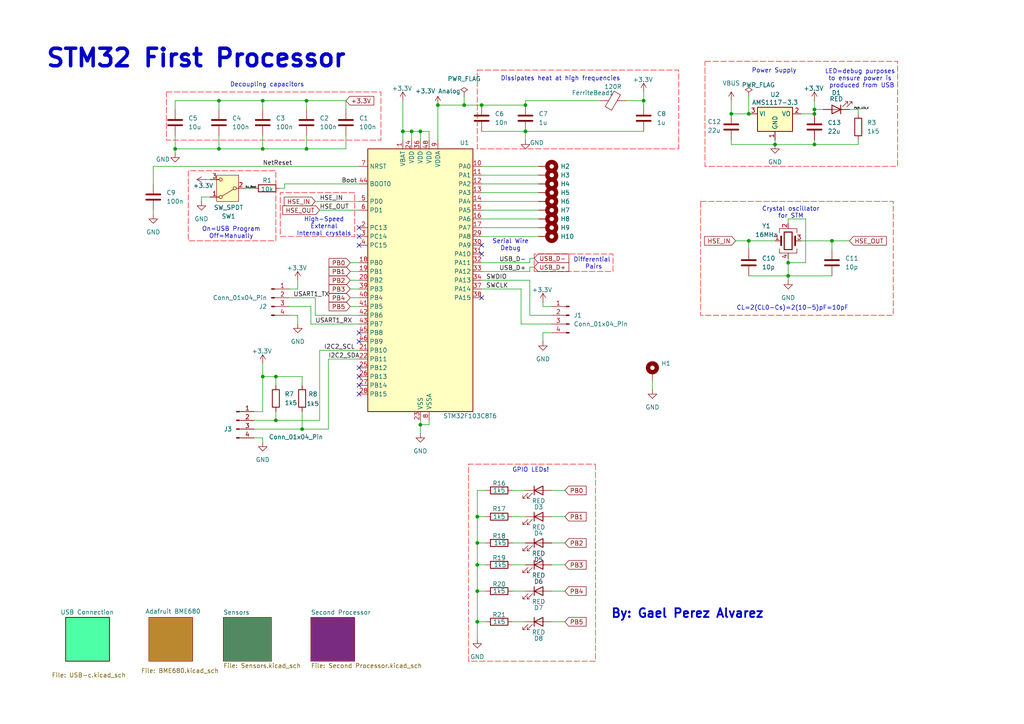
<source format=kicad_sch>
(kicad_sch
	(version 20250114)
	(generator "eeschema")
	(generator_version "9.0")
	(uuid "a7a1c83c-38c9-4707-8c0b-8c0b2006591e")
	(paper "A4")
	(title_block
		(title "STM-32 Dev Board w/ modifications")
	)
	(lib_symbols
		(symbol "Connector:Conn_01x04_Pin"
			(pin_names
				(offset 1.016)
				(hide yes)
			)
			(exclude_from_sim no)
			(in_bom yes)
			(on_board yes)
			(property "Reference" "J"
				(at 0 5.08 0)
				(effects
					(font
						(size 1.27 1.27)
					)
				)
			)
			(property "Value" "Conn_01x04_Pin"
				(at 0 -7.62 0)
				(effects
					(font
						(size 1.27 1.27)
					)
				)
			)
			(property "Footprint" ""
				(at 0 0 0)
				(effects
					(font
						(size 1.27 1.27)
					)
					(hide yes)
				)
			)
			(property "Datasheet" "~"
				(at 0 0 0)
				(effects
					(font
						(size 1.27 1.27)
					)
					(hide yes)
				)
			)
			(property "Description" "Generic connector, single row, 01x04, script generated"
				(at 0 0 0)
				(effects
					(font
						(size 1.27 1.27)
					)
					(hide yes)
				)
			)
			(property "ki_locked" ""
				(at 0 0 0)
				(effects
					(font
						(size 1.27 1.27)
					)
				)
			)
			(property "ki_keywords" "connector"
				(at 0 0 0)
				(effects
					(font
						(size 1.27 1.27)
					)
					(hide yes)
				)
			)
			(property "ki_fp_filters" "Connector*:*_1x??_*"
				(at 0 0 0)
				(effects
					(font
						(size 1.27 1.27)
					)
					(hide yes)
				)
			)
			(symbol "Conn_01x04_Pin_1_1"
				(rectangle
					(start 0.8636 2.667)
					(end 0 2.413)
					(stroke
						(width 0.1524)
						(type default)
					)
					(fill
						(type outline)
					)
				)
				(rectangle
					(start 0.8636 0.127)
					(end 0 -0.127)
					(stroke
						(width 0.1524)
						(type default)
					)
					(fill
						(type outline)
					)
				)
				(rectangle
					(start 0.8636 -2.413)
					(end 0 -2.667)
					(stroke
						(width 0.1524)
						(type default)
					)
					(fill
						(type outline)
					)
				)
				(rectangle
					(start 0.8636 -4.953)
					(end 0 -5.207)
					(stroke
						(width 0.1524)
						(type default)
					)
					(fill
						(type outline)
					)
				)
				(polyline
					(pts
						(xy 1.27 2.54) (xy 0.8636 2.54)
					)
					(stroke
						(width 0.1524)
						(type default)
					)
					(fill
						(type none)
					)
				)
				(polyline
					(pts
						(xy 1.27 0) (xy 0.8636 0)
					)
					(stroke
						(width 0.1524)
						(type default)
					)
					(fill
						(type none)
					)
				)
				(polyline
					(pts
						(xy 1.27 -2.54) (xy 0.8636 -2.54)
					)
					(stroke
						(width 0.1524)
						(type default)
					)
					(fill
						(type none)
					)
				)
				(polyline
					(pts
						(xy 1.27 -5.08) (xy 0.8636 -5.08)
					)
					(stroke
						(width 0.1524)
						(type default)
					)
					(fill
						(type none)
					)
				)
				(pin passive line
					(at 5.08 2.54 180)
					(length 3.81)
					(name "Pin_1"
						(effects
							(font
								(size 1.27 1.27)
							)
						)
					)
					(number "1"
						(effects
							(font
								(size 1.27 1.27)
							)
						)
					)
				)
				(pin passive line
					(at 5.08 0 180)
					(length 3.81)
					(name "Pin_2"
						(effects
							(font
								(size 1.27 1.27)
							)
						)
					)
					(number "2"
						(effects
							(font
								(size 1.27 1.27)
							)
						)
					)
				)
				(pin passive line
					(at 5.08 -2.54 180)
					(length 3.81)
					(name "Pin_3"
						(effects
							(font
								(size 1.27 1.27)
							)
						)
					)
					(number "3"
						(effects
							(font
								(size 1.27 1.27)
							)
						)
					)
				)
				(pin passive line
					(at 5.08 -5.08 180)
					(length 3.81)
					(name "Pin_4"
						(effects
							(font
								(size 1.27 1.27)
							)
						)
					)
					(number "4"
						(effects
							(font
								(size 1.27 1.27)
							)
						)
					)
				)
			)
			(embedded_fonts no)
		)
		(symbol "Device:C"
			(pin_numbers
				(hide yes)
			)
			(pin_names
				(offset 0.254)
			)
			(exclude_from_sim no)
			(in_bom yes)
			(on_board yes)
			(property "Reference" "C"
				(at 0.635 2.54 0)
				(effects
					(font
						(size 1.27 1.27)
					)
					(justify left)
				)
			)
			(property "Value" "C"
				(at 0.635 -2.54 0)
				(effects
					(font
						(size 1.27 1.27)
					)
					(justify left)
				)
			)
			(property "Footprint" ""
				(at 0.9652 -3.81 0)
				(effects
					(font
						(size 1.27 1.27)
					)
					(hide yes)
				)
			)
			(property "Datasheet" "~"
				(at 0 0 0)
				(effects
					(font
						(size 1.27 1.27)
					)
					(hide yes)
				)
			)
			(property "Description" "Unpolarized capacitor"
				(at 0 0 0)
				(effects
					(font
						(size 1.27 1.27)
					)
					(hide yes)
				)
			)
			(property "ki_keywords" "cap capacitor"
				(at 0 0 0)
				(effects
					(font
						(size 1.27 1.27)
					)
					(hide yes)
				)
			)
			(property "ki_fp_filters" "C_*"
				(at 0 0 0)
				(effects
					(font
						(size 1.27 1.27)
					)
					(hide yes)
				)
			)
			(symbol "C_0_1"
				(polyline
					(pts
						(xy -2.032 0.762) (xy 2.032 0.762)
					)
					(stroke
						(width 0.508)
						(type default)
					)
					(fill
						(type none)
					)
				)
				(polyline
					(pts
						(xy -2.032 -0.762) (xy 2.032 -0.762)
					)
					(stroke
						(width 0.508)
						(type default)
					)
					(fill
						(type none)
					)
				)
			)
			(symbol "C_1_1"
				(pin passive line
					(at 0 3.81 270)
					(length 2.794)
					(name "~"
						(effects
							(font
								(size 1.27 1.27)
							)
						)
					)
					(number "1"
						(effects
							(font
								(size 1.27 1.27)
							)
						)
					)
				)
				(pin passive line
					(at 0 -3.81 90)
					(length 2.794)
					(name "~"
						(effects
							(font
								(size 1.27 1.27)
							)
						)
					)
					(number "2"
						(effects
							(font
								(size 1.27 1.27)
							)
						)
					)
				)
			)
			(embedded_fonts no)
		)
		(symbol "Device:Crystal_GND24"
			(pin_names
				(offset 1.016)
				(hide yes)
			)
			(exclude_from_sim no)
			(in_bom yes)
			(on_board yes)
			(property "Reference" "Y"
				(at 3.175 5.08 0)
				(effects
					(font
						(size 1.27 1.27)
					)
					(justify left)
				)
			)
			(property "Value" "Crystal_GND24"
				(at 3.175 3.175 0)
				(effects
					(font
						(size 1.27 1.27)
					)
					(justify left)
				)
			)
			(property "Footprint" ""
				(at 0 0 0)
				(effects
					(font
						(size 1.27 1.27)
					)
					(hide yes)
				)
			)
			(property "Datasheet" "~"
				(at 0 0 0)
				(effects
					(font
						(size 1.27 1.27)
					)
					(hide yes)
				)
			)
			(property "Description" "Four pin crystal, GND on pins 2 and 4"
				(at 0 0 0)
				(effects
					(font
						(size 1.27 1.27)
					)
					(hide yes)
				)
			)
			(property "ki_keywords" "quartz ceramic resonator oscillator"
				(at 0 0 0)
				(effects
					(font
						(size 1.27 1.27)
					)
					(hide yes)
				)
			)
			(property "ki_fp_filters" "Crystal*"
				(at 0 0 0)
				(effects
					(font
						(size 1.27 1.27)
					)
					(hide yes)
				)
			)
			(symbol "Crystal_GND24_0_1"
				(polyline
					(pts
						(xy -2.54 2.286) (xy -2.54 3.556) (xy 2.54 3.556) (xy 2.54 2.286)
					)
					(stroke
						(width 0)
						(type default)
					)
					(fill
						(type none)
					)
				)
				(polyline
					(pts
						(xy -2.54 0) (xy -2.032 0)
					)
					(stroke
						(width 0)
						(type default)
					)
					(fill
						(type none)
					)
				)
				(polyline
					(pts
						(xy -2.54 -2.286) (xy -2.54 -3.556) (xy 2.54 -3.556) (xy 2.54 -2.286)
					)
					(stroke
						(width 0)
						(type default)
					)
					(fill
						(type none)
					)
				)
				(polyline
					(pts
						(xy -2.032 -1.27) (xy -2.032 1.27)
					)
					(stroke
						(width 0.508)
						(type default)
					)
					(fill
						(type none)
					)
				)
				(rectangle
					(start -1.143 2.54)
					(end 1.143 -2.54)
					(stroke
						(width 0.3048)
						(type default)
					)
					(fill
						(type none)
					)
				)
				(polyline
					(pts
						(xy 0 3.556) (xy 0 3.81)
					)
					(stroke
						(width 0)
						(type default)
					)
					(fill
						(type none)
					)
				)
				(polyline
					(pts
						(xy 0 -3.81) (xy 0 -3.556)
					)
					(stroke
						(width 0)
						(type default)
					)
					(fill
						(type none)
					)
				)
				(polyline
					(pts
						(xy 2.032 0) (xy 2.54 0)
					)
					(stroke
						(width 0)
						(type default)
					)
					(fill
						(type none)
					)
				)
				(polyline
					(pts
						(xy 2.032 -1.27) (xy 2.032 1.27)
					)
					(stroke
						(width 0.508)
						(type default)
					)
					(fill
						(type none)
					)
				)
			)
			(symbol "Crystal_GND24_1_1"
				(pin passive line
					(at -3.81 0 0)
					(length 1.27)
					(name "1"
						(effects
							(font
								(size 1.27 1.27)
							)
						)
					)
					(number "1"
						(effects
							(font
								(size 1.27 1.27)
							)
						)
					)
				)
				(pin passive line
					(at 0 5.08 270)
					(length 1.27)
					(name "2"
						(effects
							(font
								(size 1.27 1.27)
							)
						)
					)
					(number "2"
						(effects
							(font
								(size 1.27 1.27)
							)
						)
					)
				)
				(pin passive line
					(at 0 -5.08 90)
					(length 1.27)
					(name "4"
						(effects
							(font
								(size 1.27 1.27)
							)
						)
					)
					(number "4"
						(effects
							(font
								(size 1.27 1.27)
							)
						)
					)
				)
				(pin passive line
					(at 3.81 0 180)
					(length 1.27)
					(name "3"
						(effects
							(font
								(size 1.27 1.27)
							)
						)
					)
					(number "3"
						(effects
							(font
								(size 1.27 1.27)
							)
						)
					)
				)
			)
			(embedded_fonts no)
		)
		(symbol "Device:FerriteBead"
			(pin_numbers
				(hide yes)
			)
			(pin_names
				(offset 0)
			)
			(exclude_from_sim no)
			(in_bom yes)
			(on_board yes)
			(property "Reference" "FB"
				(at -3.81 0.635 90)
				(effects
					(font
						(size 1.27 1.27)
					)
				)
			)
			(property "Value" "FerriteBead"
				(at 3.81 0 90)
				(effects
					(font
						(size 1.27 1.27)
					)
				)
			)
			(property "Footprint" ""
				(at -1.778 0 90)
				(effects
					(font
						(size 1.27 1.27)
					)
					(hide yes)
				)
			)
			(property "Datasheet" "~"
				(at 0 0 0)
				(effects
					(font
						(size 1.27 1.27)
					)
					(hide yes)
				)
			)
			(property "Description" "Ferrite bead"
				(at 0 0 0)
				(effects
					(font
						(size 1.27 1.27)
					)
					(hide yes)
				)
			)
			(property "ki_keywords" "L ferrite bead inductor filter"
				(at 0 0 0)
				(effects
					(font
						(size 1.27 1.27)
					)
					(hide yes)
				)
			)
			(property "ki_fp_filters" "Inductor_* L_* *Ferrite*"
				(at 0 0 0)
				(effects
					(font
						(size 1.27 1.27)
					)
					(hide yes)
				)
			)
			(symbol "FerriteBead_0_1"
				(polyline
					(pts
						(xy -2.7686 0.4064) (xy -1.7018 2.2606) (xy 2.7686 -0.3048) (xy 1.6764 -2.159) (xy -2.7686 0.4064)
					)
					(stroke
						(width 0)
						(type default)
					)
					(fill
						(type none)
					)
				)
				(polyline
					(pts
						(xy 0 1.27) (xy 0 1.2954)
					)
					(stroke
						(width 0)
						(type default)
					)
					(fill
						(type none)
					)
				)
				(polyline
					(pts
						(xy 0 -1.27) (xy 0 -1.2192)
					)
					(stroke
						(width 0)
						(type default)
					)
					(fill
						(type none)
					)
				)
			)
			(symbol "FerriteBead_1_1"
				(pin passive line
					(at 0 3.81 270)
					(length 2.54)
					(name "~"
						(effects
							(font
								(size 1.27 1.27)
							)
						)
					)
					(number "1"
						(effects
							(font
								(size 1.27 1.27)
							)
						)
					)
				)
				(pin passive line
					(at 0 -3.81 90)
					(length 2.54)
					(name "~"
						(effects
							(font
								(size 1.27 1.27)
							)
						)
					)
					(number "2"
						(effects
							(font
								(size 1.27 1.27)
							)
						)
					)
				)
			)
			(embedded_fonts no)
		)
		(symbol "Device:LED"
			(pin_numbers
				(hide yes)
			)
			(pin_names
				(offset 1.016)
				(hide yes)
			)
			(exclude_from_sim no)
			(in_bom yes)
			(on_board yes)
			(property "Reference" "D"
				(at 0 2.54 0)
				(effects
					(font
						(size 1.27 1.27)
					)
				)
			)
			(property "Value" "LED"
				(at 0 -2.54 0)
				(effects
					(font
						(size 1.27 1.27)
					)
				)
			)
			(property "Footprint" ""
				(at 0 0 0)
				(effects
					(font
						(size 1.27 1.27)
					)
					(hide yes)
				)
			)
			(property "Datasheet" "~"
				(at 0 0 0)
				(effects
					(font
						(size 1.27 1.27)
					)
					(hide yes)
				)
			)
			(property "Description" "Light emitting diode"
				(at 0 0 0)
				(effects
					(font
						(size 1.27 1.27)
					)
					(hide yes)
				)
			)
			(property "Sim.Pins" "1=K 2=A"
				(at 0 0 0)
				(effects
					(font
						(size 1.27 1.27)
					)
					(hide yes)
				)
			)
			(property "ki_keywords" "LED diode"
				(at 0 0 0)
				(effects
					(font
						(size 1.27 1.27)
					)
					(hide yes)
				)
			)
			(property "ki_fp_filters" "LED* LED_SMD:* LED_THT:*"
				(at 0 0 0)
				(effects
					(font
						(size 1.27 1.27)
					)
					(hide yes)
				)
			)
			(symbol "LED_0_1"
				(polyline
					(pts
						(xy -3.048 -0.762) (xy -4.572 -2.286) (xy -3.81 -2.286) (xy -4.572 -2.286) (xy -4.572 -1.524)
					)
					(stroke
						(width 0)
						(type default)
					)
					(fill
						(type none)
					)
				)
				(polyline
					(pts
						(xy -1.778 -0.762) (xy -3.302 -2.286) (xy -2.54 -2.286) (xy -3.302 -2.286) (xy -3.302 -1.524)
					)
					(stroke
						(width 0)
						(type default)
					)
					(fill
						(type none)
					)
				)
				(polyline
					(pts
						(xy -1.27 0) (xy 1.27 0)
					)
					(stroke
						(width 0)
						(type default)
					)
					(fill
						(type none)
					)
				)
				(polyline
					(pts
						(xy -1.27 -1.27) (xy -1.27 1.27)
					)
					(stroke
						(width 0.254)
						(type default)
					)
					(fill
						(type none)
					)
				)
				(polyline
					(pts
						(xy 1.27 -1.27) (xy 1.27 1.27) (xy -1.27 0) (xy 1.27 -1.27)
					)
					(stroke
						(width 0.254)
						(type default)
					)
					(fill
						(type none)
					)
				)
			)
			(symbol "LED_1_1"
				(pin passive line
					(at -3.81 0 0)
					(length 2.54)
					(name "K"
						(effects
							(font
								(size 1.27 1.27)
							)
						)
					)
					(number "1"
						(effects
							(font
								(size 1.27 1.27)
							)
						)
					)
				)
				(pin passive line
					(at 3.81 0 180)
					(length 2.54)
					(name "A"
						(effects
							(font
								(size 1.27 1.27)
							)
						)
					)
					(number "2"
						(effects
							(font
								(size 1.27 1.27)
							)
						)
					)
				)
			)
			(embedded_fonts no)
		)
		(symbol "Device:R"
			(pin_numbers
				(hide yes)
			)
			(pin_names
				(offset 0)
			)
			(exclude_from_sim no)
			(in_bom yes)
			(on_board yes)
			(property "Reference" "R"
				(at 2.032 0 90)
				(effects
					(font
						(size 1.27 1.27)
					)
				)
			)
			(property "Value" "R"
				(at 0 0 90)
				(effects
					(font
						(size 1.27 1.27)
					)
				)
			)
			(property "Footprint" ""
				(at -1.778 0 90)
				(effects
					(font
						(size 1.27 1.27)
					)
					(hide yes)
				)
			)
			(property "Datasheet" "~"
				(at 0 0 0)
				(effects
					(font
						(size 1.27 1.27)
					)
					(hide yes)
				)
			)
			(property "Description" "Resistor"
				(at 0 0 0)
				(effects
					(font
						(size 1.27 1.27)
					)
					(hide yes)
				)
			)
			(property "ki_keywords" "R res resistor"
				(at 0 0 0)
				(effects
					(font
						(size 1.27 1.27)
					)
					(hide yes)
				)
			)
			(property "ki_fp_filters" "R_*"
				(at 0 0 0)
				(effects
					(font
						(size 1.27 1.27)
					)
					(hide yes)
				)
			)
			(symbol "R_0_1"
				(rectangle
					(start -1.016 -2.54)
					(end 1.016 2.54)
					(stroke
						(width 0.254)
						(type default)
					)
					(fill
						(type none)
					)
				)
			)
			(symbol "R_1_1"
				(pin passive line
					(at 0 3.81 270)
					(length 1.27)
					(name "~"
						(effects
							(font
								(size 1.27 1.27)
							)
						)
					)
					(number "1"
						(effects
							(font
								(size 1.27 1.27)
							)
						)
					)
				)
				(pin passive line
					(at 0 -3.81 90)
					(length 1.27)
					(name "~"
						(effects
							(font
								(size 1.27 1.27)
							)
						)
					)
					(number "2"
						(effects
							(font
								(size 1.27 1.27)
							)
						)
					)
				)
			)
			(embedded_fonts no)
		)
		(symbol "MCU_ST_STM32F1:STM32F103C8Tx"
			(exclude_from_sim no)
			(in_bom yes)
			(on_board yes)
			(property "Reference" "U"
				(at -15.24 39.37 0)
				(effects
					(font
						(size 1.27 1.27)
					)
					(justify left)
				)
			)
			(property "Value" "STM32F103C8Tx"
				(at 7.62 39.37 0)
				(effects
					(font
						(size 1.27 1.27)
					)
					(justify left)
				)
			)
			(property "Footprint" "Package_QFP:LQFP-48_7x7mm_P0.5mm"
				(at -15.24 -38.1 0)
				(effects
					(font
						(size 1.27 1.27)
					)
					(justify right)
					(hide yes)
				)
			)
			(property "Datasheet" "https://www.st.com/resource/en/datasheet/stm32f103c8.pdf"
				(at 0 0 0)
				(effects
					(font
						(size 1.27 1.27)
					)
					(hide yes)
				)
			)
			(property "Description" "STMicroelectronics Arm Cortex-M3 MCU, 64KB flash, 20KB RAM, 72 MHz, 2.0-3.6V, 37 GPIO, LQFP48"
				(at 0 0 0)
				(effects
					(font
						(size 1.27 1.27)
					)
					(hide yes)
				)
			)
			(property "ki_keywords" "Arm Cortex-M3 STM32F1 STM32F103"
				(at 0 0 0)
				(effects
					(font
						(size 1.27 1.27)
					)
					(hide yes)
				)
			)
			(property "ki_fp_filters" "LQFP*7x7mm*P0.5mm*"
				(at 0 0 0)
				(effects
					(font
						(size 1.27 1.27)
					)
					(hide yes)
				)
			)
			(symbol "STM32F103C8Tx_0_1"
				(rectangle
					(start -15.24 -38.1)
					(end 15.24 38.1)
					(stroke
						(width 0.254)
						(type default)
					)
					(fill
						(type background)
					)
				)
			)
			(symbol "STM32F103C8Tx_1_1"
				(pin input line
					(at -17.78 33.02 0)
					(length 2.54)
					(name "NRST"
						(effects
							(font
								(size 1.27 1.27)
							)
						)
					)
					(number "7"
						(effects
							(font
								(size 1.27 1.27)
							)
						)
					)
				)
				(pin input line
					(at -17.78 27.94 0)
					(length 2.54)
					(name "BOOT0"
						(effects
							(font
								(size 1.27 1.27)
							)
						)
					)
					(number "44"
						(effects
							(font
								(size 1.27 1.27)
							)
						)
					)
				)
				(pin bidirectional line
					(at -17.78 22.86 0)
					(length 2.54)
					(name "PD0"
						(effects
							(font
								(size 1.27 1.27)
							)
						)
					)
					(number "5"
						(effects
							(font
								(size 1.27 1.27)
							)
						)
					)
					(alternate "RCC_OSC_IN" bidirectional line)
				)
				(pin bidirectional line
					(at -17.78 20.32 0)
					(length 2.54)
					(name "PD1"
						(effects
							(font
								(size 1.27 1.27)
							)
						)
					)
					(number "6"
						(effects
							(font
								(size 1.27 1.27)
							)
						)
					)
					(alternate "RCC_OSC_OUT" bidirectional line)
				)
				(pin bidirectional line
					(at -17.78 15.24 0)
					(length 2.54)
					(name "PC13"
						(effects
							(font
								(size 1.27 1.27)
							)
						)
					)
					(number "2"
						(effects
							(font
								(size 1.27 1.27)
							)
						)
					)
					(alternate "RTC_OUT" bidirectional line)
					(alternate "RTC_TAMPER" bidirectional line)
				)
				(pin bidirectional line
					(at -17.78 12.7 0)
					(length 2.54)
					(name "PC14"
						(effects
							(font
								(size 1.27 1.27)
							)
						)
					)
					(number "3"
						(effects
							(font
								(size 1.27 1.27)
							)
						)
					)
					(alternate "RCC_OSC32_IN" bidirectional line)
				)
				(pin bidirectional line
					(at -17.78 10.16 0)
					(length 2.54)
					(name "PC15"
						(effects
							(font
								(size 1.27 1.27)
							)
						)
					)
					(number "4"
						(effects
							(font
								(size 1.27 1.27)
							)
						)
					)
					(alternate "ADC1_EXTI15" bidirectional line)
					(alternate "ADC2_EXTI15" bidirectional line)
					(alternate "RCC_OSC32_OUT" bidirectional line)
				)
				(pin bidirectional line
					(at -17.78 5.08 0)
					(length 2.54)
					(name "PB0"
						(effects
							(font
								(size 1.27 1.27)
							)
						)
					)
					(number "18"
						(effects
							(font
								(size 1.27 1.27)
							)
						)
					)
					(alternate "ADC1_IN8" bidirectional line)
					(alternate "ADC2_IN8" bidirectional line)
					(alternate "TIM1_CH2N" bidirectional line)
					(alternate "TIM3_CH3" bidirectional line)
				)
				(pin bidirectional line
					(at -17.78 2.54 0)
					(length 2.54)
					(name "PB1"
						(effects
							(font
								(size 1.27 1.27)
							)
						)
					)
					(number "19"
						(effects
							(font
								(size 1.27 1.27)
							)
						)
					)
					(alternate "ADC1_IN9" bidirectional line)
					(alternate "ADC2_IN9" bidirectional line)
					(alternate "TIM1_CH3N" bidirectional line)
					(alternate "TIM3_CH4" bidirectional line)
				)
				(pin bidirectional line
					(at -17.78 0 0)
					(length 2.54)
					(name "PB2"
						(effects
							(font
								(size 1.27 1.27)
							)
						)
					)
					(number "20"
						(effects
							(font
								(size 1.27 1.27)
							)
						)
					)
				)
				(pin bidirectional line
					(at -17.78 -2.54 0)
					(length 2.54)
					(name "PB3"
						(effects
							(font
								(size 1.27 1.27)
							)
						)
					)
					(number "39"
						(effects
							(font
								(size 1.27 1.27)
							)
						)
					)
					(alternate "SPI1_SCK" bidirectional line)
					(alternate "SYS_JTDO-TRACESWO" bidirectional line)
					(alternate "TIM2_CH2" bidirectional line)
				)
				(pin bidirectional line
					(at -17.78 -5.08 0)
					(length 2.54)
					(name "PB4"
						(effects
							(font
								(size 1.27 1.27)
							)
						)
					)
					(number "40"
						(effects
							(font
								(size 1.27 1.27)
							)
						)
					)
					(alternate "SPI1_MISO" bidirectional line)
					(alternate "SYS_NJTRST" bidirectional line)
					(alternate "TIM3_CH1" bidirectional line)
				)
				(pin bidirectional line
					(at -17.78 -7.62 0)
					(length 2.54)
					(name "PB5"
						(effects
							(font
								(size 1.27 1.27)
							)
						)
					)
					(number "41"
						(effects
							(font
								(size 1.27 1.27)
							)
						)
					)
					(alternate "I2C1_SMBA" bidirectional line)
					(alternate "SPI1_MOSI" bidirectional line)
					(alternate "TIM3_CH2" bidirectional line)
				)
				(pin bidirectional line
					(at -17.78 -10.16 0)
					(length 2.54)
					(name "PB6"
						(effects
							(font
								(size 1.27 1.27)
							)
						)
					)
					(number "42"
						(effects
							(font
								(size 1.27 1.27)
							)
						)
					)
					(alternate "I2C1_SCL" bidirectional line)
					(alternate "TIM4_CH1" bidirectional line)
					(alternate "USART1_TX" bidirectional line)
				)
				(pin bidirectional line
					(at -17.78 -12.7 0)
					(length 2.54)
					(name "PB7"
						(effects
							(font
								(size 1.27 1.27)
							)
						)
					)
					(number "43"
						(effects
							(font
								(size 1.27 1.27)
							)
						)
					)
					(alternate "I2C1_SDA" bidirectional line)
					(alternate "TIM4_CH2" bidirectional line)
					(alternate "USART1_RX" bidirectional line)
				)
				(pin bidirectional line
					(at -17.78 -15.24 0)
					(length 2.54)
					(name "PB8"
						(effects
							(font
								(size 1.27 1.27)
							)
						)
					)
					(number "45"
						(effects
							(font
								(size 1.27 1.27)
							)
						)
					)
					(alternate "CAN_RX" bidirectional line)
					(alternate "I2C1_SCL" bidirectional line)
					(alternate "TIM4_CH3" bidirectional line)
				)
				(pin bidirectional line
					(at -17.78 -17.78 0)
					(length 2.54)
					(name "PB9"
						(effects
							(font
								(size 1.27 1.27)
							)
						)
					)
					(number "46"
						(effects
							(font
								(size 1.27 1.27)
							)
						)
					)
					(alternate "CAN_TX" bidirectional line)
					(alternate "I2C1_SDA" bidirectional line)
					(alternate "TIM4_CH4" bidirectional line)
				)
				(pin bidirectional line
					(at -17.78 -20.32 0)
					(length 2.54)
					(name "PB10"
						(effects
							(font
								(size 1.27 1.27)
							)
						)
					)
					(number "21"
						(effects
							(font
								(size 1.27 1.27)
							)
						)
					)
					(alternate "I2C2_SCL" bidirectional line)
					(alternate "TIM2_CH3" bidirectional line)
					(alternate "USART3_TX" bidirectional line)
				)
				(pin bidirectional line
					(at -17.78 -22.86 0)
					(length 2.54)
					(name "PB11"
						(effects
							(font
								(size 1.27 1.27)
							)
						)
					)
					(number "22"
						(effects
							(font
								(size 1.27 1.27)
							)
						)
					)
					(alternate "ADC1_EXTI11" bidirectional line)
					(alternate "ADC2_EXTI11" bidirectional line)
					(alternate "I2C2_SDA" bidirectional line)
					(alternate "TIM2_CH4" bidirectional line)
					(alternate "USART3_RX" bidirectional line)
				)
				(pin bidirectional line
					(at -17.78 -25.4 0)
					(length 2.54)
					(name "PB12"
						(effects
							(font
								(size 1.27 1.27)
							)
						)
					)
					(number "25"
						(effects
							(font
								(size 1.27 1.27)
							)
						)
					)
					(alternate "I2C2_SMBA" bidirectional line)
					(alternate "SPI2_NSS" bidirectional line)
					(alternate "TIM1_BKIN" bidirectional line)
					(alternate "USART3_CK" bidirectional line)
				)
				(pin bidirectional line
					(at -17.78 -27.94 0)
					(length 2.54)
					(name "PB13"
						(effects
							(font
								(size 1.27 1.27)
							)
						)
					)
					(number "26"
						(effects
							(font
								(size 1.27 1.27)
							)
						)
					)
					(alternate "SPI2_SCK" bidirectional line)
					(alternate "TIM1_CH1N" bidirectional line)
					(alternate "USART3_CTS" bidirectional line)
				)
				(pin bidirectional line
					(at -17.78 -30.48 0)
					(length 2.54)
					(name "PB14"
						(effects
							(font
								(size 1.27 1.27)
							)
						)
					)
					(number "27"
						(effects
							(font
								(size 1.27 1.27)
							)
						)
					)
					(alternate "SPI2_MISO" bidirectional line)
					(alternate "TIM1_CH2N" bidirectional line)
					(alternate "USART3_RTS" bidirectional line)
				)
				(pin bidirectional line
					(at -17.78 -33.02 0)
					(length 2.54)
					(name "PB15"
						(effects
							(font
								(size 1.27 1.27)
							)
						)
					)
					(number "28"
						(effects
							(font
								(size 1.27 1.27)
							)
						)
					)
					(alternate "ADC1_EXTI15" bidirectional line)
					(alternate "ADC2_EXTI15" bidirectional line)
					(alternate "SPI2_MOSI" bidirectional line)
					(alternate "TIM1_CH3N" bidirectional line)
				)
				(pin power_in line
					(at -5.08 40.64 270)
					(length 2.54)
					(name "VBAT"
						(effects
							(font
								(size 1.27 1.27)
							)
						)
					)
					(number "1"
						(effects
							(font
								(size 1.27 1.27)
							)
						)
					)
				)
				(pin power_in line
					(at -2.54 40.64 270)
					(length 2.54)
					(name "VDD"
						(effects
							(font
								(size 1.27 1.27)
							)
						)
					)
					(number "24"
						(effects
							(font
								(size 1.27 1.27)
							)
						)
					)
				)
				(pin power_in line
					(at 0 40.64 270)
					(length 2.54)
					(name "VDD"
						(effects
							(font
								(size 1.27 1.27)
							)
						)
					)
					(number "36"
						(effects
							(font
								(size 1.27 1.27)
							)
						)
					)
				)
				(pin power_in line
					(at 0 -40.64 90)
					(length 2.54)
					(name "VSS"
						(effects
							(font
								(size 1.27 1.27)
							)
						)
					)
					(number "23"
						(effects
							(font
								(size 1.27 1.27)
							)
						)
					)
				)
				(pin passive line
					(at 0 -40.64 90)
					(length 2.54)
					(hide yes)
					(name "VSS"
						(effects
							(font
								(size 1.27 1.27)
							)
						)
					)
					(number "35"
						(effects
							(font
								(size 1.27 1.27)
							)
						)
					)
				)
				(pin passive line
					(at 0 -40.64 90)
					(length 2.54)
					(hide yes)
					(name "VSS"
						(effects
							(font
								(size 1.27 1.27)
							)
						)
					)
					(number "47"
						(effects
							(font
								(size 1.27 1.27)
							)
						)
					)
				)
				(pin power_in line
					(at 2.54 40.64 270)
					(length 2.54)
					(name "VDD"
						(effects
							(font
								(size 1.27 1.27)
							)
						)
					)
					(number "48"
						(effects
							(font
								(size 1.27 1.27)
							)
						)
					)
				)
				(pin power_in line
					(at 2.54 -40.64 90)
					(length 2.54)
					(name "VSSA"
						(effects
							(font
								(size 1.27 1.27)
							)
						)
					)
					(number "8"
						(effects
							(font
								(size 1.27 1.27)
							)
						)
					)
				)
				(pin power_in line
					(at 5.08 40.64 270)
					(length 2.54)
					(name "VDDA"
						(effects
							(font
								(size 1.27 1.27)
							)
						)
					)
					(number "9"
						(effects
							(font
								(size 1.27 1.27)
							)
						)
					)
				)
				(pin bidirectional line
					(at 17.78 33.02 180)
					(length 2.54)
					(name "PA0"
						(effects
							(font
								(size 1.27 1.27)
							)
						)
					)
					(number "10"
						(effects
							(font
								(size 1.27 1.27)
							)
						)
					)
					(alternate "ADC1_IN0" bidirectional line)
					(alternate "ADC2_IN0" bidirectional line)
					(alternate "SYS_WKUP" bidirectional line)
					(alternate "TIM2_CH1" bidirectional line)
					(alternate "TIM2_ETR" bidirectional line)
					(alternate "USART2_CTS" bidirectional line)
				)
				(pin bidirectional line
					(at 17.78 30.48 180)
					(length 2.54)
					(name "PA1"
						(effects
							(font
								(size 1.27 1.27)
							)
						)
					)
					(number "11"
						(effects
							(font
								(size 1.27 1.27)
							)
						)
					)
					(alternate "ADC1_IN1" bidirectional line)
					(alternate "ADC2_IN1" bidirectional line)
					(alternate "TIM2_CH2" bidirectional line)
					(alternate "USART2_RTS" bidirectional line)
				)
				(pin bidirectional line
					(at 17.78 27.94 180)
					(length 2.54)
					(name "PA2"
						(effects
							(font
								(size 1.27 1.27)
							)
						)
					)
					(number "12"
						(effects
							(font
								(size 1.27 1.27)
							)
						)
					)
					(alternate "ADC1_IN2" bidirectional line)
					(alternate "ADC2_IN2" bidirectional line)
					(alternate "TIM2_CH3" bidirectional line)
					(alternate "USART2_TX" bidirectional line)
				)
				(pin bidirectional line
					(at 17.78 25.4 180)
					(length 2.54)
					(name "PA3"
						(effects
							(font
								(size 1.27 1.27)
							)
						)
					)
					(number "13"
						(effects
							(font
								(size 1.27 1.27)
							)
						)
					)
					(alternate "ADC1_IN3" bidirectional line)
					(alternate "ADC2_IN3" bidirectional line)
					(alternate "TIM2_CH4" bidirectional line)
					(alternate "USART2_RX" bidirectional line)
				)
				(pin bidirectional line
					(at 17.78 22.86 180)
					(length 2.54)
					(name "PA4"
						(effects
							(font
								(size 1.27 1.27)
							)
						)
					)
					(number "14"
						(effects
							(font
								(size 1.27 1.27)
							)
						)
					)
					(alternate "ADC1_IN4" bidirectional line)
					(alternate "ADC2_IN4" bidirectional line)
					(alternate "SPI1_NSS" bidirectional line)
					(alternate "USART2_CK" bidirectional line)
				)
				(pin bidirectional line
					(at 17.78 20.32 180)
					(length 2.54)
					(name "PA5"
						(effects
							(font
								(size 1.27 1.27)
							)
						)
					)
					(number "15"
						(effects
							(font
								(size 1.27 1.27)
							)
						)
					)
					(alternate "ADC1_IN5" bidirectional line)
					(alternate "ADC2_IN5" bidirectional line)
					(alternate "SPI1_SCK" bidirectional line)
				)
				(pin bidirectional line
					(at 17.78 17.78 180)
					(length 2.54)
					(name "PA6"
						(effects
							(font
								(size 1.27 1.27)
							)
						)
					)
					(number "16"
						(effects
							(font
								(size 1.27 1.27)
							)
						)
					)
					(alternate "ADC1_IN6" bidirectional line)
					(alternate "ADC2_IN6" bidirectional line)
					(alternate "SPI1_MISO" bidirectional line)
					(alternate "TIM1_BKIN" bidirectional line)
					(alternate "TIM3_CH1" bidirectional line)
				)
				(pin bidirectional line
					(at 17.78 15.24 180)
					(length 2.54)
					(name "PA7"
						(effects
							(font
								(size 1.27 1.27)
							)
						)
					)
					(number "17"
						(effects
							(font
								(size 1.27 1.27)
							)
						)
					)
					(alternate "ADC1_IN7" bidirectional line)
					(alternate "ADC2_IN7" bidirectional line)
					(alternate "SPI1_MOSI" bidirectional line)
					(alternate "TIM1_CH1N" bidirectional line)
					(alternate "TIM3_CH2" bidirectional line)
				)
				(pin bidirectional line
					(at 17.78 12.7 180)
					(length 2.54)
					(name "PA8"
						(effects
							(font
								(size 1.27 1.27)
							)
						)
					)
					(number "29"
						(effects
							(font
								(size 1.27 1.27)
							)
						)
					)
					(alternate "RCC_MCO" bidirectional line)
					(alternate "TIM1_CH1" bidirectional line)
					(alternate "USART1_CK" bidirectional line)
				)
				(pin bidirectional line
					(at 17.78 10.16 180)
					(length 2.54)
					(name "PA9"
						(effects
							(font
								(size 1.27 1.27)
							)
						)
					)
					(number "30"
						(effects
							(font
								(size 1.27 1.27)
							)
						)
					)
					(alternate "TIM1_CH2" bidirectional line)
					(alternate "USART1_TX" bidirectional line)
				)
				(pin bidirectional line
					(at 17.78 7.62 180)
					(length 2.54)
					(name "PA10"
						(effects
							(font
								(size 1.27 1.27)
							)
						)
					)
					(number "31"
						(effects
							(font
								(size 1.27 1.27)
							)
						)
					)
					(alternate "TIM1_CH3" bidirectional line)
					(alternate "USART1_RX" bidirectional line)
				)
				(pin bidirectional line
					(at 17.78 5.08 180)
					(length 2.54)
					(name "PA11"
						(effects
							(font
								(size 1.27 1.27)
							)
						)
					)
					(number "32"
						(effects
							(font
								(size 1.27 1.27)
							)
						)
					)
					(alternate "ADC1_EXTI11" bidirectional line)
					(alternate "ADC2_EXTI11" bidirectional line)
					(alternate "CAN_RX" bidirectional line)
					(alternate "TIM1_CH4" bidirectional line)
					(alternate "USART1_CTS" bidirectional line)
					(alternate "USB_DM" bidirectional line)
				)
				(pin bidirectional line
					(at 17.78 2.54 180)
					(length 2.54)
					(name "PA12"
						(effects
							(font
								(size 1.27 1.27)
							)
						)
					)
					(number "33"
						(effects
							(font
								(size 1.27 1.27)
							)
						)
					)
					(alternate "CAN_TX" bidirectional line)
					(alternate "TIM1_ETR" bidirectional line)
					(alternate "USART1_RTS" bidirectional line)
					(alternate "USB_DP" bidirectional line)
				)
				(pin bidirectional line
					(at 17.78 0 180)
					(length 2.54)
					(name "PA13"
						(effects
							(font
								(size 1.27 1.27)
							)
						)
					)
					(number "34"
						(effects
							(font
								(size 1.27 1.27)
							)
						)
					)
					(alternate "SYS_JTMS-SWDIO" bidirectional line)
				)
				(pin bidirectional line
					(at 17.78 -2.54 180)
					(length 2.54)
					(name "PA14"
						(effects
							(font
								(size 1.27 1.27)
							)
						)
					)
					(number "37"
						(effects
							(font
								(size 1.27 1.27)
							)
						)
					)
					(alternate "SYS_JTCK-SWCLK" bidirectional line)
				)
				(pin bidirectional line
					(at 17.78 -5.08 180)
					(length 2.54)
					(name "PA15"
						(effects
							(font
								(size 1.27 1.27)
							)
						)
					)
					(number "38"
						(effects
							(font
								(size 1.27 1.27)
							)
						)
					)
					(alternate "ADC1_EXTI15" bidirectional line)
					(alternate "ADC2_EXTI15" bidirectional line)
					(alternate "SPI1_NSS" bidirectional line)
					(alternate "SYS_JTDI" bidirectional line)
					(alternate "TIM2_CH1" bidirectional line)
					(alternate "TIM2_ETR" bidirectional line)
				)
			)
			(embedded_fonts no)
		)
		(symbol "Mechanical:MountingHole_Pad"
			(pin_numbers
				(hide yes)
			)
			(pin_names
				(offset 1.016)
				(hide yes)
			)
			(exclude_from_sim no)
			(in_bom no)
			(on_board yes)
			(property "Reference" "H"
				(at 0 6.35 0)
				(effects
					(font
						(size 1.27 1.27)
					)
				)
			)
			(property "Value" "MountingHole_Pad"
				(at 0 4.445 0)
				(effects
					(font
						(size 1.27 1.27)
					)
				)
			)
			(property "Footprint" ""
				(at 0 0 0)
				(effects
					(font
						(size 1.27 1.27)
					)
					(hide yes)
				)
			)
			(property "Datasheet" "~"
				(at 0 0 0)
				(effects
					(font
						(size 1.27 1.27)
					)
					(hide yes)
				)
			)
			(property "Description" "Mounting Hole with connection"
				(at 0 0 0)
				(effects
					(font
						(size 1.27 1.27)
					)
					(hide yes)
				)
			)
			(property "ki_keywords" "mounting hole"
				(at 0 0 0)
				(effects
					(font
						(size 1.27 1.27)
					)
					(hide yes)
				)
			)
			(property "ki_fp_filters" "MountingHole*Pad*"
				(at 0 0 0)
				(effects
					(font
						(size 1.27 1.27)
					)
					(hide yes)
				)
			)
			(symbol "MountingHole_Pad_0_1"
				(circle
					(center 0 1.27)
					(radius 1.27)
					(stroke
						(width 1.27)
						(type default)
					)
					(fill
						(type none)
					)
				)
			)
			(symbol "MountingHole_Pad_1_1"
				(pin input line
					(at 0 -2.54 90)
					(length 2.54)
					(name "1"
						(effects
							(font
								(size 1.27 1.27)
							)
						)
					)
					(number "1"
						(effects
							(font
								(size 1.27 1.27)
							)
						)
					)
				)
			)
			(embedded_fonts no)
		)
		(symbol "Regulator_Linear:AMS1117-3.3"
			(exclude_from_sim no)
			(in_bom yes)
			(on_board yes)
			(property "Reference" "U"
				(at -3.81 3.175 0)
				(effects
					(font
						(size 1.27 1.27)
					)
				)
			)
			(property "Value" "AMS1117-3.3"
				(at 0 3.175 0)
				(effects
					(font
						(size 1.27 1.27)
					)
					(justify left)
				)
			)
			(property "Footprint" "Package_TO_SOT_SMD:SOT-223-3_TabPin2"
				(at 0 5.08 0)
				(effects
					(font
						(size 1.27 1.27)
					)
					(hide yes)
				)
			)
			(property "Datasheet" "http://www.advanced-monolithic.com/pdf/ds1117.pdf"
				(at 2.54 -6.35 0)
				(effects
					(font
						(size 1.27 1.27)
					)
					(hide yes)
				)
			)
			(property "Description" "1A Low Dropout regulator, positive, 3.3V fixed output, SOT-223"
				(at 0 0 0)
				(effects
					(font
						(size 1.27 1.27)
					)
					(hide yes)
				)
			)
			(property "ki_keywords" "linear regulator ldo fixed positive"
				(at 0 0 0)
				(effects
					(font
						(size 1.27 1.27)
					)
					(hide yes)
				)
			)
			(property "ki_fp_filters" "SOT?223*TabPin2*"
				(at 0 0 0)
				(effects
					(font
						(size 1.27 1.27)
					)
					(hide yes)
				)
			)
			(symbol "AMS1117-3.3_0_1"
				(rectangle
					(start -5.08 -5.08)
					(end 5.08 1.905)
					(stroke
						(width 0.254)
						(type default)
					)
					(fill
						(type background)
					)
				)
			)
			(symbol "AMS1117-3.3_1_1"
				(pin power_in line
					(at -7.62 0 0)
					(length 2.54)
					(name "VI"
						(effects
							(font
								(size 1.27 1.27)
							)
						)
					)
					(number "3"
						(effects
							(font
								(size 1.27 1.27)
							)
						)
					)
				)
				(pin power_in line
					(at 0 -7.62 90)
					(length 2.54)
					(name "GND"
						(effects
							(font
								(size 1.27 1.27)
							)
						)
					)
					(number "1"
						(effects
							(font
								(size 1.27 1.27)
							)
						)
					)
				)
				(pin power_out line
					(at 7.62 0 180)
					(length 2.54)
					(name "VO"
						(effects
							(font
								(size 1.27 1.27)
							)
						)
					)
					(number "2"
						(effects
							(font
								(size 1.27 1.27)
							)
						)
					)
				)
			)
			(embedded_fonts no)
		)
		(symbol "Switch:SW_SPDT"
			(pin_names
				(offset 0)
				(hide yes)
			)
			(exclude_from_sim no)
			(in_bom yes)
			(on_board yes)
			(property "Reference" "SW"
				(at 0 5.08 0)
				(effects
					(font
						(size 1.27 1.27)
					)
				)
			)
			(property "Value" "SW_SPDT"
				(at 0 -5.08 0)
				(effects
					(font
						(size 1.27 1.27)
					)
				)
			)
			(property "Footprint" ""
				(at 0 0 0)
				(effects
					(font
						(size 1.27 1.27)
					)
					(hide yes)
				)
			)
			(property "Datasheet" "~"
				(at 0 -7.62 0)
				(effects
					(font
						(size 1.27 1.27)
					)
					(hide yes)
				)
			)
			(property "Description" "Switch, single pole double throw"
				(at 0 0 0)
				(effects
					(font
						(size 1.27 1.27)
					)
					(hide yes)
				)
			)
			(property "ki_keywords" "switch single-pole double-throw spdt ON-ON"
				(at 0 0 0)
				(effects
					(font
						(size 1.27 1.27)
					)
					(hide yes)
				)
			)
			(symbol "SW_SPDT_0_1"
				(circle
					(center -2.032 0)
					(radius 0.4572)
					(stroke
						(width 0)
						(type default)
					)
					(fill
						(type none)
					)
				)
				(polyline
					(pts
						(xy -1.651 0.254) (xy 1.651 2.286)
					)
					(stroke
						(width 0)
						(type default)
					)
					(fill
						(type none)
					)
				)
				(circle
					(center 2.032 2.54)
					(radius 0.4572)
					(stroke
						(width 0)
						(type default)
					)
					(fill
						(type none)
					)
				)
				(circle
					(center 2.032 -2.54)
					(radius 0.4572)
					(stroke
						(width 0)
						(type default)
					)
					(fill
						(type none)
					)
				)
			)
			(symbol "SW_SPDT_1_1"
				(rectangle
					(start -3.175 3.81)
					(end 3.175 -3.81)
					(stroke
						(width 0)
						(type default)
					)
					(fill
						(type background)
					)
				)
				(pin passive line
					(at -5.08 0 0)
					(length 2.54)
					(name "B"
						(effects
							(font
								(size 1.27 1.27)
							)
						)
					)
					(number "2"
						(effects
							(font
								(size 1.27 1.27)
							)
						)
					)
				)
				(pin passive line
					(at 5.08 2.54 180)
					(length 2.54)
					(name "A"
						(effects
							(font
								(size 1.27 1.27)
							)
						)
					)
					(number "1"
						(effects
							(font
								(size 1.27 1.27)
							)
						)
					)
				)
				(pin passive line
					(at 5.08 -2.54 180)
					(length 2.54)
					(name "C"
						(effects
							(font
								(size 1.27 1.27)
							)
						)
					)
					(number "3"
						(effects
							(font
								(size 1.27 1.27)
							)
						)
					)
				)
			)
			(embedded_fonts no)
		)
		(symbol "power:+3.3V"
			(power)
			(pin_numbers
				(hide yes)
			)
			(pin_names
				(offset 0)
				(hide yes)
			)
			(exclude_from_sim no)
			(in_bom yes)
			(on_board yes)
			(property "Reference" "#PWR"
				(at 0 -3.81 0)
				(effects
					(font
						(size 1.27 1.27)
					)
					(hide yes)
				)
			)
			(property "Value" "+3.3V"
				(at 0 3.556 0)
				(effects
					(font
						(size 1.27 1.27)
					)
				)
			)
			(property "Footprint" ""
				(at 0 0 0)
				(effects
					(font
						(size 1.27 1.27)
					)
					(hide yes)
				)
			)
			(property "Datasheet" ""
				(at 0 0 0)
				(effects
					(font
						(size 1.27 1.27)
					)
					(hide yes)
				)
			)
			(property "Description" "Power symbol creates a global label with name \"+3.3V\""
				(at 0 0 0)
				(effects
					(font
						(size 1.27 1.27)
					)
					(hide yes)
				)
			)
			(property "ki_keywords" "global power"
				(at 0 0 0)
				(effects
					(font
						(size 1.27 1.27)
					)
					(hide yes)
				)
			)
			(symbol "+3.3V_0_1"
				(polyline
					(pts
						(xy -0.762 1.27) (xy 0 2.54)
					)
					(stroke
						(width 0)
						(type default)
					)
					(fill
						(type none)
					)
				)
				(polyline
					(pts
						(xy 0 2.54) (xy 0.762 1.27)
					)
					(stroke
						(width 0)
						(type default)
					)
					(fill
						(type none)
					)
				)
				(polyline
					(pts
						(xy 0 0) (xy 0 2.54)
					)
					(stroke
						(width 0)
						(type default)
					)
					(fill
						(type none)
					)
				)
			)
			(symbol "+3.3V_1_1"
				(pin power_in line
					(at 0 0 90)
					(length 0)
					(name "~"
						(effects
							(font
								(size 1.27 1.27)
							)
						)
					)
					(number "1"
						(effects
							(font
								(size 1.27 1.27)
							)
						)
					)
				)
			)
			(embedded_fonts no)
		)
		(symbol "power:+3.3VA"
			(power)
			(pin_numbers
				(hide yes)
			)
			(pin_names
				(offset 0)
				(hide yes)
			)
			(exclude_from_sim no)
			(in_bom yes)
			(on_board yes)
			(property "Reference" "#PWR"
				(at 0 -3.81 0)
				(effects
					(font
						(size 1.27 1.27)
					)
					(hide yes)
				)
			)
			(property "Value" "+3.3VA"
				(at 0 3.556 0)
				(effects
					(font
						(size 1.27 1.27)
					)
				)
			)
			(property "Footprint" ""
				(at 0 0 0)
				(effects
					(font
						(size 1.27 1.27)
					)
					(hide yes)
				)
			)
			(property "Datasheet" ""
				(at 0 0 0)
				(effects
					(font
						(size 1.27 1.27)
					)
					(hide yes)
				)
			)
			(property "Description" "Power symbol creates a global label with name \"+3.3VA\""
				(at 0 0 0)
				(effects
					(font
						(size 1.27 1.27)
					)
					(hide yes)
				)
			)
			(property "ki_keywords" "global power"
				(at 0 0 0)
				(effects
					(font
						(size 1.27 1.27)
					)
					(hide yes)
				)
			)
			(symbol "+3.3VA_0_1"
				(polyline
					(pts
						(xy -0.762 1.27) (xy 0 2.54)
					)
					(stroke
						(width 0)
						(type default)
					)
					(fill
						(type none)
					)
				)
				(polyline
					(pts
						(xy 0 2.54) (xy 0.762 1.27)
					)
					(stroke
						(width 0)
						(type default)
					)
					(fill
						(type none)
					)
				)
				(polyline
					(pts
						(xy 0 0) (xy 0 2.54)
					)
					(stroke
						(width 0)
						(type default)
					)
					(fill
						(type none)
					)
				)
			)
			(symbol "+3.3VA_1_1"
				(pin power_in line
					(at 0 0 90)
					(length 0)
					(name "~"
						(effects
							(font
								(size 1.27 1.27)
							)
						)
					)
					(number "1"
						(effects
							(font
								(size 1.27 1.27)
							)
						)
					)
				)
			)
			(embedded_fonts no)
		)
		(symbol "power:GND"
			(power)
			(pin_numbers
				(hide yes)
			)
			(pin_names
				(offset 0)
				(hide yes)
			)
			(exclude_from_sim no)
			(in_bom yes)
			(on_board yes)
			(property "Reference" "#PWR"
				(at 0 -6.35 0)
				(effects
					(font
						(size 1.27 1.27)
					)
					(hide yes)
				)
			)
			(property "Value" "GND"
				(at 0 -3.81 0)
				(effects
					(font
						(size 1.27 1.27)
					)
				)
			)
			(property "Footprint" ""
				(at 0 0 0)
				(effects
					(font
						(size 1.27 1.27)
					)
					(hide yes)
				)
			)
			(property "Datasheet" ""
				(at 0 0 0)
				(effects
					(font
						(size 1.27 1.27)
					)
					(hide yes)
				)
			)
			(property "Description" "Power symbol creates a global label with name \"GND\" , ground"
				(at 0 0 0)
				(effects
					(font
						(size 1.27 1.27)
					)
					(hide yes)
				)
			)
			(property "ki_keywords" "global power"
				(at 0 0 0)
				(effects
					(font
						(size 1.27 1.27)
					)
					(hide yes)
				)
			)
			(symbol "GND_0_1"
				(polyline
					(pts
						(xy 0 0) (xy 0 -1.27) (xy 1.27 -1.27) (xy 0 -2.54) (xy -1.27 -1.27) (xy 0 -1.27)
					)
					(stroke
						(width 0)
						(type default)
					)
					(fill
						(type none)
					)
				)
			)
			(symbol "GND_1_1"
				(pin power_in line
					(at 0 0 270)
					(length 0)
					(name "~"
						(effects
							(font
								(size 1.27 1.27)
							)
						)
					)
					(number "1"
						(effects
							(font
								(size 1.27 1.27)
							)
						)
					)
				)
			)
			(embedded_fonts no)
		)
		(symbol "power:PWR_FLAG"
			(power)
			(pin_numbers
				(hide yes)
			)
			(pin_names
				(offset 0)
				(hide yes)
			)
			(exclude_from_sim no)
			(in_bom yes)
			(on_board yes)
			(property "Reference" "#FLG"
				(at 0 1.905 0)
				(effects
					(font
						(size 1.27 1.27)
					)
					(hide yes)
				)
			)
			(property "Value" "PWR_FLAG"
				(at 0 3.81 0)
				(effects
					(font
						(size 1.27 1.27)
					)
				)
			)
			(property "Footprint" ""
				(at 0 0 0)
				(effects
					(font
						(size 1.27 1.27)
					)
					(hide yes)
				)
			)
			(property "Datasheet" "~"
				(at 0 0 0)
				(effects
					(font
						(size 1.27 1.27)
					)
					(hide yes)
				)
			)
			(property "Description" "Special symbol for telling ERC where power comes from"
				(at 0 0 0)
				(effects
					(font
						(size 1.27 1.27)
					)
					(hide yes)
				)
			)
			(property "ki_keywords" "flag power"
				(at 0 0 0)
				(effects
					(font
						(size 1.27 1.27)
					)
					(hide yes)
				)
			)
			(symbol "PWR_FLAG_0_0"
				(pin power_out line
					(at 0 0 90)
					(length 0)
					(name "~"
						(effects
							(font
								(size 1.27 1.27)
							)
						)
					)
					(number "1"
						(effects
							(font
								(size 1.27 1.27)
							)
						)
					)
				)
			)
			(symbol "PWR_FLAG_0_1"
				(polyline
					(pts
						(xy 0 0) (xy 0 1.27) (xy -1.016 1.905) (xy 0 2.54) (xy 1.016 1.905) (xy 0 1.27)
					)
					(stroke
						(width 0)
						(type default)
					)
					(fill
						(type none)
					)
				)
			)
			(embedded_fonts no)
		)
		(symbol "power:VBUS"
			(power)
			(pin_numbers
				(hide yes)
			)
			(pin_names
				(offset 0)
				(hide yes)
			)
			(exclude_from_sim no)
			(in_bom yes)
			(on_board yes)
			(property "Reference" "#PWR"
				(at 0 -3.81 0)
				(effects
					(font
						(size 1.27 1.27)
					)
					(hide yes)
				)
			)
			(property "Value" "VBUS"
				(at 0 3.556 0)
				(effects
					(font
						(size 1.27 1.27)
					)
				)
			)
			(property "Footprint" ""
				(at 0 0 0)
				(effects
					(font
						(size 1.27 1.27)
					)
					(hide yes)
				)
			)
			(property "Datasheet" ""
				(at 0 0 0)
				(effects
					(font
						(size 1.27 1.27)
					)
					(hide yes)
				)
			)
			(property "Description" "Power symbol creates a global label with name \"VBUS\""
				(at 0 0 0)
				(effects
					(font
						(size 1.27 1.27)
					)
					(hide yes)
				)
			)
			(property "ki_keywords" "global power"
				(at 0 0 0)
				(effects
					(font
						(size 1.27 1.27)
					)
					(hide yes)
				)
			)
			(symbol "VBUS_0_1"
				(polyline
					(pts
						(xy -0.762 1.27) (xy 0 2.54)
					)
					(stroke
						(width 0)
						(type default)
					)
					(fill
						(type none)
					)
				)
				(polyline
					(pts
						(xy 0 2.54) (xy 0.762 1.27)
					)
					(stroke
						(width 0)
						(type default)
					)
					(fill
						(type none)
					)
				)
				(polyline
					(pts
						(xy 0 0) (xy 0 2.54)
					)
					(stroke
						(width 0)
						(type default)
					)
					(fill
						(type none)
					)
				)
			)
			(symbol "VBUS_1_1"
				(pin power_in line
					(at 0 0 90)
					(length 0)
					(name "~"
						(effects
							(font
								(size 1.27 1.27)
							)
						)
					)
					(number "1"
						(effects
							(font
								(size 1.27 1.27)
							)
						)
					)
				)
			)
			(embedded_fonts no)
		)
	)
	(text "High-Speed\nExternal\nInternal crystals"
		(exclude_from_sim no)
		(at 93.98 65.786 0)
		(effects
			(font
				(size 1.27 1.27)
			)
		)
		(uuid "07607cff-e681-4c86-8a76-92c2e7804fb1")
	)
	(text "GPIO LEDs!"
		(exclude_from_sim no)
		(at 153.924 136.398 0)
		(effects
			(font
				(size 1.27 1.27)
			)
		)
		(uuid "2c7fa4eb-1ea1-4f22-bd84-b457506ce37b")
	)
	(text "Differential\n Pairs"
		(exclude_from_sim no)
		(at 171.704 76.454 0)
		(effects
			(font
				(size 1.27 1.27)
			)
		)
		(uuid "2ee347c5-3c9c-475e-b962-c3acaefd3c92")
	)
	(text "On=USB Program\nOff=Manually"
		(exclude_from_sim no)
		(at 67.056 67.564 0)
		(effects
			(font
				(size 1.27 1.27)
			)
		)
		(uuid "305b6490-c653-42cc-89fc-2e5b4ec1438e")
	)
	(text "Decoupling capacitors\n"
		(exclude_from_sim no)
		(at 77.47 24.638 0)
		(effects
			(font
				(size 1.27 1.27)
			)
		)
		(uuid "37dd71d7-0cba-4f15-8dbf-475a68d711d3")
	)
	(text "CL=2(CL0-Cs)=2(10-5)pF=10pF"
		(exclude_from_sim no)
		(at 229.87 89.408 0)
		(effects
			(font
				(size 1.27 1.27)
			)
		)
		(uuid "9ae41cc4-d068-40dd-bf58-b75fc6347eff")
	)
	(text "By: Gael Perez Alvarez"
		(exclude_from_sim no)
		(at 199.39 178.054 0)
		(effects
			(font
				(size 2.54 2.54)
				(thickness 0.508)
				(bold yes)
			)
		)
		(uuid "a6c07cca-c989-46c5-8d52-50560c12ffef")
	)
	(text "Serial Wire\nDebug"
		(exclude_from_sim no)
		(at 148.082 71.12 0)
		(effects
			(font
				(size 1.27 1.27)
			)
		)
		(uuid "a755c4e6-045d-4b09-b624-3fb5fdfaef1c")
	)
	(text "Crystal oscillator\nfor STM"
		(exclude_from_sim no)
		(at 229.362 61.722 0)
		(effects
			(font
				(size 1.27 1.27)
			)
		)
		(uuid "a7c8ddf9-2c6b-44cc-a85d-7fe51dd5cf39")
	)
	(text "LED=debug purposes \nto ensure power is \nproduced from USB"
		(exclude_from_sim no)
		(at 249.936 22.86 0)
		(effects
			(font
				(size 1.27 1.27)
			)
		)
		(uuid "aa52d34f-195b-413a-96a0-4c55c8a6e4d9")
	)
	(text "Dissipates heat at high frequencies"
		(exclude_from_sim no)
		(at 162.56 22.86 0)
		(effects
			(font
				(size 1.27 1.27)
			)
		)
		(uuid "b31a7e29-7275-44b1-b025-acadfd287469")
	)
	(text "STM32 First Processor"
		(exclude_from_sim no)
		(at 56.896 17.018 0)
		(effects
			(font
				(size 5.08 5.08)
				(thickness 1.016)
				(bold yes)
			)
		)
		(uuid "daa8622f-da37-4770-ad64-bccaec57feee")
	)
	(text "Power Supply"
		(exclude_from_sim no)
		(at 224.536 20.574 0)
		(effects
			(font
				(size 1.27 1.27)
			)
		)
		(uuid "ffd9af19-a0b0-42f6-8a6f-3dfa98348c16")
	)
	(junction
		(at 224.79 41.91)
		(diameter 0)
		(color 0 0 0 0)
		(uuid "06891d91-4be9-49da-a502-5471195ae1f7")
	)
	(junction
		(at 50.8 43.18)
		(diameter 0)
		(color 0 0 0 0)
		(uuid "0f966d1b-4b24-42d4-927f-cc14e1d49c0d")
	)
	(junction
		(at 138.43 171.45)
		(diameter 0)
		(color 0 0 0 0)
		(uuid "1c125823-6a93-48bd-a963-bb6017483a8c")
	)
	(junction
		(at 88.9 43.18)
		(diameter 0)
		(color 0 0 0 0)
		(uuid "2bbca3f1-57ec-4262-b1e1-e0580e55ae3c")
	)
	(junction
		(at 228.6 76.2)
		(diameter 0)
		(color 0 0 0 0)
		(uuid "2beca658-08a8-4556-88c0-720081042b31")
	)
	(junction
		(at 63.5 29.21)
		(diameter 0)
		(color 0 0 0 0)
		(uuid "2d324348-c492-47ab-a43a-586292616407")
	)
	(junction
		(at 119.38 38.1)
		(diameter 0)
		(color 0 0 0 0)
		(uuid "32a04dfc-2438-4cfe-8d49-3d670af5e52d")
	)
	(junction
		(at 138.43 180.34)
		(diameter 0)
		(color 0 0 0 0)
		(uuid "331a62bd-d35d-40cf-9a83-8b08823c2cd7")
	)
	(junction
		(at 228.6 80.01)
		(diameter 0)
		(color 0 0 0 0)
		(uuid "379ff026-1e9f-445c-ad6c-aec285253333")
	)
	(junction
		(at 138.43 163.83)
		(diameter 0)
		(color 0 0 0 0)
		(uuid "3c7bd797-66b5-4c9c-ac5d-ca4befdeb076")
	)
	(junction
		(at 80.01 121.92)
		(diameter 0)
		(color 0 0 0 0)
		(uuid "3fd7f58e-5c60-4f36-b5bd-00696822c12b")
	)
	(junction
		(at 134.62 30.48)
		(diameter 0)
		(color 0 0 0 0)
		(uuid "4b26f6d9-af4e-4bb2-833e-d1aaaac33782")
	)
	(junction
		(at 217.17 33.02)
		(diameter 0)
		(color 0 0 0 0)
		(uuid "4b9ee559-db50-470c-9313-3e8e628a7bfe")
	)
	(junction
		(at 186.69 29.21)
		(diameter 0)
		(color 0 0 0 0)
		(uuid "5d543719-7e33-4756-9954-2a63e61db520")
	)
	(junction
		(at 236.22 41.91)
		(diameter 0)
		(color 0 0 0 0)
		(uuid "5d641872-021b-4426-9d79-0069838bbb67")
	)
	(junction
		(at 152.4 30.48)
		(diameter 0)
		(color 0 0 0 0)
		(uuid "604f0dba-4aa3-4cf8-a332-0700c2e7b6c9")
	)
	(junction
		(at 116.84 38.1)
		(diameter 0)
		(color 0 0 0 0)
		(uuid "6ae533e0-9ab3-4ad5-97ee-0bebf3a0b26a")
	)
	(junction
		(at 212.09 33.02)
		(diameter 0)
		(color 0 0 0 0)
		(uuid "6ce0ab74-6c72-4239-9dd1-591f4266f24a")
	)
	(junction
		(at 138.43 157.48)
		(diameter 0)
		(color 0 0 0 0)
		(uuid "702956b5-079b-4104-970c-4c445bca4c9d")
	)
	(junction
		(at 76.2 43.18)
		(diameter 0)
		(color 0 0 0 0)
		(uuid "7102d462-6cf7-4bd1-b927-c444a5da0d30")
	)
	(junction
		(at 138.43 149.86)
		(diameter 0)
		(color 0 0 0 0)
		(uuid "78bf7370-48b7-4a34-a59d-b4b9e91671e5")
	)
	(junction
		(at 121.92 38.1)
		(diameter 0)
		(color 0 0 0 0)
		(uuid "800f005c-1fd8-489a-a797-587bfabc7c3e")
	)
	(junction
		(at 139.7 30.48)
		(diameter 0)
		(color 0 0 0 0)
		(uuid "8582637c-08b9-4e22-a081-5852c491b49c")
	)
	(junction
		(at 76.2 109.22)
		(diameter 0)
		(color 0 0 0 0)
		(uuid "90908e30-5ca4-4901-88ad-b24d2ae1b06c")
	)
	(junction
		(at 152.4 38.1)
		(diameter 0)
		(color 0 0 0 0)
		(uuid "abf1e9fb-caac-4411-a066-82ffaed4ae30")
	)
	(junction
		(at 121.92 123.19)
		(diameter 0)
		(color 0 0 0 0)
		(uuid "b0bfcbbb-acbb-4127-9b01-40c5af9a0514")
	)
	(junction
		(at 236.22 33.02)
		(diameter 0)
		(color 0 0 0 0)
		(uuid "b45bba58-b652-4987-9f1c-7b66567fad8e")
	)
	(junction
		(at 87.63 124.46)
		(diameter 0)
		(color 0 0 0 0)
		(uuid "bd0e75a8-90d3-4c88-91e5-c02d52c86b22")
	)
	(junction
		(at 236.22 31.75)
		(diameter 0)
		(color 0 0 0 0)
		(uuid "c46284fd-0065-4100-9bdf-550231d359dd")
	)
	(junction
		(at 241.3 69.85)
		(diameter 0)
		(color 0 0 0 0)
		(uuid "c58122a9-399c-46dc-b89c-e7f6673e7ff6")
	)
	(junction
		(at 127 30.48)
		(diameter 0)
		(color 0 0 0 0)
		(uuid "d2abaec6-003e-4a52-a76a-a9c6e7ebf3eb")
	)
	(junction
		(at 63.5 43.18)
		(diameter 0)
		(color 0 0 0 0)
		(uuid "dc929d0a-8fd5-44b6-bbb7-af966065512b")
	)
	(junction
		(at 217.17 69.85)
		(diameter 0)
		(color 0 0 0 0)
		(uuid "ec222117-2cce-406e-a9f7-6f399a7b70ca")
	)
	(junction
		(at 76.2 29.21)
		(diameter 0)
		(color 0 0 0 0)
		(uuid "ec4984ff-18a6-4dc8-9592-b6576640ad57")
	)
	(junction
		(at 80.01 109.22)
		(diameter 0)
		(color 0 0 0 0)
		(uuid "f834ddd6-42e5-4bf9-9afc-13990358a5b9")
	)
	(junction
		(at 88.9 29.21)
		(diameter 0)
		(color 0 0 0 0)
		(uuid "fd1b0522-220e-4354-ab9c-3bf8c6fa0309")
	)
	(no_connect
		(at 139.7 71.12)
		(uuid "157fb625-b7ca-4749-8bdc-9f4c44b04062")
	)
	(no_connect
		(at 104.14 96.52)
		(uuid "1750b06a-fac2-428c-8d14-22feda45cc3c")
	)
	(no_connect
		(at 139.7 86.36)
		(uuid "29a0ad15-3b4b-446c-9ec6-ff4678b8cc89")
	)
	(no_connect
		(at 104.14 66.04)
		(uuid "2d98d0c2-8e61-48d8-b2a4-86ea5cd05bf2")
	)
	(no_connect
		(at 104.14 99.06)
		(uuid "399e3a99-0d68-4fee-b9c6-43de0c2116b1")
	)
	(no_connect
		(at 104.14 71.12)
		(uuid "46e4978b-2a4f-4c49-bce9-cb7abf304e7a")
	)
	(no_connect
		(at 104.14 111.76)
		(uuid "5f1d2c7f-16c8-44e7-9766-ef2db9a1dd6d")
	)
	(no_connect
		(at 104.14 106.68)
		(uuid "7be2939c-e80a-41cc-8d8f-9b1bddc5c70c")
	)
	(no_connect
		(at 104.14 114.3)
		(uuid "891d6cae-5b9f-479f-88bf-cd2d5c673a9f")
	)
	(no_connect
		(at 139.7 73.66)
		(uuid "b11dcbd9-541f-4c09-a519-aadefc1be952")
	)
	(no_connect
		(at 104.14 68.58)
		(uuid "e483e215-a884-4168-baef-3d62365b8480")
	)
	(no_connect
		(at 104.14 109.22)
		(uuid "eb044daa-9994-49f2-8e6a-7f2d6212b530")
	)
	(wire
		(pts
			(xy 139.7 78.74) (xy 153.67 78.74)
		)
		(stroke
			(width 0)
			(type default)
		)
		(uuid "00d6432c-5659-4b18-8b75-b62011f6df02")
	)
	(wire
		(pts
			(xy 228.6 76.2) (xy 228.6 80.01)
		)
		(stroke
			(width 0)
			(type default)
		)
		(uuid "019404e7-ebfd-434c-89b0-de5c6680738f")
	)
	(wire
		(pts
			(xy 44.45 48.26) (xy 104.14 48.26)
		)
		(stroke
			(width 0)
			(type default)
		)
		(uuid "02d4c773-90e8-44bc-a2c9-c34dcc0da02b")
	)
	(wire
		(pts
			(xy 228.6 80.01) (xy 228.6 81.28)
		)
		(stroke
			(width 0)
			(type default)
		)
		(uuid "03b67dc0-c4b3-42b4-87a3-96a8d4d85500")
	)
	(wire
		(pts
			(xy 153.67 74.93) (xy 153.67 76.2)
		)
		(stroke
			(width 0)
			(type default)
		)
		(uuid "04542888-4583-46cc-a376-817b159a1fad")
	)
	(wire
		(pts
			(xy 148.59 142.24) (xy 152.4 142.24)
		)
		(stroke
			(width 0)
			(type default)
		)
		(uuid "065205a7-1b8a-4b2d-afaf-2fe4b261579e")
	)
	(wire
		(pts
			(xy 140.97 171.45) (xy 138.43 171.45)
		)
		(stroke
			(width 0)
			(type default)
		)
		(uuid "06fc025a-e4a0-48f7-a047-f7eab40c7756")
	)
	(wire
		(pts
			(xy 100.33 43.18) (xy 88.9 43.18)
		)
		(stroke
			(width 0)
			(type default)
		)
		(uuid "0829724c-ce2e-4a23-bbf9-bc21942903bc")
	)
	(wire
		(pts
			(xy 232.41 33.02) (xy 236.22 33.02)
		)
		(stroke
			(width 0)
			(type default)
		)
		(uuid "0b3cd0c2-6307-4f47-97f7-1b2c085e687f")
	)
	(wire
		(pts
			(xy 101.6 78.74) (xy 104.14 78.74)
		)
		(stroke
			(width 0)
			(type default)
		)
		(uuid "10e5c214-1980-4181-a97b-dcf3a2e47c5d")
	)
	(wire
		(pts
			(xy 139.7 81.28) (xy 153.67 81.28)
		)
		(stroke
			(width 0)
			(type default)
		)
		(uuid "12dbdd6d-5645-4f16-911e-541df8752ee1")
	)
	(wire
		(pts
			(xy 236.22 29.21) (xy 236.22 31.75)
		)
		(stroke
			(width 0)
			(type default)
		)
		(uuid "12f15977-1996-4222-bcaa-a4ef9502ad05")
	)
	(wire
		(pts
			(xy 91.44 86.36) (xy 91.44 91.44)
		)
		(stroke
			(width 0)
			(type default)
		)
		(uuid "15c97986-ca1f-43d3-a375-ade06a94b8ca")
	)
	(wire
		(pts
			(xy 92.71 101.6) (xy 92.71 121.92)
		)
		(stroke
			(width 0)
			(type default)
		)
		(uuid "18ac6063-f78e-478d-a675-7ba51c1cf49c")
	)
	(wire
		(pts
			(xy 83.82 88.9) (xy 90.17 88.9)
		)
		(stroke
			(width 0)
			(type default)
		)
		(uuid "1c315171-1a6f-443b-a606-f629f0749592")
	)
	(wire
		(pts
			(xy 134.62 30.48) (xy 139.7 30.48)
		)
		(stroke
			(width 0)
			(type default)
		)
		(uuid "1dd3527e-112a-4e54-823d-910e1f69c4c9")
	)
	(wire
		(pts
			(xy 139.7 63.5) (xy 156.21 63.5)
		)
		(stroke
			(width 0)
			(type default)
		)
		(uuid "1e270156-5292-4aeb-aa47-c9bcf97d99b3")
	)
	(wire
		(pts
			(xy 124.46 38.1) (xy 121.92 38.1)
		)
		(stroke
			(width 0)
			(type default)
		)
		(uuid "206303c4-efd6-431b-9803-ce661cf534a1")
	)
	(wire
		(pts
			(xy 154.94 74.93) (xy 153.67 74.93)
		)
		(stroke
			(width 0)
			(type default)
		)
		(uuid "2073e8b0-a702-4a3f-9edd-a62d46ff1249")
	)
	(wire
		(pts
			(xy 217.17 69.85) (xy 217.17 72.39)
		)
		(stroke
			(width 0)
			(type default)
		)
		(uuid "22fd99dd-2baa-40bc-909e-4c0edc56f236")
	)
	(wire
		(pts
			(xy 87.63 109.22) (xy 80.01 109.22)
		)
		(stroke
			(width 0)
			(type default)
		)
		(uuid "2508cd21-ee4f-4d3f-ad4e-3f9b4804bfbf")
	)
	(wire
		(pts
			(xy 217.17 80.01) (xy 228.6 80.01)
		)
		(stroke
			(width 0)
			(type default)
		)
		(uuid "26343f05-bc80-4e46-8f3d-197a58ec6093")
	)
	(wire
		(pts
			(xy 80.01 121.92) (xy 73.66 121.92)
		)
		(stroke
			(width 0)
			(type default)
		)
		(uuid "27fce09b-f762-4e57-99e0-af7dbac0f067")
	)
	(wire
		(pts
			(xy 160.02 157.48) (xy 163.83 157.48)
		)
		(stroke
			(width 0)
			(type default)
		)
		(uuid "2aac8375-d646-4513-8652-9308abaf5f4b")
	)
	(wire
		(pts
			(xy 152.4 38.1) (xy 152.4 40.64)
		)
		(stroke
			(width 0)
			(type default)
		)
		(uuid "2c5e2207-76ab-4530-bc0e-5260a3af4356")
	)
	(wire
		(pts
			(xy 76.2 29.21) (xy 63.5 29.21)
		)
		(stroke
			(width 0)
			(type default)
		)
		(uuid "2d3620d7-d696-4ea5-b7c5-68769f12daa9")
	)
	(wire
		(pts
			(xy 91.44 91.44) (xy 104.14 91.44)
		)
		(stroke
			(width 0)
			(type default)
		)
		(uuid "2ea9ff1f-d156-4042-a392-be524861cab2")
	)
	(wire
		(pts
			(xy 63.5 29.21) (xy 50.8 29.21)
		)
		(stroke
			(width 0)
			(type default)
		)
		(uuid "3064eaae-8b3b-4681-848f-71fbf2321a78")
	)
	(wire
		(pts
			(xy 138.43 149.86) (xy 138.43 157.48)
		)
		(stroke
			(width 0)
			(type default)
		)
		(uuid "30869488-68e7-4960-875a-8503dfc31c14")
	)
	(wire
		(pts
			(xy 153.67 78.74) (xy 153.67 77.47)
		)
		(stroke
			(width 0)
			(type default)
		)
		(uuid "3302128a-1c33-4464-a0c9-9f347b8aad20")
	)
	(wire
		(pts
			(xy 104.14 104.14) (xy 95.25 104.14)
		)
		(stroke
			(width 0)
			(type default)
		)
		(uuid "3323dbf5-3682-41fa-999b-26a0a9a8c43c")
	)
	(wire
		(pts
			(xy 101.6 81.28) (xy 104.14 81.28)
		)
		(stroke
			(width 0)
			(type default)
		)
		(uuid "332abafb-c580-4e38-a5ad-8101e1fd78c4")
	)
	(wire
		(pts
			(xy 160.02 88.9) (xy 157.48 88.9)
		)
		(stroke
			(width 0)
			(type default)
		)
		(uuid "350b25ed-a2b4-44a9-b932-69b48f9fd85c")
	)
	(wire
		(pts
			(xy 90.17 93.98) (xy 104.14 93.98)
		)
		(stroke
			(width 0)
			(type default)
		)
		(uuid "35a798f9-ba90-4953-b55c-553ddecd8111")
	)
	(wire
		(pts
			(xy 212.09 33.02) (xy 217.17 33.02)
		)
		(stroke
			(width 0)
			(type default)
		)
		(uuid "361acb57-e72b-4d52-b683-57c8864ba922")
	)
	(wire
		(pts
			(xy 88.9 29.21) (xy 88.9 31.75)
		)
		(stroke
			(width 0)
			(type default)
		)
		(uuid "37cf4d06-5adf-48d9-9de5-d192d642e478")
	)
	(wire
		(pts
			(xy 60.96 57.15) (xy 58.42 57.15)
		)
		(stroke
			(width 0)
			(type default)
		)
		(uuid "37ede9d2-59c0-436d-b4ca-04fc4227d55a")
	)
	(wire
		(pts
			(xy 189.23 110.49) (xy 189.23 113.03)
		)
		(stroke
			(width 0)
			(type default)
		)
		(uuid "3833b39d-7767-49d5-a785-49934414efb8")
	)
	(wire
		(pts
			(xy 50.8 39.37) (xy 50.8 43.18)
		)
		(stroke
			(width 0)
			(type default)
		)
		(uuid "3911235c-0206-4850-a4a2-0aeca7d4a00f")
	)
	(wire
		(pts
			(xy 80.01 111.76) (xy 80.01 109.22)
		)
		(stroke
			(width 0)
			(type default)
		)
		(uuid "3ac73896-177d-417b-8835-bdb55506245d")
	)
	(wire
		(pts
			(xy 213.36 69.85) (xy 217.17 69.85)
		)
		(stroke
			(width 0)
			(type default)
		)
		(uuid "3b9967be-5dc2-4478-a0f1-48ba25507ed9")
	)
	(wire
		(pts
			(xy 76.2 43.18) (xy 76.2 39.37)
		)
		(stroke
			(width 0)
			(type default)
		)
		(uuid "3e75f4b8-9db6-4f60-80e9-69c98edebeaf")
	)
	(wire
		(pts
			(xy 88.9 39.37) (xy 88.9 43.18)
		)
		(stroke
			(width 0)
			(type default)
		)
		(uuid "3fa965b7-8d58-4dd1-8692-91a933ca3385")
	)
	(wire
		(pts
			(xy 83.82 91.44) (xy 86.36 91.44)
		)
		(stroke
			(width 0)
			(type default)
		)
		(uuid "41bb2b6e-c897-4f7a-9c55-4e591d706be5")
	)
	(wire
		(pts
			(xy 80.01 109.22) (xy 76.2 109.22)
		)
		(stroke
			(width 0)
			(type default)
		)
		(uuid "42348945-f26d-4efb-aaca-aef9578bdf4a")
	)
	(wire
		(pts
			(xy 248.92 31.75) (xy 248.92 33.02)
		)
		(stroke
			(width 0)
			(type default)
		)
		(uuid "458b5c5f-944b-4c65-a360-9c5f3031f419")
	)
	(wire
		(pts
			(xy 140.97 149.86) (xy 138.43 149.86)
		)
		(stroke
			(width 0)
			(type default)
		)
		(uuid "4899855b-f7da-479b-a687-2b52726bb514")
	)
	(wire
		(pts
			(xy 124.46 123.19) (xy 124.46 121.92)
		)
		(stroke
			(width 0)
			(type default)
		)
		(uuid "48a7e32c-c7aa-40d8-a290-78f5752c1b71")
	)
	(wire
		(pts
			(xy 121.92 123.19) (xy 121.92 125.73)
		)
		(stroke
			(width 0)
			(type default)
		)
		(uuid "496d61a6-622a-446a-b3c9-e7177a87f821")
	)
	(wire
		(pts
			(xy 121.92 123.19) (xy 124.46 123.19)
		)
		(stroke
			(width 0)
			(type default)
		)
		(uuid "4cab49ea-5327-40b2-a69f-fcfcf97a35d9")
	)
	(wire
		(pts
			(xy 232.41 69.85) (xy 241.3 69.85)
		)
		(stroke
			(width 0)
			(type default)
		)
		(uuid "4e18a9de-db3f-4dca-9c3a-0b7a2ce55571")
	)
	(wire
		(pts
			(xy 139.7 58.42) (xy 156.21 58.42)
		)
		(stroke
			(width 0)
			(type default)
		)
		(uuid "4eff3105-c183-47c7-ac43-4a444ed2fea7")
	)
	(wire
		(pts
			(xy 86.36 83.82) (xy 86.36 81.28)
		)
		(stroke
			(width 0)
			(type default)
		)
		(uuid "4fd10cde-eda1-4acb-9ac5-1848c2284d3a")
	)
	(wire
		(pts
			(xy 153.67 77.47) (xy 154.94 77.47)
		)
		(stroke
			(width 0)
			(type default)
		)
		(uuid "4fdbb495-e188-4a90-af17-61d694753a90")
	)
	(wire
		(pts
			(xy 139.7 60.96) (xy 156.21 60.96)
		)
		(stroke
			(width 0)
			(type default)
		)
		(uuid "4fdeaf91-978f-4a2c-aa13-d5d08d32b3d6")
	)
	(wire
		(pts
			(xy 50.8 43.18) (xy 63.5 43.18)
		)
		(stroke
			(width 0)
			(type default)
		)
		(uuid "51b0abe2-9f39-437a-9252-acf7cdc6c66a")
	)
	(wire
		(pts
			(xy 59.69 52.07) (xy 60.96 52.07)
		)
		(stroke
			(width 0)
			(type default)
		)
		(uuid "51d58d0d-2e7a-4e42-a4e7-309d5e4136a9")
	)
	(wire
		(pts
			(xy 63.5 43.18) (xy 63.5 39.37)
		)
		(stroke
			(width 0)
			(type default)
		)
		(uuid "545795b4-122a-47c0-b30a-a2a1dacd23d5")
	)
	(wire
		(pts
			(xy 153.67 91.44) (xy 160.02 91.44)
		)
		(stroke
			(width 0)
			(type default)
		)
		(uuid "558f0e81-e4df-4fe9-b142-0daf91366192")
	)
	(wire
		(pts
			(xy 241.3 69.85) (xy 241.3 72.39)
		)
		(stroke
			(width 0)
			(type default)
		)
		(uuid "55a50a99-78a3-4286-9336-5fa37200facb")
	)
	(wire
		(pts
			(xy 212.09 29.21) (xy 212.09 33.02)
		)
		(stroke
			(width 0)
			(type default)
		)
		(uuid "56877b3a-fe26-49d1-b50e-284f4f98c3eb")
	)
	(wire
		(pts
			(xy 91.44 58.42) (xy 104.14 58.42)
		)
		(stroke
			(width 0)
			(type default)
		)
		(uuid "56b0334f-9118-404f-a8a2-32179dc6fe20")
	)
	(wire
		(pts
			(xy 100.33 29.21) (xy 88.9 29.21)
		)
		(stroke
			(width 0)
			(type default)
		)
		(uuid "57554128-d164-49ad-ad4c-047ce3addf20")
	)
	(wire
		(pts
			(xy 81.28 54.61) (xy 82.55 54.61)
		)
		(stroke
			(width 0)
			(type default)
		)
		(uuid "58177c08-0431-4e36-a305-596e721f6265")
	)
	(wire
		(pts
			(xy 157.48 88.9) (xy 157.48 87.63)
		)
		(stroke
			(width 0)
			(type default)
		)
		(uuid "5b8bc309-a702-446d-b72a-963ea0657eae")
	)
	(wire
		(pts
			(xy 151.13 83.82) (xy 151.13 93.98)
		)
		(stroke
			(width 0)
			(type default)
		)
		(uuid "5e3e6a99-7dd1-4093-b267-75aae89035ef")
	)
	(wire
		(pts
			(xy 151.13 93.98) (xy 160.02 93.98)
		)
		(stroke
			(width 0)
			(type default)
		)
		(uuid "5ead296d-6f29-4c33-9ccd-943b9996dd88")
	)
	(wire
		(pts
			(xy 87.63 119.38) (xy 87.63 124.46)
		)
		(stroke
			(width 0)
			(type default)
		)
		(uuid "61a9c87f-fcb5-44de-a8f8-c5313249486f")
	)
	(wire
		(pts
			(xy 181.61 29.21) (xy 186.69 29.21)
		)
		(stroke
			(width 0)
			(type default)
		)
		(uuid "61e88107-9143-4e06-a4ea-ff77292533e1")
	)
	(wire
		(pts
			(xy 100.33 39.37) (xy 100.33 43.18)
		)
		(stroke
			(width 0)
			(type default)
		)
		(uuid "633b5972-1c54-4af9-bcd6-bd157ddd238e")
	)
	(wire
		(pts
			(xy 138.43 171.45) (xy 138.43 180.34)
		)
		(stroke
			(width 0)
			(type default)
		)
		(uuid "6388cae6-947f-404e-8683-9f82f9c06008")
	)
	(wire
		(pts
			(xy 86.36 91.44) (xy 86.36 93.98)
		)
		(stroke
			(width 0)
			(type default)
		)
		(uuid "64b5836c-1193-463a-9fc9-2726503fc12d")
	)
	(wire
		(pts
			(xy 160.02 142.24) (xy 163.83 142.24)
		)
		(stroke
			(width 0)
			(type default)
		)
		(uuid "655df386-f144-4038-8eb2-f606eb1ac22b")
	)
	(wire
		(pts
			(xy 83.82 83.82) (xy 86.36 83.82)
		)
		(stroke
			(width 0)
			(type default)
		)
		(uuid "667b9efa-ed74-4c23-a7c6-306f8a375d0e")
	)
	(wire
		(pts
			(xy 95.25 124.46) (xy 87.63 124.46)
		)
		(stroke
			(width 0)
			(type default)
		)
		(uuid "66944883-a85c-44fa-9e75-26cd784de7b9")
	)
	(wire
		(pts
			(xy 157.48 99.06) (xy 157.48 96.52)
		)
		(stroke
			(width 0)
			(type default)
		)
		(uuid "684e4157-cfd9-4522-834d-3c4129d7624b")
	)
	(wire
		(pts
			(xy 228.6 80.01) (xy 241.3 80.01)
		)
		(stroke
			(width 0)
			(type default)
		)
		(uuid "6a778f6e-892c-48db-8f2f-3b6f65d2c024")
	)
	(wire
		(pts
			(xy 140.97 142.24) (xy 138.43 142.24)
		)
		(stroke
			(width 0)
			(type default)
		)
		(uuid "6bbb8ff0-d589-422f-b9ed-b87a82a1dc8f")
	)
	(wire
		(pts
			(xy 228.6 63.5) (xy 233.68 63.5)
		)
		(stroke
			(width 0)
			(type default)
		)
		(uuid "70c72121-7888-4611-a9d5-1d4f268d9dd6")
	)
	(wire
		(pts
			(xy 101.6 76.2) (xy 104.14 76.2)
		)
		(stroke
			(width 0)
			(type default)
		)
		(uuid "71961e48-8e2d-4f9d-a234-7dfe6a09b3cb")
	)
	(wire
		(pts
			(xy 116.84 38.1) (xy 116.84 40.64)
		)
		(stroke
			(width 0)
			(type default)
		)
		(uuid "72e2dc9b-8cdc-43b1-b09b-d6080af59979")
	)
	(wire
		(pts
			(xy 121.92 38.1) (xy 119.38 38.1)
		)
		(stroke
			(width 0)
			(type default)
		)
		(uuid "741d2a0e-2330-48dc-b364-e2f6752cd2e1")
	)
	(wire
		(pts
			(xy 44.45 60.96) (xy 44.45 62.23)
		)
		(stroke
			(width 0)
			(type default)
		)
		(uuid "74a92b91-dd44-4401-a823-98693997f9c7")
	)
	(wire
		(pts
			(xy 217.17 27.94) (xy 217.17 33.02)
		)
		(stroke
			(width 0)
			(type default)
		)
		(uuid "75855622-1895-46df-b687-f9cc178e010b")
	)
	(wire
		(pts
			(xy 80.01 119.38) (xy 80.01 121.92)
		)
		(stroke
			(width 0)
			(type default)
		)
		(uuid "7728e787-a638-489a-8b00-81a198a74fbc")
	)
	(wire
		(pts
			(xy 63.5 43.18) (xy 76.2 43.18)
		)
		(stroke
			(width 0)
			(type default)
		)
		(uuid "78885411-a82e-4dcf-ab84-66f83964c266")
	)
	(wire
		(pts
			(xy 44.45 53.34) (xy 44.45 48.26)
		)
		(stroke
			(width 0)
			(type default)
		)
		(uuid "79f833c1-993d-4f27-ba1b-d1b0dd34710b")
	)
	(wire
		(pts
			(xy 228.6 74.93) (xy 228.6 76.2)
		)
		(stroke
			(width 0)
			(type default)
		)
		(uuid "7b2aba03-cad9-4c5c-a078-a1dcd9e4066d")
	)
	(wire
		(pts
			(xy 186.69 26.67) (xy 186.69 29.21)
		)
		(stroke
			(width 0)
			(type default)
		)
		(uuid "7df04738-3990-4546-b79e-4b418c63d75e")
	)
	(wire
		(pts
			(xy 127 30.48) (xy 127 40.64)
		)
		(stroke
			(width 0)
			(type default)
		)
		(uuid "7eb8c2fe-7106-4460-b773-7036ddcc867d")
	)
	(wire
		(pts
			(xy 139.7 30.48) (xy 152.4 30.48)
		)
		(stroke
			(width 0)
			(type default)
		)
		(uuid "7ef3098e-3199-4edc-b86f-362712ba2cab")
	)
	(wire
		(pts
			(xy 233.68 63.5) (xy 233.68 76.2)
		)
		(stroke
			(width 0)
			(type default)
		)
		(uuid "7fbaf8cc-a3b0-4e13-9e1e-5b0954ccfd47")
	)
	(wire
		(pts
			(xy 138.43 180.34) (xy 138.43 185.42)
		)
		(stroke
			(width 0)
			(type default)
		)
		(uuid "7ffdc56b-f57a-41ab-9968-7dc839dcf5a2")
	)
	(wire
		(pts
			(xy 71.12 54.61) (xy 73.66 54.61)
		)
		(stroke
			(width 0)
			(type default)
		)
		(uuid "802ed8d8-8b7c-4aab-a370-c71f6052c3b3")
	)
	(wire
		(pts
			(xy 127 30.48) (xy 134.62 30.48)
		)
		(stroke
			(width 0)
			(type default)
		)
		(uuid "81316433-3d1a-4b3f-8eef-78bbc5abd200")
	)
	(wire
		(pts
			(xy 104.14 101.6) (xy 92.71 101.6)
		)
		(stroke
			(width 0)
			(type default)
		)
		(uuid "81bf5210-ae12-44a4-9d87-0692ffb12e67")
	)
	(wire
		(pts
			(xy 148.59 180.34) (xy 152.4 180.34)
		)
		(stroke
			(width 0)
			(type default)
		)
		(uuid "81def9eb-0b4a-42b1-847e-895a6aeae7e1")
	)
	(wire
		(pts
			(xy 82.55 54.61) (xy 82.55 53.34)
		)
		(stroke
			(width 0)
			(type default)
		)
		(uuid "82b8d7d2-2bd3-4420-96df-9243cf6a9c88")
	)
	(wire
		(pts
			(xy 101.6 83.82) (xy 104.14 83.82)
		)
		(stroke
			(width 0)
			(type default)
		)
		(uuid "8523982d-2ccc-4757-8849-331f96f2692b")
	)
	(wire
		(pts
			(xy 241.3 69.85) (xy 246.38 69.85)
		)
		(stroke
			(width 0)
			(type default)
		)
		(uuid "8647dfd7-abdf-4aea-8baf-bdfa2bf7ae99")
	)
	(wire
		(pts
			(xy 236.22 40.64) (xy 236.22 41.91)
		)
		(stroke
			(width 0)
			(type default)
		)
		(uuid "877612ab-5707-4f07-a6a4-1be37dc3b949")
	)
	(wire
		(pts
			(xy 228.6 64.77) (xy 228.6 63.5)
		)
		(stroke
			(width 0)
			(type default)
		)
		(uuid "8882a7f7-062b-47a0-9e77-812b18343a10")
	)
	(wire
		(pts
			(xy 124.46 40.64) (xy 124.46 38.1)
		)
		(stroke
			(width 0)
			(type default)
		)
		(uuid "88f84a17-f4ba-41c0-a778-726dc321f0f2")
	)
	(wire
		(pts
			(xy 217.17 69.85) (xy 224.79 69.85)
		)
		(stroke
			(width 0)
			(type default)
		)
		(uuid "89d270d6-cf62-4980-8987-76d3739c6a39")
	)
	(wire
		(pts
			(xy 116.84 29.21) (xy 116.84 38.1)
		)
		(stroke
			(width 0)
			(type default)
		)
		(uuid "8b258e8e-0595-4da9-be6c-9dd8516571ad")
	)
	(wire
		(pts
			(xy 139.7 55.88) (xy 156.21 55.88)
		)
		(stroke
			(width 0)
			(type default)
		)
		(uuid "8ca14f18-ee14-4b3a-adc8-3dd01bb73ffa")
	)
	(wire
		(pts
			(xy 119.38 40.64) (xy 119.38 38.1)
		)
		(stroke
			(width 0)
			(type default)
		)
		(uuid "8cde9104-ed56-46eb-bbe9-40cd72650b47")
	)
	(wire
		(pts
			(xy 95.25 104.14) (xy 95.25 124.46)
		)
		(stroke
			(width 0)
			(type default)
		)
		(uuid "8e21bfde-1fbc-45b3-9635-0fb7ff1e717b")
	)
	(wire
		(pts
			(xy 139.7 38.1) (xy 152.4 38.1)
		)
		(stroke
			(width 0)
			(type default)
		)
		(uuid "8eb4df3b-2f65-44c4-b85f-2c597577f6f4")
	)
	(wire
		(pts
			(xy 87.63 111.76) (xy 87.63 109.22)
		)
		(stroke
			(width 0)
			(type default)
		)
		(uuid "9002b2f3-753d-4239-884f-ee5e2b1e58b6")
	)
	(wire
		(pts
			(xy 76.2 119.38) (xy 76.2 109.22)
		)
		(stroke
			(width 0)
			(type default)
		)
		(uuid "91f79e71-ff04-4247-a6aa-570ce0956e29")
	)
	(wire
		(pts
			(xy 148.59 157.48) (xy 152.4 157.48)
		)
		(stroke
			(width 0)
			(type default)
		)
		(uuid "97b517c3-b7b4-44c6-88cc-99f31bc55a48")
	)
	(wire
		(pts
			(xy 76.2 29.21) (xy 76.2 31.75)
		)
		(stroke
			(width 0)
			(type default)
		)
		(uuid "97d54305-e18c-479c-8208-cb965a7ab113")
	)
	(wire
		(pts
			(xy 138.43 163.83) (xy 138.43 171.45)
		)
		(stroke
			(width 0)
			(type default)
		)
		(uuid "985a3689-3167-4c03-ac9d-94f20d98fc05")
	)
	(wire
		(pts
			(xy 152.4 30.48) (xy 152.4 29.21)
		)
		(stroke
			(width 0)
			(type default)
		)
		(uuid "9b582b8b-c511-4b73-8bca-857ff148c55f")
	)
	(wire
		(pts
			(xy 236.22 31.75) (xy 238.76 31.75)
		)
		(stroke
			(width 0)
			(type default)
		)
		(uuid "9bab7963-78d3-4190-a254-c335e8a51f06")
	)
	(wire
		(pts
			(xy 76.2 109.22) (xy 76.2 105.41)
		)
		(stroke
			(width 0)
			(type default)
		)
		(uuid "9d51ca4c-d754-452a-b2b3-a689f74cffee")
	)
	(wire
		(pts
			(xy 121.92 40.64) (xy 121.92 38.1)
		)
		(stroke
			(width 0)
			(type default)
		)
		(uuid "9db5f1b4-a5f7-4e80-b43e-e8c0ea6216ab")
	)
	(wire
		(pts
			(xy 139.7 76.2) (xy 153.67 76.2)
		)
		(stroke
			(width 0)
			(type default)
		)
		(uuid "9e374d45-2a37-4bd0-ae9a-c8bd319059eb")
	)
	(wire
		(pts
			(xy 246.38 31.75) (xy 248.92 31.75)
		)
		(stroke
			(width 0)
			(type default)
		)
		(uuid "9f02bb0b-dc7e-4ed2-8ee3-c9706b6ef864")
	)
	(wire
		(pts
			(xy 140.97 163.83) (xy 138.43 163.83)
		)
		(stroke
			(width 0)
			(type default)
		)
		(uuid "a0dad85f-1aef-4a40-b446-7cdef6a3fe90")
	)
	(wire
		(pts
			(xy 160.02 180.34) (xy 163.83 180.34)
		)
		(stroke
			(width 0)
			(type default)
		)
		(uuid "a1558d04-d663-4637-847a-23c6908eac04")
	)
	(wire
		(pts
			(xy 212.09 41.91) (xy 224.79 41.91)
		)
		(stroke
			(width 0)
			(type default)
		)
		(uuid "a260e3ef-c63a-47ab-8548-b35940e54850")
	)
	(wire
		(pts
			(xy 134.62 27.94) (xy 134.62 30.48)
		)
		(stroke
			(width 0)
			(type default)
		)
		(uuid "a2b1bfb4-b215-4021-a8bb-c357b2c15657")
	)
	(wire
		(pts
			(xy 50.8 43.18) (xy 50.8 44.45)
		)
		(stroke
			(width 0)
			(type default)
		)
		(uuid "a4ad6116-940a-40b7-89aa-947344a14cc2")
	)
	(wire
		(pts
			(xy 212.09 40.64) (xy 212.09 41.91)
		)
		(stroke
			(width 0)
			(type default)
		)
		(uuid "a88c96f9-b84d-4dc1-ba1a-37d06b13d8b3")
	)
	(wire
		(pts
			(xy 139.7 50.8) (xy 156.21 50.8)
		)
		(stroke
			(width 0)
			(type default)
		)
		(uuid "ad66f863-81d2-4a69-bcac-be1586a63183")
	)
	(wire
		(pts
			(xy 140.97 157.48) (xy 138.43 157.48)
		)
		(stroke
			(width 0)
			(type default)
		)
		(uuid "ad85cf08-297c-4f9d-a90e-10a6c985cead")
	)
	(wire
		(pts
			(xy 139.7 66.04) (xy 156.21 66.04)
		)
		(stroke
			(width 0)
			(type default)
		)
		(uuid "aea27a25-d81c-412e-b0e4-bb4a78f46036")
	)
	(wire
		(pts
			(xy 139.7 68.58) (xy 156.21 68.58)
		)
		(stroke
			(width 0)
			(type default)
		)
		(uuid "af888321-e5df-4a5b-ba5e-d2d02ac25a45")
	)
	(wire
		(pts
			(xy 228.6 76.2) (xy 233.68 76.2)
		)
		(stroke
			(width 0)
			(type default)
		)
		(uuid "b1d87b0a-09e6-4cd5-874d-a58edd7eaa4b")
	)
	(wire
		(pts
			(xy 139.7 53.34) (xy 156.21 53.34)
		)
		(stroke
			(width 0)
			(type default)
		)
		(uuid "b21750bc-bbb3-4a25-b823-42045cc2f181")
	)
	(wire
		(pts
			(xy 76.2 127) (xy 76.2 128.27)
		)
		(stroke
			(width 0)
			(type default)
		)
		(uuid "b34b8bea-481c-4f88-9457-7082221d9038")
	)
	(wire
		(pts
			(xy 73.66 127) (xy 76.2 127)
		)
		(stroke
			(width 0)
			(type default)
		)
		(uuid "b50bf1fe-ff93-4f7e-b6b8-298169fee611")
	)
	(wire
		(pts
			(xy 224.79 40.64) (xy 224.79 41.91)
		)
		(stroke
			(width 0)
			(type default)
		)
		(uuid "b56e32f2-08ac-47ee-87de-863b0cc14562")
	)
	(wire
		(pts
			(xy 50.8 29.21) (xy 50.8 31.75)
		)
		(stroke
			(width 0)
			(type default)
		)
		(uuid "ba858ab6-7cf7-4e7a-bcba-953dc5aa51dd")
	)
	(wire
		(pts
			(xy 88.9 29.21) (xy 76.2 29.21)
		)
		(stroke
			(width 0)
			(type default)
		)
		(uuid "bae68fa4-4e7a-459d-898d-e9b012b8861f")
	)
	(wire
		(pts
			(xy 63.5 29.21) (xy 63.5 31.75)
		)
		(stroke
			(width 0)
			(type default)
		)
		(uuid "bc4b336e-7e5e-4360-b770-0109969bff6f")
	)
	(wire
		(pts
			(xy 92.71 60.96) (xy 104.14 60.96)
		)
		(stroke
			(width 0)
			(type default)
		)
		(uuid "bd24866a-a394-46db-ad1b-257e7f231ba2")
	)
	(wire
		(pts
			(xy 160.02 171.45) (xy 163.83 171.45)
		)
		(stroke
			(width 0)
			(type default)
		)
		(uuid "bed943f1-6f37-4747-b6e1-b72caccce76f")
	)
	(wire
		(pts
			(xy 152.4 29.21) (xy 173.99 29.21)
		)
		(stroke
			(width 0)
			(type default)
		)
		(uuid "c2e7f012-01a8-4812-a539-296bd7d12a60")
	)
	(wire
		(pts
			(xy 157.48 96.52) (xy 160.02 96.52)
		)
		(stroke
			(width 0)
			(type default)
		)
		(uuid "c3122213-a771-411b-9309-af55a0d902a0")
	)
	(wire
		(pts
			(xy 101.6 88.9) (xy 104.14 88.9)
		)
		(stroke
			(width 0)
			(type default)
		)
		(uuid "c35c5a07-16ba-4be0-8549-7322bb12a280")
	)
	(wire
		(pts
			(xy 139.7 48.26) (xy 156.21 48.26)
		)
		(stroke
			(width 0)
			(type default)
		)
		(uuid "c4052b4a-f59e-4e0b-88cf-11b771690279")
	)
	(wire
		(pts
			(xy 73.66 119.38) (xy 76.2 119.38)
		)
		(stroke
			(width 0)
			(type default)
		)
		(uuid "cc107f3c-da13-4886-9979-c81619528ee0")
	)
	(wire
		(pts
			(xy 160.02 163.83) (xy 163.83 163.83)
		)
		(stroke
			(width 0)
			(type default)
		)
		(uuid "cc99c897-5873-4bea-a187-3999624df6f5")
	)
	(wire
		(pts
			(xy 148.59 163.83) (xy 152.4 163.83)
		)
		(stroke
			(width 0)
			(type default)
		)
		(uuid "ce159239-19f4-45a8-99d0-8c9b26397f29")
	)
	(wire
		(pts
			(xy 121.92 121.92) (xy 121.92 123.19)
		)
		(stroke
			(width 0)
			(type default)
		)
		(uuid "ce59323c-1730-410b-ac31-7fa1ee418bf5")
	)
	(wire
		(pts
			(xy 119.38 38.1) (xy 116.84 38.1)
		)
		(stroke
			(width 0)
			(type default)
		)
		(uuid "ceec1741-cc03-4869-aab5-723bafacfcf0")
	)
	(wire
		(pts
			(xy 236.22 41.91) (xy 224.79 41.91)
		)
		(stroke
			(width 0)
			(type default)
		)
		(uuid "d1eb4105-1518-447e-aabf-8b0c1bf20c00")
	)
	(wire
		(pts
			(xy 90.17 88.9) (xy 90.17 93.98)
		)
		(stroke
			(width 0)
			(type default)
		)
		(uuid "d28909cb-42f1-4d58-81da-405093efe64d")
	)
	(wire
		(pts
			(xy 83.82 86.36) (xy 91.44 86.36)
		)
		(stroke
			(width 0)
			(type default)
		)
		(uuid "d4e19aeb-885c-4c9a-b9be-63360dc68200")
	)
	(wire
		(pts
			(xy 140.97 180.34) (xy 138.43 180.34)
		)
		(stroke
			(width 0)
			(type default)
		)
		(uuid "db2a2dbf-5a12-4042-b651-d5d17af9cb89")
	)
	(wire
		(pts
			(xy 92.71 121.92) (xy 80.01 121.92)
		)
		(stroke
			(width 0)
			(type default)
		)
		(uuid "db2d568c-8837-4808-99d8-c52a31b1bfad")
	)
	(wire
		(pts
			(xy 248.92 41.91) (xy 236.22 41.91)
		)
		(stroke
			(width 0)
			(type default)
		)
		(uuid "db3aaea4-1c8a-4397-b72e-0f24c490cbe4")
	)
	(wire
		(pts
			(xy 160.02 149.86) (xy 163.83 149.86)
		)
		(stroke
			(width 0)
			(type default)
		)
		(uuid "dbe25a1b-087b-43b1-86b6-8ede5bc1db31")
	)
	(wire
		(pts
			(xy 101.6 86.36) (xy 104.14 86.36)
		)
		(stroke
			(width 0)
			(type default)
		)
		(uuid "df782f3f-f270-4cc4-9deb-f078cdd4b4a8")
	)
	(wire
		(pts
			(xy 236.22 31.75) (xy 236.22 33.02)
		)
		(stroke
			(width 0)
			(type default)
		)
		(uuid "e25d3a1f-2310-4538-a544-852aa0e9c9af")
	)
	(wire
		(pts
			(xy 148.59 171.45) (xy 152.4 171.45)
		)
		(stroke
			(width 0)
			(type default)
		)
		(uuid "e3c297f5-04e8-4cd6-be3c-ebac87326c5e")
	)
	(wire
		(pts
			(xy 87.63 124.46) (xy 73.66 124.46)
		)
		(stroke
			(width 0)
			(type default)
		)
		(uuid "e5ca24ed-e661-4980-b073-be14198d6a87")
	)
	(wire
		(pts
			(xy 58.42 57.15) (xy 58.42 58.42)
		)
		(stroke
			(width 0)
			(type default)
		)
		(uuid "e89e005a-9301-437e-9776-50db5978222e")
	)
	(wire
		(pts
			(xy 88.9 43.18) (xy 76.2 43.18)
		)
		(stroke
			(width 0)
			(type default)
		)
		(uuid "e945a290-5743-47b8-98d8-02b113dd68b5")
	)
	(wire
		(pts
			(xy 138.43 142.24) (xy 138.43 149.86)
		)
		(stroke
			(width 0)
			(type default)
		)
		(uuid "e94e8ada-af80-4e85-876b-ef99a775545e")
	)
	(wire
		(pts
			(xy 138.43 157.48) (xy 138.43 163.83)
		)
		(stroke
			(width 0)
			(type default)
		)
		(uuid "ea3fe1d8-239c-489d-80e4-0a0a1b867688")
	)
	(wire
		(pts
			(xy 148.59 149.86) (xy 152.4 149.86)
		)
		(stroke
			(width 0)
			(type default)
		)
		(uuid "ed863f82-366e-47ba-a75f-5e0887a6865d")
	)
	(wire
		(pts
			(xy 139.7 83.82) (xy 151.13 83.82)
		)
		(stroke
			(width 0)
			(type default)
		)
		(uuid "ee340f94-4370-4427-be88-4086af969bae")
	)
	(wire
		(pts
			(xy 248.92 40.64) (xy 248.92 41.91)
		)
		(stroke
			(width 0)
			(type default)
		)
		(uuid "eede899a-81dd-468b-b998-f4f7141760be")
	)
	(wire
		(pts
			(xy 152.4 38.1) (xy 186.69 38.1)
		)
		(stroke
			(width 0)
			(type default)
		)
		(uuid "f61ecd1e-85fe-4fd4-8928-5ed2800fbc41")
	)
	(wire
		(pts
			(xy 153.67 81.28) (xy 153.67 91.44)
		)
		(stroke
			(width 0)
			(type default)
		)
		(uuid "f69276bd-35d8-4365-aa7a-2cc4177ed1dc")
	)
	(wire
		(pts
			(xy 100.33 29.21) (xy 100.33 31.75)
		)
		(stroke
			(width 0)
			(type default)
		)
		(uuid "fa176c19-3219-4912-9b1d-ff86f696a5b1")
	)
	(wire
		(pts
			(xy 82.55 53.34) (xy 104.14 53.34)
		)
		(stroke
			(width 0)
			(type default)
		)
		(uuid "fcb1bd14-6739-490f-a399-3e25258e6e9b")
	)
	(wire
		(pts
			(xy 186.69 29.21) (xy 186.69 30.48)
		)
		(stroke
			(width 0)
			(type default)
		)
		(uuid "fd61d59c-23d9-436d-b5f5-c334a7f78591")
	)
	(label "Boot"
		(at 99.06 53.34 0)
		(effects
			(font
				(size 1.27 1.27)
			)
			(justify left bottom)
		)
		(uuid "0dd2641e-9cd7-48f9-b15c-e2ac0b654f07")
	)
	(label "I2C2_SCL"
		(at 93.98 101.6 0)
		(effects
			(font
				(size 1.27 1.27)
			)
			(justify left bottom)
		)
		(uuid "106bb52d-96ec-494f-b5e1-2ef66ef75bb3")
	)
	(label "NetReset"
		(at 76.2 48.26 0)
		(effects
			(font
				(size 1.27 1.27)
			)
			(justify left bottom)
		)
		(uuid "3bb6ddd5-c707-4b80-8dd4-67fde4c99e4d")
	)
	(label "USB_D-"
		(at 144.78 76.2 0)
		(effects
			(font
				(size 1.27 1.27)
			)
			(justify left bottom)
		)
		(uuid "5c084e9f-afe0-4a33-9823-12e5961e5194")
	)
	(label "HSE_IN"
		(at 92.71 58.42 0)
		(effects
			(font
				(size 1.27 1.27)
			)
			(justify left bottom)
		)
		(uuid "66750d07-039e-43d4-ad2f-10a89739386d")
	)
	(label "USART1_TX"
		(at 85.09 86.36 0)
		(effects
			(font
				(size 1.27 1.27)
			)
			(justify left bottom)
		)
		(uuid "77630e08-44bd-4d6b-a980-f6cfcd900dc2")
	)
	(label "USART1_RX"
		(at 91.44 93.98 0)
		(effects
			(font
				(size 1.27 1.27)
			)
			(justify left bottom)
		)
		(uuid "7cff66ff-f6e9-4e7c-9614-ed5b5ba42e00")
	)
	(label "USB_D+"
		(at 144.78 78.74 0)
		(effects
			(font
				(size 1.27 1.27)
			)
			(justify left bottom)
		)
		(uuid "9095758d-b730-463a-8516-048237088b95")
	)
	(label "HSE_OUT"
		(at 92.71 60.96 0)
		(effects
			(font
				(size 1.27 1.27)
			)
			(justify left bottom)
		)
		(uuid "9ac8e294-9806-4462-ab87-947ef7db0c4f")
	)
	(label "Sw_Boot"
		(at 71.12 54.61 0)
		(effects
			(font
				(size 0.508 0.508)
			)
			(justify left bottom)
		)
		(uuid "a95a9af2-3db3-4bc0-9a57-4fd1e8089c98")
	)
	(label "PWR_LED_K"
		(at 247.65 31.75 0)
		(effects
			(font
				(size 0.508 0.508)
			)
			(justify left bottom)
		)
		(uuid "b5231367-f886-49e7-b60d-deef7132e7ed")
	)
	(label "SWDIO"
		(at 140.97 81.28 0)
		(effects
			(font
				(size 1.27 1.27)
			)
			(justify left bottom)
		)
		(uuid "b6cce312-bfc2-4c0b-9494-58eb1da9845f")
	)
	(label "I2C2_SDA"
		(at 95.25 104.14 0)
		(effects
			(font
				(size 1.27 1.27)
			)
			(justify left bottom)
		)
		(uuid "c9d13f25-9a1a-4135-9139-15deb56ca32f")
	)
	(label "SWCLK"
		(at 140.97 83.82 0)
		(effects
			(font
				(size 1.27 1.27)
			)
			(justify left bottom)
		)
		(uuid "f428cc19-d3d6-4513-9c4c-39206f69d060")
	)
	(global_label "HSE_IN"
		(shape input)
		(at 91.44 58.42 180)
		(fields_autoplaced yes)
		(effects
			(font
				(size 1.27 1.27)
			)
			(justify right)
		)
		(uuid "002cab74-2ed5-4456-a95d-63f8ba898185")
		(property "Intersheetrefs" "${INTERSHEET_REFS}"
			(at 81.8629 58.42 0)
			(effects
				(font
					(size 1.27 1.27)
				)
				(justify right)
				(hide yes)
			)
		)
	)
	(global_label "PB2"
		(shape input)
		(at 163.83 157.48 0)
		(fields_autoplaced yes)
		(effects
			(font
				(size 1.27 1.27)
			)
			(justify left)
		)
		(uuid "1ae95387-f1b8-4347-89bc-a1d950fc8883")
		(property "Intersheetrefs" "${INTERSHEET_REFS}"
			(at 170.5647 157.48 0)
			(effects
				(font
					(size 1.27 1.27)
				)
				(justify left)
				(hide yes)
			)
		)
	)
	(global_label "PB0"
		(shape input)
		(at 163.83 142.24 0)
		(fields_autoplaced yes)
		(effects
			(font
				(size 1.27 1.27)
			)
			(justify left)
		)
		(uuid "1cb36ce5-8da3-4af0-8438-bd73ecbf18a0")
		(property "Intersheetrefs" "${INTERSHEET_REFS}"
			(at 170.5647 142.24 0)
			(effects
				(font
					(size 1.27 1.27)
				)
				(justify left)
				(hide yes)
			)
		)
	)
	(global_label "HSE_IN"
		(shape input)
		(at 213.36 69.85 180)
		(fields_autoplaced yes)
		(effects
			(font
				(size 1.27 1.27)
			)
			(justify right)
		)
		(uuid "1ddbb74d-5375-4c75-b0c0-692607a72e9d")
		(property "Intersheetrefs" "${INTERSHEET_REFS}"
			(at 203.7829 69.85 0)
			(effects
				(font
					(size 1.27 1.27)
				)
				(justify right)
				(hide yes)
			)
		)
	)
	(global_label "HSE_OUT"
		(shape input)
		(at 246.38 69.85 0)
		(fields_autoplaced yes)
		(effects
			(font
				(size 1.27 1.27)
			)
			(justify left)
		)
		(uuid "22dee12e-ba7a-4f48-89bb-4af3eb566e93")
		(property "Intersheetrefs" "${INTERSHEET_REFS}"
			(at 257.6504 69.85 0)
			(effects
				(font
					(size 1.27 1.27)
				)
				(justify left)
				(hide yes)
			)
		)
	)
	(global_label "PB1"
		(shape input)
		(at 101.6 78.74 180)
		(fields_autoplaced yes)
		(effects
			(font
				(size 1.27 1.27)
			)
			(justify right)
		)
		(uuid "352da28a-977d-45ac-9a63-8eeaba48f7f6")
		(property "Intersheetrefs" "${INTERSHEET_REFS}"
			(at 94.8653 78.74 0)
			(effects
				(font
					(size 1.27 1.27)
				)
				(justify right)
				(hide yes)
			)
		)
	)
	(global_label "PB3"
		(shape input)
		(at 101.6 83.82 180)
		(fields_autoplaced yes)
		(effects
			(font
				(size 1.27 1.27)
			)
			(justify right)
		)
		(uuid "3ca89f11-f9b7-433f-af74-4dcd602ea320")
		(property "Intersheetrefs" "${INTERSHEET_REFS}"
			(at 94.8653 83.82 0)
			(effects
				(font
					(size 1.27 1.27)
				)
				(justify right)
				(hide yes)
			)
		)
	)
	(global_label "PB1"
		(shape input)
		(at 163.83 149.86 0)
		(fields_autoplaced yes)
		(effects
			(font
				(size 1.27 1.27)
			)
			(justify left)
		)
		(uuid "483388b1-e696-4fe3-bdd2-00ff6164be0e")
		(property "Intersheetrefs" "${INTERSHEET_REFS}"
			(at 170.5647 149.86 0)
			(effects
				(font
					(size 1.27 1.27)
				)
				(justify left)
				(hide yes)
			)
		)
	)
	(global_label "USB_D+"
		(shape input)
		(at 154.94 77.47 0)
		(fields_autoplaced yes)
		(effects
			(font
				(size 1.27 1.27)
			)
			(justify left)
		)
		(uuid "6253e296-0e3a-4e2a-b327-4fca98d3d340")
		(property "Intersheetrefs" "${INTERSHEET_REFS}"
			(at 165.5452 77.47 0)
			(effects
				(font
					(size 1.27 1.27)
				)
				(justify left)
				(hide yes)
			)
		)
	)
	(global_label "PB4"
		(shape input)
		(at 101.6 86.36 180)
		(fields_autoplaced yes)
		(effects
			(font
				(size 1.27 1.27)
			)
			(justify right)
		)
		(uuid "76ab13ff-78b8-494c-af04-6aafa0f4e19b")
		(property "Intersheetrefs" "${INTERSHEET_REFS}"
			(at 94.8653 86.36 0)
			(effects
				(font
					(size 1.27 1.27)
				)
				(justify right)
				(hide yes)
			)
		)
	)
	(global_label "PB4"
		(shape input)
		(at 163.83 171.45 0)
		(fields_autoplaced yes)
		(effects
			(font
				(size 1.27 1.27)
			)
			(justify left)
		)
		(uuid "77fced42-27bf-4462-8037-23537906befe")
		(property "Intersheetrefs" "${INTERSHEET_REFS}"
			(at 170.5647 171.45 0)
			(effects
				(font
					(size 1.27 1.27)
				)
				(justify left)
				(hide yes)
			)
		)
	)
	(global_label "PB5"
		(shape input)
		(at 163.83 180.34 0)
		(fields_autoplaced yes)
		(effects
			(font
				(size 1.27 1.27)
			)
			(justify left)
		)
		(uuid "943c3bf0-dd3e-42d8-ba5b-2ceb318872c6")
		(property "Intersheetrefs" "${INTERSHEET_REFS}"
			(at 170.5647 180.34 0)
			(effects
				(font
					(size 1.27 1.27)
				)
				(justify left)
				(hide yes)
			)
		)
	)
	(global_label "PB5"
		(shape input)
		(at 101.6 88.9 180)
		(fields_autoplaced yes)
		(effects
			(font
				(size 1.27 1.27)
			)
			(justify right)
		)
		(uuid "a3f2ab43-f474-40ae-8744-7904ff8b1869")
		(property "Intersheetrefs" "${INTERSHEET_REFS}"
			(at 94.8653 88.9 0)
			(effects
				(font
					(size 1.27 1.27)
				)
				(justify right)
				(hide yes)
			)
		)
	)
	(global_label "USB_D-"
		(shape input)
		(at 154.94 74.93 0)
		(fields_autoplaced yes)
		(effects
			(font
				(size 1.27 1.27)
			)
			(justify left)
		)
		(uuid "aafdc78b-9e72-41ac-868c-3d2632a780c4")
		(property "Intersheetrefs" "${INTERSHEET_REFS}"
			(at 165.5452 74.93 0)
			(effects
				(font
					(size 1.27 1.27)
				)
				(justify left)
				(hide yes)
			)
		)
	)
	(global_label "PB0"
		(shape input)
		(at 101.6 76.2 180)
		(fields_autoplaced yes)
		(effects
			(font
				(size 1.27 1.27)
			)
			(justify right)
		)
		(uuid "b741e767-d436-41a3-a6f4-4661b5c9615a")
		(property "Intersheetrefs" "${INTERSHEET_REFS}"
			(at 94.8653 76.2 0)
			(effects
				(font
					(size 1.27 1.27)
				)
				(justify right)
				(hide yes)
			)
		)
	)
	(global_label "HSE_OUT"
		(shape input)
		(at 92.71 60.96 180)
		(fields_autoplaced yes)
		(effects
			(font
				(size 1.27 1.27)
			)
			(justify right)
		)
		(uuid "c6d032df-3cfd-40fe-ad8b-9201eade9f2f")
		(property "Intersheetrefs" "${INTERSHEET_REFS}"
			(at 81.4396 60.96 0)
			(effects
				(font
					(size 1.27 1.27)
				)
				(justify right)
				(hide yes)
			)
		)
	)
	(global_label "PB3"
		(shape input)
		(at 163.83 163.83 0)
		(fields_autoplaced yes)
		(effects
			(font
				(size 1.27 1.27)
			)
			(justify left)
		)
		(uuid "ee2a7b68-f478-4630-b6b8-7b7a27d51596")
		(property "Intersheetrefs" "${INTERSHEET_REFS}"
			(at 170.5647 163.83 0)
			(effects
				(font
					(size 1.27 1.27)
				)
				(justify left)
				(hide yes)
			)
		)
	)
	(global_label "+3.3V"
		(shape input)
		(at 100.33 29.21 0)
		(fields_autoplaced yes)
		(effects
			(font
				(size 1.27 1.27)
			)
			(justify left)
		)
		(uuid "f52b3251-0f45-44ea-9921-b69f6bcb382d")
		(property "Intersheetrefs" "${INTERSHEET_REFS}"
			(at 109 29.21 0)
			(effects
				(font
					(size 1.27 1.27)
				)
				(justify left)
				(hide yes)
			)
		)
	)
	(global_label "PB2"
		(shape input)
		(at 101.6 81.28 180)
		(fields_autoplaced yes)
		(effects
			(font
				(size 1.27 1.27)
			)
			(justify right)
		)
		(uuid "fc254f5e-5561-470e-bec4-90197adbcec3")
		(property "Intersheetrefs" "${INTERSHEET_REFS}"
			(at 94.8653 81.28 0)
			(effects
				(font
					(size 1.27 1.27)
				)
				(justify right)
				(hide yes)
			)
		)
	)
	(rule_area
		(polyline
			(pts
				(xy 172.72 134.62) (xy 172.72 191.77) (xy 135.89 191.77) (xy 135.89 134.62)
			)
			(stroke
				(width 0)
				(type dash)
			)
			(fill
				(type none)
			)
			(uuid 0a342e1e-fa3a-4019-ba48-a82c49f14914)
		)
	)
	(rule_area
		(polyline
			(pts
				(xy 81.28 68.58) (xy 102.87 68.58) (xy 102.87 55.88) (xy 81.28 55.88) (xy 81.28 66.04)
			)
			(stroke
				(width 0)
				(type dash)
			)
			(fill
				(type none)
			)
			(uuid 197067f1-3d67-4156-84a9-af0f6d48b899)
		)
	)
	(rule_area
		(polyline
			(pts
				(xy 154.94 78.74) (xy 177.8 78.74) (xy 177.8 73.66) (xy 154.94 73.66)
			)
			(stroke
				(width 0)
				(type dash)
			)
			(fill
				(type none)
			)
			(uuid 363a9f22-60e1-471d-ab4b-12985d560a93)
		)
	)
	(rule_area
		(polyline
			(pts
				(xy 80.01 69.85) (xy 80.01 50.8) (xy 80.01 49.53) (xy 54.61 49.53) (xy 54.61 69.85)
			)
			(stroke
				(width 0)
				(type dash)
			)
			(fill
				(type none)
			)
			(uuid 7561e7a1-5cf6-4b27-92f7-e5a969d01e70)
		)
	)
	(rule_area
		(polyline
			(pts
				(xy 138.43 20.32) (xy 196.85 20.32) (xy 196.85 43.18) (xy 138.43 43.18)
			)
			(stroke
				(width 0)
				(type dash)
			)
			(fill
				(type none)
			)
			(uuid 813d6bcc-27fb-4ba7-a124-42acd949d94e)
		)
	)
	(rule_area
		(polyline
			(pts
				(xy 204.47 17.78) (xy 260.35 17.78) (xy 260.35 48.26) (xy 204.47 48.26)
			)
			(stroke
				(width 0)
				(type dash)
			)
			(fill
				(type none)
			)
			(uuid ba43257e-22cc-4e65-9a88-38e7eb7ee824)
		)
	)
	(rule_area
		(polyline
			(pts
				(xy 203.2 58.42) (xy 259.08 58.42) (xy 259.08 72.39) (xy 259.08 91.44) (xy 203.2 91.44) (xy 203.2 71.12)
			)
			(stroke
				(width 0)
				(type dash)
			)
			(fill
				(type none)
			)
			(uuid d0f47511-0a20-464e-8ba8-49c8322ffee3)
		)
	)
	(rule_area
		(polyline
			(pts
				(xy 48.26 26.67) (xy 110.49 26.67) (xy 110.49 40.64) (xy 48.26 40.64)
			)
			(stroke
				(width 0)
				(type dash)
			)
			(fill
				(type none)
			)
			(uuid f1c28efe-7913-4435-b702-714c43a31447)
		)
	)
	(symbol
		(lib_id "Device:R")
		(at 77.47 54.61 270)
		(unit 1)
		(exclude_from_sim no)
		(in_bom yes)
		(on_board yes)
		(dnp no)
		(uuid "072d3492-303b-40e9-bd10-7ad23a8da0fa")
		(property "Reference" "R1"
			(at 77.47 52.324 90)
			(effects
				(font
					(size 1.27 1.27)
				)
			)
		)
		(property "Value" "10k"
			(at 77.47 54.864 90)
			(effects
				(font
					(size 1.27 1.27)
				)
			)
		)
		(property "Footprint" "Resistor_SMD:R_0402_1005Metric"
			(at 77.47 52.832 90)
			(effects
				(font
					(size 1.27 1.27)
				)
				(hide yes)
			)
		)
		(property "Datasheet" "~"
			(at 77.47 54.61 0)
			(effects
				(font
					(size 1.27 1.27)
				)
				(hide yes)
			)
		)
		(property "Description" "Resistor"
			(at 77.47 54.61 0)
			(effects
				(font
					(size 1.27 1.27)
				)
				(hide yes)
			)
		)
		(pin "2"
			(uuid "936d6803-8f5b-49dc-bd61-a03f65b9ebb6")
		)
		(pin "1"
			(uuid "38e4b12b-209d-4458-b84b-8e835b768ace")
		)
		(instances
			(project ""
				(path "/a7a1c83c-38c9-4707-8c0b-8c0b2006591e"
					(reference "R1")
					(unit 1)
				)
			)
		)
	)
	(symbol
		(lib_id "Device:R")
		(at 144.78 163.83 270)
		(unit 1)
		(exclude_from_sim no)
		(in_bom yes)
		(on_board yes)
		(dnp no)
		(uuid "07daae21-0871-4622-aba2-750ce83d7ad7")
		(property "Reference" "R19"
			(at 144.78 161.798 90)
			(effects
				(font
					(size 1.27 1.27)
				)
			)
		)
		(property "Value" "1k5"
			(at 145.034 163.83 90)
			(effects
				(font
					(size 1.27 1.27)
				)
			)
		)
		(property "Footprint" "Resistor_SMD:R_0402_1005Metric"
			(at 144.78 162.052 90)
			(effects
				(font
					(size 1.27 1.27)
				)
				(hide yes)
			)
		)
		(property "Datasheet" "~"
			(at 144.78 163.83 0)
			(effects
				(font
					(size 1.27 1.27)
				)
				(hide yes)
			)
		)
		(property "Description" "Resistor"
			(at 144.78 163.83 0)
			(effects
				(font
					(size 1.27 1.27)
				)
				(hide yes)
			)
		)
		(pin "1"
			(uuid "63c4acd2-f6c1-4eec-a361-158f3c23caee")
		)
		(pin "2"
			(uuid "20bab1f2-5473-475b-8075-362c2e81c71d")
		)
		(instances
			(project "STM32"
				(path "/a7a1c83c-38c9-4707-8c0b-8c0b2006591e"
					(reference "R19")
					(unit 1)
				)
			)
		)
	)
	(symbol
		(lib_id "Device:C")
		(at 139.7 34.29 0)
		(unit 1)
		(exclude_from_sim no)
		(in_bom yes)
		(on_board yes)
		(dnp no)
		(fields_autoplaced yes)
		(uuid "086709dc-73b8-4890-9828-74eb2c8855bd")
		(property "Reference" "C6"
			(at 143.51 33.0199 0)
			(effects
				(font
					(size 1.27 1.27)
				)
				(justify left)
			)
		)
		(property "Value" "10n"
			(at 143.51 35.5599 0)
			(effects
				(font
					(size 1.27 1.27)
				)
				(justify left)
			)
		)
		(property "Footprint" "Capacitor_SMD:C_0603_1608Metric"
			(at 140.6652 38.1 0)
			(effects
				(font
					(size 1.27 1.27)
				)
				(hide yes)
			)
		)
		(property "Datasheet" "~"
			(at 139.7 34.29 0)
			(effects
				(font
					(size 1.27 1.27)
				)
				(hide yes)
			)
		)
		(property "Description" "Unpolarized capacitor"
			(at 139.7 34.29 0)
			(effects
				(font
					(size 1.27 1.27)
				)
				(hide yes)
			)
		)
		(pin "1"
			(uuid "3071c539-3d61-4393-8839-5f196ad11ae6")
		)
		(pin "2"
			(uuid "56dc0495-6930-4053-b1a3-d03f66b913c9")
		)
		(instances
			(project "STM32"
				(path "/a7a1c83c-38c9-4707-8c0b-8c0b2006591e"
					(reference "C6")
					(unit 1)
				)
			)
		)
	)
	(symbol
		(lib_id "Mechanical:MountingHole_Pad")
		(at 189.23 107.95 0)
		(unit 1)
		(exclude_from_sim no)
		(in_bom no)
		(on_board yes)
		(dnp no)
		(fields_autoplaced yes)
		(uuid "0c8dec6e-f3f4-4034-90f5-7cefea5ebb49")
		(property "Reference" "H1"
			(at 191.77 105.4099 0)
			(effects
				(font
					(size 1.27 1.27)
				)
				(justify left)
			)
		)
		(property "Value" "MountingHole_Pad"
			(at 191.77 107.9499 0)
			(effects
				(font
					(size 1.27 1.27)
				)
				(justify left)
				(hide yes)
			)
		)
		(property "Footprint" "MountingHole:MountingHole_2.2mm_M2_DIN965_Pad"
			(at 189.23 107.95 0)
			(effects
				(font
					(size 1.27 1.27)
				)
				(hide yes)
			)
		)
		(property "Datasheet" "~"
			(at 189.23 107.95 0)
			(effects
				(font
					(size 1.27 1.27)
				)
				(hide yes)
			)
		)
		(property "Description" "Mounting Hole with connection"
			(at 189.23 107.95 0)
			(effects
				(font
					(size 1.27 1.27)
				)
				(hide yes)
			)
		)
		(pin "1"
			(uuid "82a502d5-4300-415b-a3ee-7b5056e2e756")
		)
		(instances
			(project ""
				(path "/a7a1c83c-38c9-4707-8c0b-8c0b2006591e"
					(reference "H1")
					(unit 1)
				)
			)
		)
	)
	(symbol
		(lib_id "power:GND")
		(at 138.43 185.42 0)
		(unit 1)
		(exclude_from_sim no)
		(in_bom yes)
		(on_board yes)
		(dnp no)
		(uuid "14da72a2-4e47-4032-aa3c-56ccef15fe67")
		(property "Reference" "#PWR044"
			(at 138.43 191.77 0)
			(effects
				(font
					(size 1.27 1.27)
				)
				(hide yes)
			)
		)
		(property "Value" "GND"
			(at 138.43 190.5 0)
			(effects
				(font
					(size 1.27 1.27)
				)
			)
		)
		(property "Footprint" ""
			(at 138.43 185.42 0)
			(effects
				(font
					(size 1.27 1.27)
				)
				(hide yes)
			)
		)
		(property "Datasheet" ""
			(at 138.43 185.42 0)
			(effects
				(font
					(size 1.27 1.27)
				)
				(hide yes)
			)
		)
		(property "Description" "Power symbol creates a global label with name \"GND\" , ground"
			(at 138.43 185.42 0)
			(effects
				(font
					(size 1.27 1.27)
				)
				(hide yes)
			)
		)
		(pin "1"
			(uuid "c2f660e3-5f28-42b1-9fdc-989edcfd4e9d")
		)
		(instances
			(project "STM32"
				(path "/a7a1c83c-38c9-4707-8c0b-8c0b2006591e"
					(reference "#PWR044")
					(unit 1)
				)
			)
		)
	)
	(symbol
		(lib_id "Switch:SW_SPDT")
		(at 66.04 54.61 180)
		(unit 1)
		(exclude_from_sim no)
		(in_bom yes)
		(on_board yes)
		(dnp no)
		(uuid "1621a932-6f6a-4ccf-a963-f2c835be42ab")
		(property "Reference" "SW1"
			(at 66.294 62.738 0)
			(effects
				(font
					(size 1.27 1.27)
				)
			)
		)
		(property "Value" "SW_SPDT"
			(at 66.294 60.198 0)
			(effects
				(font
					(size 1.27 1.27)
				)
			)
		)
		(property "Footprint" "Button_Switch_SMD:SW_SPDT_PCM12"
			(at 66.04 54.61 0)
			(effects
				(font
					(size 1.27 1.27)
				)
				(hide yes)
			)
		)
		(property "Datasheet" "~"
			(at 66.04 46.99 0)
			(effects
				(font
					(size 1.27 1.27)
				)
				(hide yes)
			)
		)
		(property "Description" "Switch, single pole double throw"
			(at 66.04 54.61 0)
			(effects
				(font
					(size 1.27 1.27)
				)
				(hide yes)
			)
		)
		(pin "1"
			(uuid "e8518f1a-5e20-4976-8e85-f95334cd14ad")
		)
		(pin "3"
			(uuid "04778dd8-cff9-493a-bd8f-e1f233fee7b8")
		)
		(pin "2"
			(uuid "0d47814b-d75a-4be0-815f-2b89ea86f451")
		)
		(instances
			(project ""
				(path "/a7a1c83c-38c9-4707-8c0b-8c0b2006591e"
					(reference "SW1")
					(unit 1)
				)
			)
		)
	)
	(symbol
		(lib_id "power:GND")
		(at 86.36 93.98 0)
		(unit 1)
		(exclude_from_sim no)
		(in_bom yes)
		(on_board yes)
		(dnp no)
		(fields_autoplaced yes)
		(uuid "1990c8cc-9460-4a01-83b2-fb4740dac895")
		(property "Reference" "#PWR019"
			(at 86.36 100.33 0)
			(effects
				(font
					(size 1.27 1.27)
				)
				(hide yes)
			)
		)
		(property "Value" "GND"
			(at 86.36 99.06 0)
			(effects
				(font
					(size 1.27 1.27)
				)
			)
		)
		(property "Footprint" ""
			(at 86.36 93.98 0)
			(effects
				(font
					(size 1.27 1.27)
				)
				(hide yes)
			)
		)
		(property "Datasheet" ""
			(at 86.36 93.98 0)
			(effects
				(font
					(size 1.27 1.27)
				)
				(hide yes)
			)
		)
		(property "Description" "Power symbol creates a global label with name \"GND\" , ground"
			(at 86.36 93.98 0)
			(effects
				(font
					(size 1.27 1.27)
				)
				(hide yes)
			)
		)
		(pin "1"
			(uuid "40806b73-8e6b-4628-b1f6-428848272023")
		)
		(instances
			(project "STM32"
				(path "/a7a1c83c-38c9-4707-8c0b-8c0b2006591e"
					(reference "#PWR019")
					(unit 1)
				)
			)
		)
	)
	(symbol
		(lib_id "Device:C")
		(at 88.9 35.56 0)
		(unit 1)
		(exclude_from_sim no)
		(in_bom yes)
		(on_board yes)
		(dnp no)
		(fields_autoplaced yes)
		(uuid "1cda5c09-9bcd-4bbf-89eb-f4b31709bbbc")
		(property "Reference" "C2"
			(at 92.71 34.2899 0)
			(effects
				(font
					(size 1.27 1.27)
				)
				(justify left)
			)
		)
		(property "Value" "100n"
			(at 92.71 36.8299 0)
			(effects
				(font
					(size 1.27 1.27)
				)
				(justify left)
			)
		)
		(property "Footprint" "Capacitor_SMD:C_0402_1005Metric"
			(at 89.8652 39.37 0)
			(effects
				(font
					(size 1.27 1.27)
				)
				(hide yes)
			)
		)
		(property "Datasheet" "~"
			(at 88.9 35.56 0)
			(effects
				(font
					(size 1.27 1.27)
				)
				(hide yes)
			)
		)
		(property "Description" "Unpolarized capacitor"
			(at 88.9 35.56 0)
			(effects
				(font
					(size 1.27 1.27)
				)
				(hide yes)
			)
		)
		(pin "1"
			(uuid "79f736d6-c4bf-4339-af3f-6a5812a62c7b")
		)
		(pin "2"
			(uuid "753f51ac-87fe-4212-8f06-ef9815840a99")
		)
		(instances
			(project "STM32"
				(path "/a7a1c83c-38c9-4707-8c0b-8c0b2006591e"
					(reference "C2")
					(unit 1)
				)
			)
		)
	)
	(symbol
		(lib_id "Mechanical:MountingHole_Pad")
		(at 158.75 55.88 270)
		(unit 1)
		(exclude_from_sim no)
		(in_bom no)
		(on_board yes)
		(dnp no)
		(fields_autoplaced yes)
		(uuid "20150f7f-90e3-433a-b01b-202496ce189e")
		(property "Reference" "H5"
			(at 162.56 55.8799 90)
			(effects
				(font
					(size 1.27 1.27)
				)
				(justify left)
			)
		)
		(property "Value" "MountingHole_Pad"
			(at 158.7501 58.42 0)
			(effects
				(font
					(size 1.27 1.27)
				)
				(justify left)
				(hide yes)
			)
		)
		(property "Footprint" "MountingHole:MountingHole_2.2mm_M2_DIN965_Pad"
			(at 158.75 55.88 0)
			(effects
				(font
					(size 1.27 1.27)
				)
				(hide yes)
			)
		)
		(property "Datasheet" "~"
			(at 158.75 55.88 0)
			(effects
				(font
					(size 1.27 1.27)
				)
				(hide yes)
			)
		)
		(property "Description" "Mounting Hole with connection"
			(at 158.75 55.88 0)
			(effects
				(font
					(size 1.27 1.27)
				)
				(hide yes)
			)
		)
		(pin "1"
			(uuid "d31715a8-6300-4973-90b1-dd63f76d2e28")
		)
		(instances
			(project "STM32"
				(path "/a7a1c83c-38c9-4707-8c0b-8c0b2006591e"
					(reference "H5")
					(unit 1)
				)
			)
		)
	)
	(symbol
		(lib_id "power:GND")
		(at 152.4 40.64 0)
		(unit 1)
		(exclude_from_sim no)
		(in_bom yes)
		(on_board yes)
		(dnp no)
		(uuid "262c647c-41ca-444e-bf97-49f6ad9cd74b")
		(property "Reference" "#PWR05"
			(at 152.4 46.99 0)
			(effects
				(font
					(size 1.27 1.27)
				)
				(hide yes)
			)
		)
		(property "Value" "GND"
			(at 155.702 41.402 0)
			(effects
				(font
					(size 1.27 1.27)
				)
			)
		)
		(property "Footprint" ""
			(at 152.4 40.64 0)
			(effects
				(font
					(size 1.27 1.27)
				)
				(hide yes)
			)
		)
		(property "Datasheet" ""
			(at 152.4 40.64 0)
			(effects
				(font
					(size 1.27 1.27)
				)
				(hide yes)
			)
		)
		(property "Description" "Power symbol creates a global label with name \"GND\" , ground"
			(at 152.4 40.64 0)
			(effects
				(font
					(size 1.27 1.27)
				)
				(hide yes)
			)
		)
		(pin "1"
			(uuid "0217fc93-f8d5-47f8-8ab2-976ce3519fd9")
		)
		(instances
			(project "STM32"
				(path "/a7a1c83c-38c9-4707-8c0b-8c0b2006591e"
					(reference "#PWR05")
					(unit 1)
				)
			)
		)
	)
	(symbol
		(lib_id "power:GND")
		(at 224.79 41.91 0)
		(unit 1)
		(exclude_from_sim no)
		(in_bom yes)
		(on_board yes)
		(dnp no)
		(fields_autoplaced yes)
		(uuid "2736e205-4cda-4952-949f-00e2a223c0ae")
		(property "Reference" "#PWR016"
			(at 224.79 48.26 0)
			(effects
				(font
					(size 1.27 1.27)
				)
				(hide yes)
			)
		)
		(property "Value" "GND"
			(at 224.79 46.99 0)
			(effects
				(font
					(size 1.27 1.27)
				)
			)
		)
		(property "Footprint" ""
			(at 224.79 41.91 0)
			(effects
				(font
					(size 1.27 1.27)
				)
				(hide yes)
			)
		)
		(property "Datasheet" ""
			(at 224.79 41.91 0)
			(effects
				(font
					(size 1.27 1.27)
				)
				(hide yes)
			)
		)
		(property "Description" "Power symbol creates a global label with name \"GND\" , ground"
			(at 224.79 41.91 0)
			(effects
				(font
					(size 1.27 1.27)
				)
				(hide yes)
			)
		)
		(pin "1"
			(uuid "f4cbca62-7b49-4611-ac26-bee422170166")
		)
		(instances
			(project ""
				(path "/a7a1c83c-38c9-4707-8c0b-8c0b2006591e"
					(reference "#PWR016")
					(unit 1)
				)
			)
		)
	)
	(symbol
		(lib_id "power:GND")
		(at 157.48 99.06 0)
		(unit 1)
		(exclude_from_sim no)
		(in_bom yes)
		(on_board yes)
		(dnp no)
		(fields_autoplaced yes)
		(uuid "2b87764b-5f63-402e-97ea-efd916f41c34")
		(property "Reference" "#PWR015"
			(at 157.48 105.41 0)
			(effects
				(font
					(size 1.27 1.27)
				)
				(hide yes)
			)
		)
		(property "Value" "GND"
			(at 157.48 104.14 0)
			(effects
				(font
					(size 1.27 1.27)
				)
			)
		)
		(property "Footprint" ""
			(at 157.48 99.06 0)
			(effects
				(font
					(size 1.27 1.27)
				)
				(hide yes)
			)
		)
		(property "Datasheet" ""
			(at 157.48 99.06 0)
			(effects
				(font
					(size 1.27 1.27)
				)
				(hide yes)
			)
		)
		(property "Description" "Power symbol creates a global label with name \"GND\" , ground"
			(at 157.48 99.06 0)
			(effects
				(font
					(size 1.27 1.27)
				)
				(hide yes)
			)
		)
		(pin "1"
			(uuid "d52c1b1c-8800-46d4-8a40-1e51f8e5daca")
		)
		(instances
			(project "STM32"
				(path "/a7a1c83c-38c9-4707-8c0b-8c0b2006591e"
					(reference "#PWR015")
					(unit 1)
				)
			)
		)
	)
	(symbol
		(lib_id "Mechanical:MountingHole_Pad")
		(at 158.75 53.34 270)
		(unit 1)
		(exclude_from_sim no)
		(in_bom no)
		(on_board yes)
		(dnp no)
		(fields_autoplaced yes)
		(uuid "2f5d6569-1121-4275-8d2d-96a478a71a8c")
		(property "Reference" "H4"
			(at 162.56 53.3399 90)
			(effects
				(font
					(size 1.27 1.27)
				)
				(justify left)
			)
		)
		(property "Value" "MountingHole_Pad"
			(at 158.7501 55.88 0)
			(effects
				(font
					(size 1.27 1.27)
				)
				(justify left)
				(hide yes)
			)
		)
		(property "Footprint" "MountingHole:MountingHole_2.2mm_M2_DIN965_Pad"
			(at 158.75 53.34 0)
			(effects
				(font
					(size 1.27 1.27)
				)
				(hide yes)
			)
		)
		(property "Datasheet" "~"
			(at 158.75 53.34 0)
			(effects
				(font
					(size 1.27 1.27)
				)
				(hide yes)
			)
		)
		(property "Description" "Mounting Hole with connection"
			(at 158.75 53.34 0)
			(effects
				(font
					(size 1.27 1.27)
				)
				(hide yes)
			)
		)
		(pin "1"
			(uuid "eb758c00-0cbb-44e1-b03d-ec042876ce08")
		)
		(instances
			(project "STM32"
				(path "/a7a1c83c-38c9-4707-8c0b-8c0b2006591e"
					(reference "H4")
					(unit 1)
				)
			)
		)
	)
	(symbol
		(lib_id "Device:C")
		(at 236.22 36.83 0)
		(unit 1)
		(exclude_from_sim no)
		(in_bom yes)
		(on_board yes)
		(dnp no)
		(fields_autoplaced yes)
		(uuid "33cf72d3-e695-49ae-a265-09bb24cdf14b")
		(property "Reference" "C13"
			(at 240.03 35.5599 0)
			(effects
				(font
					(size 1.27 1.27)
				)
				(justify left)
			)
		)
		(property "Value" "22u"
			(at 240.03 38.0999 0)
			(effects
				(font
					(size 1.27 1.27)
				)
				(justify left)
			)
		)
		(property "Footprint" "Capacitor_SMD:C_0805_2012Metric"
			(at 237.1852 40.64 0)
			(effects
				(font
					(size 1.27 1.27)
				)
				(hide yes)
			)
		)
		(property "Datasheet" "~"
			(at 236.22 36.83 0)
			(effects
				(font
					(size 1.27 1.27)
				)
				(hide yes)
			)
		)
		(property "Description" "Unpolarized capacitor"
			(at 236.22 36.83 0)
			(effects
				(font
					(size 1.27 1.27)
				)
				(hide yes)
			)
		)
		(pin "1"
			(uuid "c34eb37c-6241-425d-a35d-0859168b15b7")
		)
		(pin "2"
			(uuid "85ec4eb6-30b3-441f-b3f2-db99cd414a8e")
		)
		(instances
			(project "STM32"
				(path "/a7a1c83c-38c9-4707-8c0b-8c0b2006591e"
					(reference "C13")
					(unit 1)
				)
			)
		)
	)
	(symbol
		(lib_id "Connector:Conn_01x04_Pin")
		(at 165.1 91.44 0)
		(mirror y)
		(unit 1)
		(exclude_from_sim no)
		(in_bom yes)
		(on_board yes)
		(dnp no)
		(fields_autoplaced yes)
		(uuid "33d7169a-f94f-4688-8e7e-1fbb726a54d8")
		(property "Reference" "J1"
			(at 166.37 91.4399 0)
			(effects
				(font
					(size 1.27 1.27)
				)
				(justify right)
			)
		)
		(property "Value" "Conn_01x04_Pin"
			(at 166.37 93.9799 0)
			(effects
				(font
					(size 1.27 1.27)
				)
				(justify right)
			)
		)
		(property "Footprint" "Connector_PinHeader_2.54mm:PinHeader_1x04_P2.54mm_Vertical"
			(at 165.1 91.44 0)
			(effects
				(font
					(size 1.27 1.27)
				)
				(hide yes)
			)
		)
		(property "Datasheet" "~"
			(at 165.1 91.44 0)
			(effects
				(font
					(size 1.27 1.27)
				)
				(hide yes)
			)
		)
		(property "Description" "Generic connector, single row, 01x04, script generated"
			(at 165.1 91.44 0)
			(effects
				(font
					(size 1.27 1.27)
				)
				(hide yes)
			)
		)
		(pin "1"
			(uuid "504a13ec-2371-40fc-ad22-a9b47360f230")
		)
		(pin "3"
			(uuid "8ce25b22-9517-44f4-9289-e86ed40c0500")
		)
		(pin "2"
			(uuid "3f0a5400-87c1-4abb-88f1-df243a8df9af")
		)
		(pin "4"
			(uuid "80912ddb-81ad-47a7-b9b5-10fbf6ee0f01")
		)
		(instances
			(project ""
				(path "/a7a1c83c-38c9-4707-8c0b-8c0b2006591e"
					(reference "J1")
					(unit 1)
				)
			)
		)
	)
	(symbol
		(lib_id "Mechanical:MountingHole_Pad")
		(at 158.75 66.04 270)
		(unit 1)
		(exclude_from_sim no)
		(in_bom no)
		(on_board yes)
		(dnp no)
		(fields_autoplaced yes)
		(uuid "3c82db7c-0abc-447a-8710-1bca16d358fb")
		(property "Reference" "H9"
			(at 162.56 66.0399 90)
			(effects
				(font
					(size 1.27 1.27)
				)
				(justify left)
			)
		)
		(property "Value" "MountingHole_Pad"
			(at 158.7501 68.58 0)
			(effects
				(font
					(size 1.27 1.27)
				)
				(justify left)
				(hide yes)
			)
		)
		(property "Footprint" "MountingHole:MountingHole_2.2mm_M2_DIN965_Pad"
			(at 158.75 66.04 0)
			(effects
				(font
					(size 1.27 1.27)
				)
				(hide yes)
			)
		)
		(property "Datasheet" "~"
			(at 158.75 66.04 0)
			(effects
				(font
					(size 1.27 1.27)
				)
				(hide yes)
			)
		)
		(property "Description" "Mounting Hole with connection"
			(at 158.75 66.04 0)
			(effects
				(font
					(size 1.27 1.27)
				)
				(hide yes)
			)
		)
		(pin "1"
			(uuid "f4ebcb22-12e7-4a1f-b440-c613dc092ed3")
		)
		(instances
			(project "STM32"
				(path "/a7a1c83c-38c9-4707-8c0b-8c0b2006591e"
					(reference "H9")
					(unit 1)
				)
			)
		)
	)
	(symbol
		(lib_id "power:GND")
		(at 50.8 44.45 0)
		(unit 1)
		(exclude_from_sim no)
		(in_bom yes)
		(on_board yes)
		(dnp no)
		(uuid "40277787-532d-4726-a088-b82ed5bec09c")
		(property "Reference" "#PWR03"
			(at 50.8 50.8 0)
			(effects
				(font
					(size 1.27 1.27)
				)
				(hide yes)
			)
		)
		(property "Value" "GND"
			(at 47.244 46.228 0)
			(effects
				(font
					(size 1.27 1.27)
				)
			)
		)
		(property "Footprint" ""
			(at 50.8 44.45 0)
			(effects
				(font
					(size 1.27 1.27)
				)
				(hide yes)
			)
		)
		(property "Datasheet" ""
			(at 50.8 44.45 0)
			(effects
				(font
					(size 1.27 1.27)
				)
				(hide yes)
			)
		)
		(property "Description" "Power symbol creates a global label with name \"GND\" , ground"
			(at 50.8 44.45 0)
			(effects
				(font
					(size 1.27 1.27)
				)
				(hide yes)
			)
		)
		(pin "1"
			(uuid "2459049b-b133-4588-81e0-e76badc3c091")
		)
		(instances
			(project "STM32"
				(path "/a7a1c83c-38c9-4707-8c0b-8c0b2006591e"
					(reference "#PWR03")
					(unit 1)
				)
			)
		)
	)
	(symbol
		(lib_id "Mechanical:MountingHole_Pad")
		(at 158.75 68.58 270)
		(unit 1)
		(exclude_from_sim no)
		(in_bom no)
		(on_board yes)
		(dnp no)
		(fields_autoplaced yes)
		(uuid "454fd817-b849-4936-b660-659404f9e49d")
		(property "Reference" "H10"
			(at 162.56 68.5799 90)
			(effects
				(font
					(size 1.27 1.27)
				)
				(justify left)
			)
		)
		(property "Value" "MountingHole_Pad"
			(at 158.7501 71.12 0)
			(effects
				(font
					(size 1.27 1.27)
				)
				(justify left)
				(hide yes)
			)
		)
		(property "Footprint" "MountingHole:MountingHole_2.2mm_M2_DIN965_Pad"
			(at 158.75 68.58 0)
			(effects
				(font
					(size 1.27 1.27)
				)
				(hide yes)
			)
		)
		(property "Datasheet" "~"
			(at 158.75 68.58 0)
			(effects
				(font
					(size 1.27 1.27)
				)
				(hide yes)
			)
		)
		(property "Description" "Mounting Hole with connection"
			(at 158.75 68.58 0)
			(effects
				(font
					(size 1.27 1.27)
				)
				(hide yes)
			)
		)
		(pin "1"
			(uuid "1fc93926-1ec7-470d-8b26-dcf44b3cf684")
		)
		(instances
			(project "STM32"
				(path "/a7a1c83c-38c9-4707-8c0b-8c0b2006591e"
					(reference "H10")
					(unit 1)
				)
			)
		)
	)
	(symbol
		(lib_id "power:GND")
		(at 58.42 58.42 0)
		(unit 1)
		(exclude_from_sim no)
		(in_bom yes)
		(on_board yes)
		(dnp no)
		(fields_autoplaced yes)
		(uuid "45b35572-1146-47f1-b4a7-30648ff4eae8")
		(property "Reference" "#PWR09"
			(at 58.42 64.77 0)
			(effects
				(font
					(size 1.27 1.27)
				)
				(hide yes)
			)
		)
		(property "Value" "GND"
			(at 58.42 63.5 0)
			(effects
				(font
					(size 1.27 1.27)
				)
			)
		)
		(property "Footprint" ""
			(at 58.42 58.42 0)
			(effects
				(font
					(size 1.27 1.27)
				)
				(hide yes)
			)
		)
		(property "Datasheet" ""
			(at 58.42 58.42 0)
			(effects
				(font
					(size 1.27 1.27)
				)
				(hide yes)
			)
		)
		(property "Description" "Power symbol creates a global label with name \"GND\" , ground"
			(at 58.42 58.42 0)
			(effects
				(font
					(size 1.27 1.27)
				)
				(hide yes)
			)
		)
		(pin "1"
			(uuid "7d1d1c91-42e8-480b-82aa-8457d6af1e02")
		)
		(instances
			(project "STM32"
				(path "/a7a1c83c-38c9-4707-8c0b-8c0b2006591e"
					(reference "#PWR09")
					(unit 1)
				)
			)
		)
	)
	(symbol
		(lib_id "Device:R")
		(at 144.78 157.48 270)
		(unit 1)
		(exclude_from_sim no)
		(in_bom yes)
		(on_board yes)
		(dnp no)
		(uuid "4da09751-6e12-42ce-bf14-89acdc204d9b")
		(property "Reference" "R18"
			(at 144.78 155.448 90)
			(effects
				(font
					(size 1.27 1.27)
				)
			)
		)
		(property "Value" "1k5"
			(at 145.034 157.48 90)
			(effects
				(font
					(size 1.27 1.27)
				)
			)
		)
		(property "Footprint" "Resistor_SMD:R_0402_1005Metric"
			(at 144.78 155.702 90)
			(effects
				(font
					(size 1.27 1.27)
				)
				(hide yes)
			)
		)
		(property "Datasheet" "~"
			(at 144.78 157.48 0)
			(effects
				(font
					(size 1.27 1.27)
				)
				(hide yes)
			)
		)
		(property "Description" "Resistor"
			(at 144.78 157.48 0)
			(effects
				(font
					(size 1.27 1.27)
				)
				(hide yes)
			)
		)
		(pin "1"
			(uuid "826acc19-748d-469f-ad1e-5cd67ccdee40")
		)
		(pin "2"
			(uuid "5f7500c5-48b5-4a4f-934e-4b8759e070be")
		)
		(instances
			(project "STM32"
				(path "/a7a1c83c-38c9-4707-8c0b-8c0b2006591e"
					(reference "R18")
					(unit 1)
				)
			)
		)
	)
	(symbol
		(lib_id "power:PWR_FLAG")
		(at 134.62 27.94 0)
		(unit 1)
		(exclude_from_sim no)
		(in_bom yes)
		(on_board yes)
		(dnp no)
		(fields_autoplaced yes)
		(uuid "625dd22a-7297-4fbd-bf2f-7557ac6727d5")
		(property "Reference" "#FLG03"
			(at 134.62 26.035 0)
			(effects
				(font
					(size 1.27 1.27)
				)
				(hide yes)
			)
		)
		(property "Value" "PWR_FLAG"
			(at 134.62 22.86 0)
			(effects
				(font
					(size 1.27 1.27)
				)
			)
		)
		(property "Footprint" ""
			(at 134.62 27.94 0)
			(effects
				(font
					(size 1.27 1.27)
				)
				(hide yes)
			)
		)
		(property "Datasheet" "~"
			(at 134.62 27.94 0)
			(effects
				(font
					(size 1.27 1.27)
				)
				(hide yes)
			)
		)
		(property "Description" "Special symbol for telling ERC where power comes from"
			(at 134.62 27.94 0)
			(effects
				(font
					(size 1.27 1.27)
				)
				(hide yes)
			)
		)
		(pin "1"
			(uuid "aebfd92e-208e-44d9-8648-218faf99f758")
		)
		(instances
			(project ""
				(path "/a7a1c83c-38c9-4707-8c0b-8c0b2006591e"
					(reference "#FLG03")
					(unit 1)
				)
			)
		)
	)
	(symbol
		(lib_id "Device:C")
		(at 44.45 57.15 0)
		(unit 1)
		(exclude_from_sim no)
		(in_bom yes)
		(on_board yes)
		(dnp no)
		(fields_autoplaced yes)
		(uuid "66e3a5ea-75b7-432a-aa61-8fad8db5c9a9")
		(property "Reference" "C9"
			(at 48.26 55.8799 0)
			(effects
				(font
					(size 1.27 1.27)
				)
				(justify left)
			)
		)
		(property "Value" "100n"
			(at 48.26 58.4199 0)
			(effects
				(font
					(size 1.27 1.27)
				)
				(justify left)
			)
		)
		(property "Footprint" "Capacitor_SMD:C_0402_1005Metric"
			(at 45.4152 60.96 0)
			(effects
				(font
					(size 1.27 1.27)
				)
				(hide yes)
			)
		)
		(property "Datasheet" "~"
			(at 44.45 57.15 0)
			(effects
				(font
					(size 1.27 1.27)
				)
				(hide yes)
			)
		)
		(property "Description" "Unpolarized capacitor"
			(at 44.45 57.15 0)
			(effects
				(font
					(size 1.27 1.27)
				)
				(hide yes)
			)
		)
		(pin "1"
			(uuid "078c55e0-472f-49c9-8f84-55f004b3e35f")
		)
		(pin "2"
			(uuid "06c46731-dad7-4e2c-8de7-4518a6129472")
		)
		(instances
			(project "STM32"
				(path "/a7a1c83c-38c9-4707-8c0b-8c0b2006591e"
					(reference "C9")
					(unit 1)
				)
			)
		)
	)
	(symbol
		(lib_id "power:VBUS")
		(at 212.09 29.21 0)
		(unit 1)
		(exclude_from_sim no)
		(in_bom yes)
		(on_board yes)
		(dnp no)
		(fields_autoplaced yes)
		(uuid "6983035e-bd36-4432-84a3-1f315fdecfed")
		(property "Reference" "#PWR017"
			(at 212.09 33.02 0)
			(effects
				(font
					(size 1.27 1.27)
				)
				(hide yes)
			)
		)
		(property "Value" "VBUS"
			(at 212.09 24.13 0)
			(effects
				(font
					(size 1.27 1.27)
				)
			)
		)
		(property "Footprint" ""
			(at 212.09 29.21 0)
			(effects
				(font
					(size 1.27 1.27)
				)
				(hide yes)
			)
		)
		(property "Datasheet" ""
			(at 212.09 29.21 0)
			(effects
				(font
					(size 1.27 1.27)
				)
				(hide yes)
			)
		)
		(property "Description" "Power symbol creates a global label with name \"VBUS\""
			(at 212.09 29.21 0)
			(effects
				(font
					(size 1.27 1.27)
				)
				(hide yes)
			)
		)
		(pin "1"
			(uuid "8d2c4195-0c31-47ea-9896-b45a00e5c5c2")
		)
		(instances
			(project "STM32"
				(path "/a7a1c83c-38c9-4707-8c0b-8c0b2006591e"
					(reference "#PWR017")
					(unit 1)
				)
			)
		)
	)
	(symbol
		(lib_id "Device:R")
		(at 144.78 149.86 90)
		(unit 1)
		(exclude_from_sim no)
		(in_bom yes)
		(on_board yes)
		(dnp no)
		(uuid "722e83cd-01aa-433e-b087-d9c7de5570ed")
		(property "Reference" "R17"
			(at 144.78 147.574 90)
			(effects
				(font
					(size 1.27 1.27)
				)
			)
		)
		(property "Value" "1k5"
			(at 144.78 149.86 90)
			(effects
				(font
					(size 1.27 1.27)
				)
			)
		)
		(property "Footprint" "Resistor_SMD:R_0402_1005Metric"
			(at 144.78 151.638 90)
			(effects
				(font
					(size 1.27 1.27)
				)
				(hide yes)
			)
		)
		(property "Datasheet" "~"
			(at 144.78 149.86 0)
			(effects
				(font
					(size 1.27 1.27)
				)
				(hide yes)
			)
		)
		(property "Description" "Resistor"
			(at 144.78 149.86 0)
			(effects
				(font
					(size 1.27 1.27)
				)
				(hide yes)
			)
		)
		(pin "1"
			(uuid "dd0ad1b0-7f11-4ac7-8121-2cba1dd79487")
		)
		(pin "2"
			(uuid "5df24de9-827e-4e17-af0b-f5c74714185f")
		)
		(instances
			(project "STM32"
				(path "/a7a1c83c-38c9-4707-8c0b-8c0b2006591e"
					(reference "R17")
					(unit 1)
				)
			)
		)
	)
	(symbol
		(lib_id "power:GND")
		(at 76.2 128.27 0)
		(unit 1)
		(exclude_from_sim no)
		(in_bom yes)
		(on_board yes)
		(dnp no)
		(fields_autoplaced yes)
		(uuid "763d0a31-7a06-4d62-ade5-c105e47217ed")
		(property "Reference" "#PWR021"
			(at 76.2 134.62 0)
			(effects
				(font
					(size 1.27 1.27)
				)
				(hide yes)
			)
		)
		(property "Value" "GND"
			(at 76.2 133.35 0)
			(effects
				(font
					(size 1.27 1.27)
				)
			)
		)
		(property "Footprint" ""
			(at 76.2 128.27 0)
			(effects
				(font
					(size 1.27 1.27)
				)
				(hide yes)
			)
		)
		(property "Datasheet" ""
			(at 76.2 128.27 0)
			(effects
				(font
					(size 1.27 1.27)
				)
				(hide yes)
			)
		)
		(property "Description" "Power symbol creates a global label with name \"GND\" , ground"
			(at 76.2 128.27 0)
			(effects
				(font
					(size 1.27 1.27)
				)
				(hide yes)
			)
		)
		(pin "1"
			(uuid "3574a880-979f-4d0f-8991-883db76384d3")
		)
		(instances
			(project "STM32"
				(path "/a7a1c83c-38c9-4707-8c0b-8c0b2006591e"
					(reference "#PWR021")
					(unit 1)
				)
			)
		)
	)
	(symbol
		(lib_id "Device:LED")
		(at 156.21 142.24 0)
		(unit 1)
		(exclude_from_sim no)
		(in_bom yes)
		(on_board yes)
		(dnp no)
		(uuid "766f27d3-9da2-4f27-88ce-9269593b862b")
		(property "Reference" "D3"
			(at 156.21 147.066 0)
			(effects
				(font
					(size 1.27 1.27)
				)
			)
		)
		(property "Value" "RED"
			(at 156.21 145.288 0)
			(effects
				(font
					(size 1.27 1.27)
				)
			)
		)
		(property "Footprint" "LED_SMD:LED_0603_1608Metric"
			(at 156.21 142.24 0)
			(effects
				(font
					(size 1.27 1.27)
				)
				(hide yes)
			)
		)
		(property "Datasheet" "~"
			(at 156.21 142.24 0)
			(effects
				(font
					(size 1.27 1.27)
				)
				(hide yes)
			)
		)
		(property "Description" "Light emitting diode"
			(at 156.21 142.24 0)
			(effects
				(font
					(size 1.27 1.27)
				)
				(hide yes)
			)
		)
		(property "Sim.Pins" "1=K 2=A"
			(at 156.21 142.24 0)
			(effects
				(font
					(size 1.27 1.27)
				)
				(hide yes)
			)
		)
		(pin "1"
			(uuid "1e5c63e6-9471-4780-9063-a5ea92c7b5de")
		)
		(pin "2"
			(uuid "874969e3-284c-4cea-9e57-10add490a527")
		)
		(instances
			(project "STM32"
				(path "/a7a1c83c-38c9-4707-8c0b-8c0b2006591e"
					(reference "D3")
					(unit 1)
				)
			)
		)
	)
	(symbol
		(lib_id "Device:C")
		(at 217.17 76.2 0)
		(unit 1)
		(exclude_from_sim no)
		(in_bom yes)
		(on_board yes)
		(dnp no)
		(fields_autoplaced yes)
		(uuid "7c71901f-bce7-4284-8db2-852ce5ade9d0")
		(property "Reference" "C10"
			(at 220.98 74.9299 0)
			(effects
				(font
					(size 1.27 1.27)
				)
				(justify left)
			)
		)
		(property "Value" "10p"
			(at 220.98 77.4699 0)
			(effects
				(font
					(size 1.27 1.27)
				)
				(justify left)
			)
		)
		(property "Footprint" "Capacitor_SMD:C_0402_1005Metric_Pad0.74x0.62mm_HandSolder"
			(at 218.1352 80.01 0)
			(effects
				(font
					(size 1.27 1.27)
				)
				(hide yes)
			)
		)
		(property "Datasheet" "~"
			(at 217.17 76.2 0)
			(effects
				(font
					(size 1.27 1.27)
				)
				(hide yes)
			)
		)
		(property "Description" "Unpolarized capacitor"
			(at 217.17 76.2 0)
			(effects
				(font
					(size 1.27 1.27)
				)
				(hide yes)
			)
		)
		(pin "1"
			(uuid "187c4efc-1e47-441c-a3d7-88df20e65082")
		)
		(pin "2"
			(uuid "d8df0f20-b814-463e-a617-107cfd37f26d")
		)
		(instances
			(project "STM32"
				(path "/a7a1c83c-38c9-4707-8c0b-8c0b2006591e"
					(reference "C10")
					(unit 1)
				)
			)
		)
	)
	(symbol
		(lib_id "power:+3.3V")
		(at 86.36 81.28 0)
		(unit 1)
		(exclude_from_sim no)
		(in_bom yes)
		(on_board yes)
		(dnp no)
		(uuid "7fa5550a-a1fc-4d12-a565-5df70048cafe")
		(property "Reference" "#PWR020"
			(at 86.36 85.09 0)
			(effects
				(font
					(size 1.27 1.27)
				)
				(hide yes)
			)
		)
		(property "Value" "+3.3V"
			(at 86.106 77.724 0)
			(effects
				(font
					(size 1.27 1.27)
				)
			)
		)
		(property "Footprint" ""
			(at 86.36 81.28 0)
			(effects
				(font
					(size 1.27 1.27)
				)
				(hide yes)
			)
		)
		(property "Datasheet" ""
			(at 86.36 81.28 0)
			(effects
				(font
					(size 1.27 1.27)
				)
				(hide yes)
			)
		)
		(property "Description" "Power symbol creates a global label with name \"+3.3V\""
			(at 86.36 81.28 0)
			(effects
				(font
					(size 1.27 1.27)
				)
				(hide yes)
			)
		)
		(pin "1"
			(uuid "3e4b4e2f-2c4e-47f0-aead-09a2ed8db90d")
		)
		(instances
			(project "STM32"
				(path "/a7a1c83c-38c9-4707-8c0b-8c0b2006591e"
					(reference "#PWR020")
					(unit 1)
				)
			)
		)
	)
	(symbol
		(lib_id "power:+3.3VA")
		(at 127 30.48 0)
		(unit 1)
		(exclude_from_sim no)
		(in_bom yes)
		(on_board yes)
		(dnp no)
		(uuid "82634b91-25aa-4ac5-aa4f-9437d246a7a1")
		(property "Reference" "#PWR04"
			(at 127 34.29 0)
			(effects
				(font
					(size 1.27 1.27)
				)
				(hide yes)
			)
		)
		(property "Value" "+3.3V Analog"
			(at 127 26.416 0)
			(effects
				(font
					(size 1.27 1.27)
				)
			)
		)
		(property "Footprint" ""
			(at 127 30.48 0)
			(effects
				(font
					(size 1.27 1.27)
				)
				(hide yes)
			)
		)
		(property "Datasheet" ""
			(at 127 30.48 0)
			(effects
				(font
					(size 1.27 1.27)
				)
				(hide yes)
			)
		)
		(property "Description" "Power symbol creates a global label with name \"+3.3VA\""
			(at 127 30.48 0)
			(effects
				(font
					(size 1.27 1.27)
				)
				(hide yes)
			)
		)
		(pin "1"
			(uuid "78719088-6455-477d-ab0d-93cb4d346605")
		)
		(instances
			(project ""
				(path "/a7a1c83c-38c9-4707-8c0b-8c0b2006591e"
					(reference "#PWR04")
					(unit 1)
				)
			)
		)
	)
	(symbol
		(lib_id "power:+3.3V")
		(at 59.69 52.07 90)
		(unit 1)
		(exclude_from_sim no)
		(in_bom yes)
		(on_board yes)
		(dnp no)
		(uuid "84ab8dec-c56a-4815-b20c-5f6f7b5a06cc")
		(property "Reference" "#PWR08"
			(at 63.5 52.07 0)
			(effects
				(font
					(size 1.27 1.27)
				)
				(hide yes)
			)
		)
		(property "Value" "+3.3V"
			(at 58.928 53.848 90)
			(effects
				(font
					(size 1.27 1.27)
				)
			)
		)
		(property "Footprint" ""
			(at 59.69 52.07 0)
			(effects
				(font
					(size 1.27 1.27)
				)
				(hide yes)
			)
		)
		(property "Datasheet" ""
			(at 59.69 52.07 0)
			(effects
				(font
					(size 1.27 1.27)
				)
				(hide yes)
			)
		)
		(property "Description" "Power symbol creates a global label with name \"+3.3V\""
			(at 59.69 52.07 0)
			(effects
				(font
					(size 1.27 1.27)
				)
				(hide yes)
			)
		)
		(pin "1"
			(uuid "e1454135-bb6a-4100-881b-c61cb06d6a70")
		)
		(instances
			(project "STM32"
				(path "/a7a1c83c-38c9-4707-8c0b-8c0b2006591e"
					(reference "#PWR08")
					(unit 1)
				)
			)
		)
	)
	(symbol
		(lib_id "Device:R")
		(at 144.78 171.45 270)
		(unit 1)
		(exclude_from_sim no)
		(in_bom yes)
		(on_board yes)
		(dnp no)
		(uuid "88dd37af-efa0-4fb0-b270-83ee0fbc01b1")
		(property "Reference" "R20"
			(at 144.78 169.418 90)
			(effects
				(font
					(size 1.27 1.27)
				)
			)
		)
		(property "Value" "1k5"
			(at 144.78 171.45 90)
			(effects
				(font
					(size 1.27 1.27)
				)
			)
		)
		(property "Footprint" "Resistor_SMD:R_0402_1005Metric"
			(at 144.78 169.672 90)
			(effects
				(font
					(size 1.27 1.27)
				)
				(hide yes)
			)
		)
		(property "Datasheet" "~"
			(at 144.78 171.45 0)
			(effects
				(font
					(size 1.27 1.27)
				)
				(hide yes)
			)
		)
		(property "Description" "Resistor"
			(at 144.78 171.45 0)
			(effects
				(font
					(size 1.27 1.27)
				)
				(hide yes)
			)
		)
		(pin "1"
			(uuid "ba48c4bb-201e-4624-8191-34394bd50928")
		)
		(pin "2"
			(uuid "05846b83-2beb-4aa1-8ac7-48c01d1df400")
		)
		(instances
			(project "STM32"
				(path "/a7a1c83c-38c9-4707-8c0b-8c0b2006591e"
					(reference "R20")
					(unit 1)
				)
			)
		)
	)
	(symbol
		(lib_id "Device:LED")
		(at 156.21 171.45 0)
		(unit 1)
		(exclude_from_sim no)
		(in_bom yes)
		(on_board yes)
		(dnp no)
		(uuid "8e84f4b7-49d8-437d-a301-4829c8f1e3f3")
		(property "Reference" "D7"
			(at 156.21 176.276 0)
			(effects
				(font
					(size 1.27 1.27)
				)
			)
		)
		(property "Value" "RED"
			(at 156.21 174.498 0)
			(effects
				(font
					(size 1.27 1.27)
				)
			)
		)
		(property "Footprint" "LED_SMD:LED_0603_1608Metric"
			(at 156.21 171.45 0)
			(effects
				(font
					(size 1.27 1.27)
				)
				(hide yes)
			)
		)
		(property "Datasheet" "~"
			(at 156.21 171.45 0)
			(effects
				(font
					(size 1.27 1.27)
				)
				(hide yes)
			)
		)
		(property "Description" "Light emitting diode"
			(at 156.21 171.45 0)
			(effects
				(font
					(size 1.27 1.27)
				)
				(hide yes)
			)
		)
		(property "Sim.Pins" "1=K 2=A"
			(at 156.21 171.45 0)
			(effects
				(font
					(size 1.27 1.27)
				)
				(hide yes)
			)
		)
		(pin "1"
			(uuid "e1ea18c8-526d-48ad-9a3d-29685eae9b7e")
		)
		(pin "2"
			(uuid "43f60ddf-a900-482f-9392-b84c6dfaf183")
		)
		(instances
			(project "STM32"
				(path "/a7a1c83c-38c9-4707-8c0b-8c0b2006591e"
					(reference "D7")
					(unit 1)
				)
			)
		)
	)
	(symbol
		(lib_id "Device:LED")
		(at 156.21 180.34 0)
		(unit 1)
		(exclude_from_sim no)
		(in_bom yes)
		(on_board yes)
		(dnp no)
		(uuid "90bf1942-193e-4fd2-9c75-c00c5aecc2f4")
		(property "Reference" "D8"
			(at 156.21 185.166 0)
			(effects
				(font
					(size 1.27 1.27)
				)
			)
		)
		(property "Value" "RED"
			(at 156.21 183.388 0)
			(effects
				(font
					(size 1.27 1.27)
				)
			)
		)
		(property "Footprint" "LED_SMD:LED_0603_1608Metric"
			(at 156.21 180.34 0)
			(effects
				(font
					(size 1.27 1.27)
				)
				(hide yes)
			)
		)
		(property "Datasheet" "~"
			(at 156.21 180.34 0)
			(effects
				(font
					(size 1.27 1.27)
				)
				(hide yes)
			)
		)
		(property "Description" "Light emitting diode"
			(at 156.21 180.34 0)
			(effects
				(font
					(size 1.27 1.27)
				)
				(hide yes)
			)
		)
		(property "Sim.Pins" "1=K 2=A"
			(at 156.21 180.34 0)
			(effects
				(font
					(size 1.27 1.27)
				)
				(hide yes)
			)
		)
		(pin "1"
			(uuid "5f3e0cd4-e4bb-48c7-b7cc-8f7d9a1121a6")
		)
		(pin "2"
			(uuid "b6289dca-75c5-48cc-b1e7-29b84f0ac976")
		)
		(instances
			(project "STM32"
				(path "/a7a1c83c-38c9-4707-8c0b-8c0b2006591e"
					(reference "D8")
					(unit 1)
				)
			)
		)
	)
	(symbol
		(lib_id "Device:FerriteBead")
		(at 177.8 29.21 90)
		(unit 1)
		(exclude_from_sim no)
		(in_bom yes)
		(on_board yes)
		(dnp no)
		(uuid "9154ce87-094d-4ff9-83bc-1f554c765618")
		(property "Reference" "FerriteBead1"
			(at 171.958 26.924 90)
			(effects
				(font
					(size 1.27 1.27)
				)
			)
		)
		(property "Value" "120R"
			(at 177.8 25.146 90)
			(effects
				(font
					(size 1.27 1.27)
				)
			)
		)
		(property "Footprint" "Inductor_SMD:L_0603_1608Metric"
			(at 177.8 30.988 90)
			(effects
				(font
					(size 1.27 1.27)
				)
				(hide yes)
			)
		)
		(property "Datasheet" "~"
			(at 177.8 29.21 0)
			(effects
				(font
					(size 1.27 1.27)
				)
				(hide yes)
			)
		)
		(property "Description" "Ferrite bead"
			(at 177.8 29.21 0)
			(effects
				(font
					(size 1.27 1.27)
				)
				(hide yes)
			)
		)
		(pin "1"
			(uuid "80437892-e4f0-4288-a5fb-374e21880c51")
		)
		(pin "2"
			(uuid "62ad3d46-2940-4ed8-8e06-4ddf4fe0f1de")
		)
		(instances
			(project ""
				(path "/a7a1c83c-38c9-4707-8c0b-8c0b2006591e"
					(reference "FerriteBead1")
					(unit 1)
				)
			)
		)
	)
	(symbol
		(lib_id "Device:LED")
		(at 156.21 149.86 0)
		(unit 1)
		(exclude_from_sim no)
		(in_bom yes)
		(on_board yes)
		(dnp no)
		(uuid "94895969-6d5b-45ad-99cd-ec5f22dc9b72")
		(property "Reference" "D4"
			(at 156.21 154.686 0)
			(effects
				(font
					(size 1.27 1.27)
				)
			)
		)
		(property "Value" "RED"
			(at 156.21 152.908 0)
			(effects
				(font
					(size 1.27 1.27)
				)
			)
		)
		(property "Footprint" "LED_SMD:LED_0603_1608Metric"
			(at 156.21 149.86 0)
			(effects
				(font
					(size 1.27 1.27)
				)
				(hide yes)
			)
		)
		(property "Datasheet" "~"
			(at 156.21 149.86 0)
			(effects
				(font
					(size 1.27 1.27)
				)
				(hide yes)
			)
		)
		(property "Description" "Light emitting diode"
			(at 156.21 149.86 0)
			(effects
				(font
					(size 1.27 1.27)
				)
				(hide yes)
			)
		)
		(property "Sim.Pins" "1=K 2=A"
			(at 156.21 149.86 0)
			(effects
				(font
					(size 1.27 1.27)
				)
				(hide yes)
			)
		)
		(pin "1"
			(uuid "732ef4f1-4a07-4bf9-aea3-46ca0eb1870a")
		)
		(pin "2"
			(uuid "5b144110-7df5-44d5-9294-9181cc52b847")
		)
		(instances
			(project "STM32"
				(path "/a7a1c83c-38c9-4707-8c0b-8c0b2006591e"
					(reference "D4")
					(unit 1)
				)
			)
		)
	)
	(symbol
		(lib_id "Device:R")
		(at 144.78 180.34 270)
		(unit 1)
		(exclude_from_sim no)
		(in_bom yes)
		(on_board yes)
		(dnp no)
		(uuid "9ace0047-dfbe-4eb0-b802-8a989ecb7ea7")
		(property "Reference" "R21"
			(at 144.78 178.308 90)
			(effects
				(font
					(size 1.27 1.27)
				)
			)
		)
		(property "Value" "1k5"
			(at 144.78 180.34 90)
			(effects
				(font
					(size 1.27 1.27)
				)
			)
		)
		(property "Footprint" "Resistor_SMD:R_0402_1005Metric"
			(at 144.78 178.562 90)
			(effects
				(font
					(size 1.27 1.27)
				)
				(hide yes)
			)
		)
		(property "Datasheet" "~"
			(at 144.78 180.34 0)
			(effects
				(font
					(size 1.27 1.27)
				)
				(hide yes)
			)
		)
		(property "Description" "Resistor"
			(at 144.78 180.34 0)
			(effects
				(font
					(size 1.27 1.27)
				)
				(hide yes)
			)
		)
		(pin "1"
			(uuid "518adcaf-b7fb-457e-bd3c-9c3aa12ff2fe")
		)
		(pin "2"
			(uuid "c3a9d3e9-da48-49a7-95f7-c8e57a048da7")
		)
		(instances
			(project "STM32"
				(path "/a7a1c83c-38c9-4707-8c0b-8c0b2006591e"
					(reference "R21")
					(unit 1)
				)
			)
		)
	)
	(symbol
		(lib_id "Device:R")
		(at 87.63 115.57 0)
		(unit 1)
		(exclude_from_sim no)
		(in_bom yes)
		(on_board yes)
		(dnp no)
		(uuid "9ca692d7-48a8-4b77-a1b6-1db4de296736")
		(property "Reference" "R8"
			(at 89.408 114.3 0)
			(effects
				(font
					(size 1.27 1.27)
				)
				(justify left)
			)
		)
		(property "Value" "1k5"
			(at 88.9 117.094 0)
			(effects
				(font
					(size 1.27 1.27)
				)
				(justify left)
			)
		)
		(property "Footprint" "Resistor_SMD:R_0402_1005Metric"
			(at 85.852 115.57 90)
			(effects
				(font
					(size 1.27 1.27)
				)
				(hide yes)
			)
		)
		(property "Datasheet" "~"
			(at 87.63 115.57 0)
			(effects
				(font
					(size 1.27 1.27)
				)
				(hide yes)
			)
		)
		(property "Description" "Resistor"
			(at 87.63 115.57 0)
			(effects
				(font
					(size 1.27 1.27)
				)
				(hide yes)
			)
		)
		(pin "2"
			(uuid "ec787fab-5ed5-43a4-aad9-819cbfb54d5c")
		)
		(pin "1"
			(uuid "a4ee68e8-e548-4f40-9619-6b9259031a83")
		)
		(instances
			(project "STM32"
				(path "/a7a1c83c-38c9-4707-8c0b-8c0b2006591e"
					(reference "R8")
					(unit 1)
				)
			)
		)
	)
	(symbol
		(lib_id "Device:C")
		(at 76.2 35.56 0)
		(unit 1)
		(exclude_from_sim no)
		(in_bom yes)
		(on_board yes)
		(dnp no)
		(fields_autoplaced yes)
		(uuid "9ffea90f-eeff-4be1-9449-73298f680a87")
		(property "Reference" "C3"
			(at 80.01 34.2899 0)
			(effects
				(font
					(size 1.27 1.27)
				)
				(justify left)
			)
		)
		(property "Value" "100n"
			(at 80.01 36.8299 0)
			(effects
				(font
					(size 1.27 1.27)
				)
				(justify left)
			)
		)
		(property "Footprint" "Capacitor_SMD:C_0402_1005Metric"
			(at 77.1652 39.37 0)
			(effects
				(font
					(size 1.27 1.27)
				)
				(hide yes)
			)
		)
		(property "Datasheet" "~"
			(at 76.2 35.56 0)
			(effects
				(font
					(size 1.27 1.27)
				)
				(hide yes)
			)
		)
		(property "Description" "Unpolarized capacitor"
			(at 76.2 35.56 0)
			(effects
				(font
					(size 1.27 1.27)
				)
				(hide yes)
			)
		)
		(pin "1"
			(uuid "24545e5b-cd50-4644-994e-091ba29df12a")
		)
		(pin "2"
			(uuid "4be53138-a4f7-4227-9cd1-e108f5cee413")
		)
		(instances
			(project "STM32"
				(path "/a7a1c83c-38c9-4707-8c0b-8c0b2006591e"
					(reference "C3")
					(unit 1)
				)
			)
		)
	)
	(symbol
		(lib_id "Mechanical:MountingHole_Pad")
		(at 158.75 63.5 270)
		(unit 1)
		(exclude_from_sim no)
		(in_bom no)
		(on_board yes)
		(dnp no)
		(fields_autoplaced yes)
		(uuid "a178bbff-17e1-4fbc-a362-c5bbf96f78bc")
		(property "Reference" "H8"
			(at 162.56 63.4999 90)
			(effects
				(font
					(size 1.27 1.27)
				)
				(justify left)
			)
		)
		(property "Value" "MountingHole_Pad"
			(at 158.7501 66.04 0)
			(effects
				(font
					(size 1.27 1.27)
				)
				(justify left)
				(hide yes)
			)
		)
		(property "Footprint" "MountingHole:MountingHole_2.2mm_M2_DIN965_Pad"
			(at 158.75 63.5 0)
			(effects
				(font
					(size 1.27 1.27)
				)
				(hide yes)
			)
		)
		(property "Datasheet" "~"
			(at 158.75 63.5 0)
			(effects
				(font
					(size 1.27 1.27)
				)
				(hide yes)
			)
		)
		(property "Description" "Mounting Hole with connection"
			(at 158.75 63.5 0)
			(effects
				(font
					(size 1.27 1.27)
				)
				(hide yes)
			)
		)
		(pin "1"
			(uuid "7da4b689-3a6a-4b93-b7e8-8b4ca5da32cc")
		)
		(instances
			(project "STM32"
				(path "/a7a1c83c-38c9-4707-8c0b-8c0b2006591e"
					(reference "H8")
					(unit 1)
				)
			)
		)
	)
	(symbol
		(lib_id "Mechanical:MountingHole_Pad")
		(at 158.75 60.96 270)
		(unit 1)
		(exclude_from_sim no)
		(in_bom no)
		(on_board yes)
		(dnp no)
		(fields_autoplaced yes)
		(uuid "a244160d-49aa-48ec-9a7c-665b60473d28")
		(property "Reference" "H7"
			(at 162.56 60.9599 90)
			(effects
				(font
					(size 1.27 1.27)
				)
				(justify left)
			)
		)
		(property "Value" "MountingHole_Pad"
			(at 158.7501 63.5 0)
			(effects
				(font
					(size 1.27 1.27)
				)
				(justify left)
				(hide yes)
			)
		)
		(property "Footprint" "MountingHole:MountingHole_2.2mm_M2_DIN965_Pad"
			(at 158.75 60.96 0)
			(effects
				(font
					(size 1.27 1.27)
				)
				(hide yes)
			)
		)
		(property "Datasheet" "~"
			(at 158.75 60.96 0)
			(effects
				(font
					(size 1.27 1.27)
				)
				(hide yes)
			)
		)
		(property "Description" "Mounting Hole with connection"
			(at 158.75 60.96 0)
			(effects
				(font
					(size 1.27 1.27)
				)
				(hide yes)
			)
		)
		(pin "1"
			(uuid "e4a59870-d3b2-48d7-bb75-a624fade3130")
		)
		(instances
			(project "STM32"
				(path "/a7a1c83c-38c9-4707-8c0b-8c0b2006591e"
					(reference "H7")
					(unit 1)
				)
			)
		)
	)
	(symbol
		(lib_id "Device:LED")
		(at 242.57 31.75 180)
		(unit 1)
		(exclude_from_sim no)
		(in_bom yes)
		(on_board yes)
		(dnp no)
		(uuid "a5f92464-2fe1-46d8-8147-07faf9f521b8")
		(property "Reference" "D1"
			(at 242.57 26.924 0)
			(effects
				(font
					(size 1.27 1.27)
				)
			)
		)
		(property "Value" "RED"
			(at 242.57 28.702 0)
			(effects
				(font
					(size 1.27 1.27)
				)
			)
		)
		(property "Footprint" "LED_SMD:LED_0603_1608Metric"
			(at 242.57 31.75 0)
			(effects
				(font
					(size 1.27 1.27)
				)
				(hide yes)
			)
		)
		(property "Datasheet" "~"
			(at 242.57 31.75 0)
			(effects
				(font
					(size 1.27 1.27)
				)
				(hide yes)
			)
		)
		(property "Description" "Light emitting diode"
			(at 242.57 31.75 0)
			(effects
				(font
					(size 1.27 1.27)
				)
				(hide yes)
			)
		)
		(property "Sim.Pins" "1=K 2=A"
			(at 242.57 31.75 0)
			(effects
				(font
					(size 1.27 1.27)
				)
				(hide yes)
			)
		)
		(pin "1"
			(uuid "1ba7b349-0aa7-421a-9a9c-751310296daf")
		)
		(pin "2"
			(uuid "0f85eaf8-bdf6-43c5-b72e-793d79d6bae2")
		)
		(instances
			(project ""
				(path "/a7a1c83c-38c9-4707-8c0b-8c0b2006591e"
					(reference "D1")
					(unit 1)
				)
			)
		)
	)
	(symbol
		(lib_id "Connector:Conn_01x04_Pin")
		(at 68.58 121.92 0)
		(unit 1)
		(exclude_from_sim no)
		(in_bom yes)
		(on_board yes)
		(dnp no)
		(uuid "a7ccc9ae-63b5-46e3-96eb-934cda26a0a4")
		(property "Reference" "J3"
			(at 67.31 124.4601 0)
			(effects
				(font
					(size 1.27 1.27)
				)
				(justify right)
			)
		)
		(property "Value" "Conn_01x04_Pin"
			(at 93.726 126.746 0)
			(effects
				(font
					(size 1.27 1.27)
				)
				(justify right)
			)
		)
		(property "Footprint" "Connector_PinHeader_2.54mm:PinHeader_1x04_P2.54mm_Vertical"
			(at 68.58 121.92 0)
			(effects
				(font
					(size 1.27 1.27)
				)
				(hide yes)
			)
		)
		(property "Datasheet" "~"
			(at 68.58 121.92 0)
			(effects
				(font
					(size 1.27 1.27)
				)
				(hide yes)
			)
		)
		(property "Description" "Generic connector, single row, 01x04, script generated"
			(at 68.58 121.92 0)
			(effects
				(font
					(size 1.27 1.27)
				)
				(hide yes)
			)
		)
		(pin "1"
			(uuid "3d7bdc95-f269-4efe-9ef1-48189b59af4e")
		)
		(pin "3"
			(uuid "7fcf83e8-985e-481a-bf94-68354f4bc730")
		)
		(pin "2"
			(uuid "55c003db-83a3-4e3a-84f9-fa68819f59b7")
		)
		(pin "4"
			(uuid "77c763c3-b0dd-4013-b843-b08ac653194b")
		)
		(instances
			(project "STM32"
				(path "/a7a1c83c-38c9-4707-8c0b-8c0b2006591e"
					(reference "J3")
					(unit 1)
				)
			)
		)
	)
	(symbol
		(lib_id "power:PWR_FLAG")
		(at 217.17 27.94 0)
		(unit 1)
		(exclude_from_sim no)
		(in_bom yes)
		(on_board yes)
		(dnp no)
		(uuid "a80de7c2-7690-4c10-aded-0663b6292db6")
		(property "Reference" "#FLG04"
			(at 217.17 26.035 0)
			(effects
				(font
					(size 1.27 1.27)
				)
				(hide yes)
			)
		)
		(property "Value" "PWR_FLAG"
			(at 219.964 24.638 0)
			(effects
				(font
					(size 1.27 1.27)
				)
			)
		)
		(property "Footprint" ""
			(at 217.17 27.94 0)
			(effects
				(font
					(size 1.27 1.27)
				)
				(hide yes)
			)
		)
		(property "Datasheet" "~"
			(at 217.17 27.94 0)
			(effects
				(font
					(size 1.27 1.27)
				)
				(hide yes)
			)
		)
		(property "Description" "Special symbol for telling ERC where power comes from"
			(at 217.17 27.94 0)
			(effects
				(font
					(size 1.27 1.27)
				)
				(hide yes)
			)
		)
		(pin "1"
			(uuid "cf157796-66d1-4973-8bc2-c4894ff034b8")
		)
		(instances
			(project ""
				(path "/a7a1c83c-38c9-4707-8c0b-8c0b2006591e"
					(reference "#FLG04")
					(unit 1)
				)
			)
		)
	)
	(symbol
		(lib_id "Device:LED")
		(at 156.21 163.83 0)
		(unit 1)
		(exclude_from_sim no)
		(in_bom yes)
		(on_board yes)
		(dnp no)
		(uuid "ad59213a-d7a7-4531-8428-a7032d13c052")
		(property "Reference" "D6"
			(at 156.21 168.656 0)
			(effects
				(font
					(size 1.27 1.27)
				)
			)
		)
		(property "Value" "RED"
			(at 156.21 166.878 0)
			(effects
				(font
					(size 1.27 1.27)
				)
			)
		)
		(property "Footprint" "LED_SMD:LED_0603_1608Metric"
			(at 156.21 163.83 0)
			(effects
				(font
					(size 1.27 1.27)
				)
				(hide yes)
			)
		)
		(property "Datasheet" "~"
			(at 156.21 163.83 0)
			(effects
				(font
					(size 1.27 1.27)
				)
				(hide yes)
			)
		)
		(property "Description" "Light emitting diode"
			(at 156.21 163.83 0)
			(effects
				(font
					(size 1.27 1.27)
				)
				(hide yes)
			)
		)
		(property "Sim.Pins" "1=K 2=A"
			(at 156.21 163.83 0)
			(effects
				(font
					(size 1.27 1.27)
				)
				(hide yes)
			)
		)
		(pin "1"
			(uuid "c63f6015-b5b3-4a15-94ce-744fed1bfd6a")
		)
		(pin "2"
			(uuid "7ec665bf-55e6-4ded-8950-d43890876e9d")
		)
		(instances
			(project "STM32"
				(path "/a7a1c83c-38c9-4707-8c0b-8c0b2006591e"
					(reference "D6")
					(unit 1)
				)
			)
		)
	)
	(symbol
		(lib_id "Device:R")
		(at 80.01 115.57 0)
		(unit 1)
		(exclude_from_sim no)
		(in_bom yes)
		(on_board yes)
		(dnp no)
		(fields_autoplaced yes)
		(uuid "b185dbe9-418c-4b6f-b2bb-11881796cfeb")
		(property "Reference" "R7"
			(at 82.55 114.2999 0)
			(effects
				(font
					(size 1.27 1.27)
				)
				(justify left)
			)
		)
		(property "Value" "1k5"
			(at 82.55 116.8399 0)
			(effects
				(font
					(size 1.27 1.27)
				)
				(justify left)
			)
		)
		(property "Footprint" "Resistor_SMD:R_0402_1005Metric"
			(at 78.232 115.57 90)
			(effects
				(font
					(size 1.27 1.27)
				)
				(hide yes)
			)
		)
		(property "Datasheet" "~"
			(at 80.01 115.57 0)
			(effects
				(font
					(size 1.27 1.27)
				)
				(hide yes)
			)
		)
		(property "Description" "Resistor"
			(at 80.01 115.57 0)
			(effects
				(font
					(size 1.27 1.27)
				)
				(hide yes)
			)
		)
		(pin "2"
			(uuid "4d30e2ac-3de6-4a8f-84f6-f305185a7f1a")
		)
		(pin "1"
			(uuid "f2ad1ab4-5a60-4554-9315-fe3a4c4419db")
		)
		(instances
			(project ""
				(path "/a7a1c83c-38c9-4707-8c0b-8c0b2006591e"
					(reference "R7")
					(unit 1)
				)
			)
		)
	)
	(symbol
		(lib_id "Mechanical:MountingHole_Pad")
		(at 158.75 58.42 270)
		(unit 1)
		(exclude_from_sim no)
		(in_bom no)
		(on_board yes)
		(dnp no)
		(fields_autoplaced yes)
		(uuid "b4ea0bbc-60b0-4c77-a115-69ac9b8ac0b3")
		(property "Reference" "H6"
			(at 162.56 58.4199 90)
			(effects
				(font
					(size 1.27 1.27)
				)
				(justify left)
			)
		)
		(property "Value" "MountingHole_Pad"
			(at 158.7501 60.96 0)
			(effects
				(font
					(size 1.27 1.27)
				)
				(justify left)
				(hide yes)
			)
		)
		(property "Footprint" "MountingHole:MountingHole_2.2mm_M2_DIN965_Pad"
			(at 158.75 58.42 0)
			(effects
				(font
					(size 1.27 1.27)
				)
				(hide yes)
			)
		)
		(property "Datasheet" "~"
			(at 158.75 58.42 0)
			(effects
				(font
					(size 1.27 1.27)
				)
				(hide yes)
			)
		)
		(property "Description" "Mounting Hole with connection"
			(at 158.75 58.42 0)
			(effects
				(font
					(size 1.27 1.27)
				)
				(hide yes)
			)
		)
		(pin "1"
			(uuid "0ab4e74f-52a9-4617-936b-9a06e29a626b")
		)
		(instances
			(project "STM32"
				(path "/a7a1c83c-38c9-4707-8c0b-8c0b2006591e"
					(reference "H6")
					(unit 1)
				)
			)
		)
	)
	(symbol
		(lib_id "power:+3.3V")
		(at 186.69 26.67 0)
		(unit 1)
		(exclude_from_sim no)
		(in_bom yes)
		(on_board yes)
		(dnp no)
		(uuid "b6788c2c-77d4-4df6-910e-c05e28b12965")
		(property "Reference" "#PWR06"
			(at 186.69 30.48 0)
			(effects
				(font
					(size 1.27 1.27)
				)
				(hide yes)
			)
		)
		(property "Value" "+3.3V"
			(at 186.436 23.114 0)
			(effects
				(font
					(size 1.27 1.27)
				)
			)
		)
		(property "Footprint" ""
			(at 186.69 26.67 0)
			(effects
				(font
					(size 1.27 1.27)
				)
				(hide yes)
			)
		)
		(property "Datasheet" ""
			(at 186.69 26.67 0)
			(effects
				(font
					(size 1.27 1.27)
				)
				(hide yes)
			)
		)
		(property "Description" "Power symbol creates a global label with name \"+3.3V\""
			(at 186.69 26.67 0)
			(effects
				(font
					(size 1.27 1.27)
				)
				(hide yes)
			)
		)
		(pin "1"
			(uuid "36387901-0bdb-4450-80b0-8f0c41b45e30")
		)
		(instances
			(project "STM32"
				(path "/a7a1c83c-38c9-4707-8c0b-8c0b2006591e"
					(reference "#PWR06")
					(unit 1)
				)
			)
		)
	)
	(symbol
		(lib_id "Device:LED")
		(at 156.21 157.48 0)
		(unit 1)
		(exclude_from_sim no)
		(in_bom yes)
		(on_board yes)
		(dnp no)
		(uuid "b80e77f0-d21f-497a-82a0-7299ffaacba4")
		(property "Reference" "D5"
			(at 156.21 162.306 0)
			(effects
				(font
					(size 1.27 1.27)
				)
			)
		)
		(property "Value" "RED"
			(at 156.21 160.528 0)
			(effects
				(font
					(size 1.27 1.27)
				)
			)
		)
		(property "Footprint" "LED_SMD:LED_0603_1608Metric"
			(at 156.21 157.48 0)
			(effects
				(font
					(size 1.27 1.27)
				)
				(hide yes)
			)
		)
		(property "Datasheet" "~"
			(at 156.21 157.48 0)
			(effects
				(font
					(size 1.27 1.27)
				)
				(hide yes)
			)
		)
		(property "Description" "Light emitting diode"
			(at 156.21 157.48 0)
			(effects
				(font
					(size 1.27 1.27)
				)
				(hide yes)
			)
		)
		(property "Sim.Pins" "1=K 2=A"
			(at 156.21 157.48 0)
			(effects
				(font
					(size 1.27 1.27)
				)
				(hide yes)
			)
		)
		(pin "1"
			(uuid "6b563cdf-35e0-41eb-b648-de57fc3c5e5d")
		)
		(pin "2"
			(uuid "83f92ea3-9dcc-44f4-88c9-6e517e3957c3")
		)
		(instances
			(project "STM32"
				(path "/a7a1c83c-38c9-4707-8c0b-8c0b2006591e"
					(reference "D5")
					(unit 1)
				)
			)
		)
	)
	(symbol
		(lib_id "Connector:Conn_01x04_Pin")
		(at 78.74 86.36 0)
		(unit 1)
		(exclude_from_sim no)
		(in_bom yes)
		(on_board yes)
		(dnp no)
		(uuid "b8f1de70-fb32-4f49-a22e-882032de47a1")
		(property "Reference" "J2"
			(at 77.47 88.9001 0)
			(effects
				(font
					(size 1.27 1.27)
				)
				(justify right)
			)
		)
		(property "Value" "Conn_01x04_Pin"
			(at 77.47 86.3601 0)
			(effects
				(font
					(size 1.27 1.27)
				)
				(justify right)
			)
		)
		(property "Footprint" "Connector_PinHeader_2.54mm:PinHeader_1x04_P2.54mm_Vertical"
			(at 78.74 86.36 0)
			(effects
				(font
					(size 1.27 1.27)
				)
				(hide yes)
			)
		)
		(property "Datasheet" "~"
			(at 78.74 86.36 0)
			(effects
				(font
					(size 1.27 1.27)
				)
				(hide yes)
			)
		)
		(property "Description" "Generic connector, single row, 01x04, script generated"
			(at 78.74 86.36 0)
			(effects
				(font
					(size 1.27 1.27)
				)
				(hide yes)
			)
		)
		(pin "1"
			(uuid "96f89ae2-83f7-4f88-9354-e7671f64b465")
		)
		(pin "3"
			(uuid "c5bf59d0-3e8f-4884-95bf-9246510cb0c4")
		)
		(pin "2"
			(uuid "8494a254-d421-4e24-a39c-d4c868d4331e")
		)
		(pin "4"
			(uuid "7e4a8f43-2c52-49d8-b7ed-34c28210cf15")
		)
		(instances
			(project "STM32"
				(path "/a7a1c83c-38c9-4707-8c0b-8c0b2006591e"
					(reference "J2")
					(unit 1)
				)
			)
		)
	)
	(symbol
		(lib_id "Device:C")
		(at 186.69 34.29 0)
		(unit 1)
		(exclude_from_sim no)
		(in_bom yes)
		(on_board yes)
		(dnp no)
		(fields_autoplaced yes)
		(uuid "ba26fb84-da2f-4316-9dc0-6c3122dcaf64")
		(property "Reference" "C8"
			(at 190.5 33.0199 0)
			(effects
				(font
					(size 1.27 1.27)
				)
				(justify left)
			)
		)
		(property "Value" "1u"
			(at 190.5 35.5599 0)
			(effects
				(font
					(size 1.27 1.27)
				)
				(justify left)
			)
		)
		(property "Footprint" "Capacitor_SMD:C_0402_1005Metric"
			(at 187.6552 38.1 0)
			(effects
				(font
					(size 1.27 1.27)
				)
				(hide yes)
			)
		)
		(property "Datasheet" "~"
			(at 186.69 34.29 0)
			(effects
				(font
					(size 1.27 1.27)
				)
				(hide yes)
			)
		)
		(property "Description" "Unpolarized capacitor"
			(at 186.69 34.29 0)
			(effects
				(font
					(size 1.27 1.27)
				)
				(hide yes)
			)
		)
		(pin "1"
			(uuid "d98194f5-8db2-4837-8d0c-33ab24a9571a")
		)
		(pin "2"
			(uuid "0c1ab845-8037-41af-9a4f-58eaea4f643b")
		)
		(instances
			(project "STM32"
				(path "/a7a1c83c-38c9-4707-8c0b-8c0b2006591e"
					(reference "C8")
					(unit 1)
				)
			)
		)
	)
	(symbol
		(lib_id "power:GND")
		(at 189.23 113.03 0)
		(unit 1)
		(exclude_from_sim no)
		(in_bom yes)
		(on_board yes)
		(dnp no)
		(fields_autoplaced yes)
		(uuid "baa6b33e-ddea-440d-a268-12cccaa11455")
		(property "Reference" "#PWR073"
			(at 189.23 119.38 0)
			(effects
				(font
					(size 1.27 1.27)
				)
				(hide yes)
			)
		)
		(property "Value" "GND"
			(at 189.23 118.11 0)
			(effects
				(font
					(size 1.27 1.27)
				)
			)
		)
		(property "Footprint" ""
			(at 189.23 113.03 0)
			(effects
				(font
					(size 1.27 1.27)
				)
				(hide yes)
			)
		)
		(property "Datasheet" ""
			(at 189.23 113.03 0)
			(effects
				(font
					(size 1.27 1.27)
				)
				(hide yes)
			)
		)
		(property "Description" "Power symbol creates a global label with name \"GND\" , ground"
			(at 189.23 113.03 0)
			(effects
				(font
					(size 1.27 1.27)
				)
				(hide yes)
			)
		)
		(pin "1"
			(uuid "53d08c11-6b57-44a1-860d-cec51ee74929")
		)
		(instances
			(project "STM32"
				(path "/a7a1c83c-38c9-4707-8c0b-8c0b2006591e"
					(reference "#PWR073")
					(unit 1)
				)
			)
		)
	)
	(symbol
		(lib_id "power:+3.3V")
		(at 236.22 29.21 0)
		(unit 1)
		(exclude_from_sim no)
		(in_bom yes)
		(on_board yes)
		(dnp no)
		(uuid "c9a9c3b9-4b7e-41c4-a82a-325bf0db208e")
		(property "Reference" "#PWR018"
			(at 236.22 33.02 0)
			(effects
				(font
					(size 1.27 1.27)
				)
				(hide yes)
			)
		)
		(property "Value" "+3.3V"
			(at 235.966 25.654 0)
			(effects
				(font
					(size 1.27 1.27)
				)
			)
		)
		(property "Footprint" ""
			(at 236.22 29.21 0)
			(effects
				(font
					(size 1.27 1.27)
				)
				(hide yes)
			)
		)
		(property "Datasheet" ""
			(at 236.22 29.21 0)
			(effects
				(font
					(size 1.27 1.27)
				)
				(hide yes)
			)
		)
		(property "Description" "Power symbol creates a global label with name \"+3.3V\""
			(at 236.22 29.21 0)
			(effects
				(font
					(size 1.27 1.27)
				)
				(hide yes)
			)
		)
		(pin "1"
			(uuid "58549e1b-14d0-4e17-a36f-3fadeda190d0")
		)
		(instances
			(project "STM32"
				(path "/a7a1c83c-38c9-4707-8c0b-8c0b2006591e"
					(reference "#PWR018")
					(unit 1)
				)
			)
		)
	)
	(symbol
		(lib_id "Device:R")
		(at 248.92 36.83 0)
		(unit 1)
		(exclude_from_sim no)
		(in_bom yes)
		(on_board yes)
		(dnp no)
		(fields_autoplaced yes)
		(uuid "cb196bdc-364c-4ad3-aec6-601505ddca62")
		(property "Reference" "R3"
			(at 251.46 35.5599 0)
			(effects
				(font
					(size 1.27 1.27)
				)
				(justify left)
			)
		)
		(property "Value" "1k5"
			(at 251.46 38.0999 0)
			(effects
				(font
					(size 1.27 1.27)
				)
				(justify left)
			)
		)
		(property "Footprint" "Resistor_SMD:R_0402_1005Metric"
			(at 247.142 36.83 90)
			(effects
				(font
					(size 1.27 1.27)
				)
				(hide yes)
			)
		)
		(property "Datasheet" "~"
			(at 248.92 36.83 0)
			(effects
				(font
					(size 1.27 1.27)
				)
				(hide yes)
			)
		)
		(property "Description" "Resistor"
			(at 248.92 36.83 0)
			(effects
				(font
					(size 1.27 1.27)
				)
				(hide yes)
			)
		)
		(pin "1"
			(uuid "168bb200-171a-4d78-8e3e-1fef391c64db")
		)
		(pin "2"
			(uuid "3fdac15c-6cce-4e48-801c-6e3a1f218a79")
		)
		(instances
			(project ""
				(path "/a7a1c83c-38c9-4707-8c0b-8c0b2006591e"
					(reference "R3")
					(unit 1)
				)
			)
		)
	)
	(symbol
		(lib_id "Device:Crystal_GND24")
		(at 228.6 69.85 0)
		(unit 1)
		(exclude_from_sim no)
		(in_bom yes)
		(on_board yes)
		(dnp no)
		(uuid "cb8d5ecd-edd4-4981-8166-31b1b74f1182")
		(property "Reference" "Y1"
			(at 222.25 65.532 0)
			(effects
				(font
					(size 1.27 1.27)
				)
			)
		)
		(property "Value" "16MHz"
			(at 222.25 68.072 0)
			(effects
				(font
					(size 1.27 1.27)
				)
			)
		)
		(property "Footprint" "Crystal:Crystal_SMD_3225-4Pin_3.2x2.5mm"
			(at 228.6 69.85 0)
			(effects
				(font
					(size 1.27 1.27)
				)
				(hide yes)
			)
		)
		(property "Datasheet" "~"
			(at 228.6 69.85 0)
			(effects
				(font
					(size 1.27 1.27)
				)
				(hide yes)
			)
		)
		(property "Description" "Four pin crystal, GND on pins 2 and 4"
			(at 228.6 69.85 0)
			(effects
				(font
					(size 1.27 1.27)
				)
				(hide yes)
			)
		)
		(pin "3"
			(uuid "52808b43-76f3-45fb-8129-680ce3c9b6d9")
		)
		(pin "2"
			(uuid "1090bec8-8ada-4c56-a298-11a6c495194e")
		)
		(pin "4"
			(uuid "16590fc1-3cd1-473a-ba55-9eb704576bbd")
		)
		(pin "1"
			(uuid "fa7b5faa-4dfb-462f-90d4-729fbda7d280")
		)
		(instances
			(project ""
				(path "/a7a1c83c-38c9-4707-8c0b-8c0b2006591e"
					(reference "Y1")
					(unit 1)
				)
			)
		)
	)
	(symbol
		(lib_id "Device:C")
		(at 241.3 76.2 0)
		(unit 1)
		(exclude_from_sim no)
		(in_bom yes)
		(on_board yes)
		(dnp no)
		(fields_autoplaced yes)
		(uuid "cff2dc0b-f000-473d-9e77-c13f1b7fb7a7")
		(property "Reference" "C11"
			(at 245.11 74.9299 0)
			(effects
				(font
					(size 1.27 1.27)
				)
				(justify left)
			)
		)
		(property "Value" "10p"
			(at 245.11 77.4699 0)
			(effects
				(font
					(size 1.27 1.27)
				)
				(justify left)
			)
		)
		(property "Footprint" "Capacitor_SMD:C_0402_1005Metric_Pad0.74x0.62mm_HandSolder"
			(at 242.2652 80.01 0)
			(effects
				(font
					(size 1.27 1.27)
				)
				(hide yes)
			)
		)
		(property "Datasheet" "~"
			(at 241.3 76.2 0)
			(effects
				(font
					(size 1.27 1.27)
				)
				(hide yes)
			)
		)
		(property "Description" "Unpolarized capacitor"
			(at 241.3 76.2 0)
			(effects
				(font
					(size 1.27 1.27)
				)
				(hide yes)
			)
		)
		(pin "1"
			(uuid "2ebd5463-bba2-43c4-922a-2c884bbabd9c")
		)
		(pin "2"
			(uuid "8be2dd62-6bbf-43a7-9da8-8373adcc1f30")
		)
		(instances
			(project "STM32"
				(path "/a7a1c83c-38c9-4707-8c0b-8c0b2006591e"
					(reference "C11")
					(unit 1)
				)
			)
		)
	)
	(symbol
		(lib_id "Mechanical:MountingHole_Pad")
		(at 158.75 48.26 270)
		(unit 1)
		(exclude_from_sim no)
		(in_bom no)
		(on_board yes)
		(dnp no)
		(fields_autoplaced yes)
		(uuid "d01a17b8-bd96-4e14-865f-febe54da37b9")
		(property "Reference" "H2"
			(at 162.56 48.2599 90)
			(effects
				(font
					(size 1.27 1.27)
				)
				(justify left)
			)
		)
		(property "Value" "MountingHole_Pad"
			(at 158.7501 50.8 0)
			(effects
				(font
					(size 1.27 1.27)
				)
				(justify left)
				(hide yes)
			)
		)
		(property "Footprint" "MountingHole:MountingHole_2.2mm_M2_DIN965_Pad"
			(at 158.75 48.26 0)
			(effects
				(font
					(size 1.27 1.27)
				)
				(hide yes)
			)
		)
		(property "Datasheet" "~"
			(at 158.75 48.26 0)
			(effects
				(font
					(size 1.27 1.27)
				)
				(hide yes)
			)
		)
		(property "Description" "Mounting Hole with connection"
			(at 158.75 48.26 0)
			(effects
				(font
					(size 1.27 1.27)
				)
				(hide yes)
			)
		)
		(pin "1"
			(uuid "74e49a0f-25d9-42cd-93d8-150698167150")
		)
		(instances
			(project "STM32"
				(path "/a7a1c83c-38c9-4707-8c0b-8c0b2006591e"
					(reference "H2")
					(unit 1)
				)
			)
		)
	)
	(symbol
		(lib_id "Device:C")
		(at 100.33 35.56 0)
		(unit 1)
		(exclude_from_sim no)
		(in_bom yes)
		(on_board yes)
		(dnp no)
		(fields_autoplaced yes)
		(uuid "d0284b4d-17ff-4216-acaa-588bcfd652d9")
		(property "Reference" "C1"
			(at 104.14 34.2899 0)
			(effects
				(font
					(size 1.27 1.27)
				)
				(justify left)
			)
		)
		(property "Value" "100n"
			(at 104.14 36.8299 0)
			(effects
				(font
					(size 1.27 1.27)
				)
				(justify left)
			)
		)
		(property "Footprint" "Capacitor_SMD:C_0402_1005Metric"
			(at 101.2952 39.37 0)
			(effects
				(font
					(size 1.27 1.27)
				)
				(hide yes)
			)
		)
		(property "Datasheet" "~"
			(at 100.33 35.56 0)
			(effects
				(font
					(size 1.27 1.27)
				)
				(hide yes)
			)
		)
		(property "Description" "Unpolarized capacitor"
			(at 100.33 35.56 0)
			(effects
				(font
					(size 1.27 1.27)
				)
				(hide yes)
			)
		)
		(pin "1"
			(uuid "08099c76-8a84-449a-a0f8-17287cf524fd")
		)
		(pin "2"
			(uuid "7a5b4e87-d755-44c3-8607-3dbcc2657bae")
		)
		(instances
			(project ""
				(path "/a7a1c83c-38c9-4707-8c0b-8c0b2006591e"
					(reference "C1")
					(unit 1)
				)
			)
		)
	)
	(symbol
		(lib_id "Regulator_Linear:AMS1117-3.3")
		(at 224.79 33.02 0)
		(unit 1)
		(exclude_from_sim no)
		(in_bom yes)
		(on_board yes)
		(dnp no)
		(uuid "d0555e41-9e86-4a14-a402-6909462fc98c")
		(property "Reference" "U2"
			(at 224.79 27.432 0)
			(effects
				(font
					(size 1.27 1.27)
				)
			)
		)
		(property "Value" "AMS1117-3.3"
			(at 224.79 29.718 0)
			(effects
				(font
					(size 1.27 1.27)
				)
			)
		)
		(property "Footprint" "Package_TO_SOT_SMD:SOT-223-3_TabPin2"
			(at 224.79 27.94 0)
			(effects
				(font
					(size 1.27 1.27)
				)
				(hide yes)
			)
		)
		(property "Datasheet" "http://www.advanced-monolithic.com/pdf/ds1117.pdf"
			(at 227.33 39.37 0)
			(effects
				(font
					(size 1.27 1.27)
				)
				(hide yes)
			)
		)
		(property "Description" "1A Low Dropout regulator, positive, 3.3V fixed output, SOT-223"
			(at 224.79 33.02 0)
			(effects
				(font
					(size 1.27 1.27)
				)
				(hide yes)
			)
		)
		(pin "2"
			(uuid "18e735ef-b6cf-449d-a167-cc0fd4492c61")
		)
		(pin "3"
			(uuid "84284852-46a1-453f-b713-f90bdccf8c75")
		)
		(pin "1"
			(uuid "72239c35-c728-49ac-a631-2af6816cff83")
		)
		(instances
			(project ""
				(path "/a7a1c83c-38c9-4707-8c0b-8c0b2006591e"
					(reference "U2")
					(unit 1)
				)
			)
		)
	)
	(symbol
		(lib_id "MCU_ST_STM32F1:STM32F103C8Tx")
		(at 121.92 81.28 0)
		(unit 1)
		(exclude_from_sim no)
		(in_bom yes)
		(on_board yes)
		(dnp no)
		(uuid "d4c6e9e3-ed28-4e11-96f0-8308f21b4be0")
		(property "Reference" "U1"
			(at 133.35 41.402 0)
			(effects
				(font
					(size 1.27 1.27)
				)
				(justify left)
			)
		)
		(property "Value" "STM32F103C8T6"
			(at 128.524 120.65 0)
			(effects
				(font
					(size 1.27 1.27)
				)
				(justify left)
			)
		)
		(property "Footprint" "Package_QFP:LQFP-48_7x7mm_P0.5mm"
			(at 106.68 119.38 0)
			(effects
				(font
					(size 1.27 1.27)
				)
				(justify right)
				(hide yes)
			)
		)
		(property "Datasheet" "https://www.st.com/resource/en/datasheet/stm32f103c8.pdf"
			(at 121.92 81.28 0)
			(effects
				(font
					(size 1.27 1.27)
				)
				(hide yes)
			)
		)
		(property "Description" "STMicroelectronics Arm Cortex-M3 MCU, 64KB flash, 20KB RAM, 72 MHz, 2.0-3.6V, 37 GPIO, LQFP48"
			(at 121.92 81.28 0)
			(effects
				(font
					(size 1.27 1.27)
				)
				(hide yes)
			)
		)
		(pin "2"
			(uuid "159093e1-4284-46e0-9d14-d4989e6c3c1b")
		)
		(pin "26"
			(uuid "5f3dfb7a-840b-4d55-9510-f145e5073598")
		)
		(pin "23"
			(uuid "2e1d7cc2-8670-475e-8bab-3c1555dab775")
		)
		(pin "43"
			(uuid "0ae29166-fcd5-4c5b-9062-0d29763c2909")
		)
		(pin "42"
			(uuid "d2b71f64-bbe9-472d-8919-ec1e4b18cadd")
		)
		(pin "36"
			(uuid "c021d3db-d106-417e-a3a2-bafb5547482f")
		)
		(pin "5"
			(uuid "9ae7c554-6eb8-4a4a-8f49-03edbdf24b93")
		)
		(pin "4"
			(uuid "88b688de-32d1-416d-97a3-f399a6efc5f7")
		)
		(pin "18"
			(uuid "2e59e193-e6fd-4da6-98b7-44bdc2790321")
		)
		(pin "41"
			(uuid "b57aeb35-ba48-46fd-b194-30eb26c146d5")
		)
		(pin "21"
			(uuid "db3a7410-9a23-42d1-88b4-7fde6941d196")
		)
		(pin "19"
			(uuid "dc2d854a-f36a-4c48-a385-b311273234df")
		)
		(pin "20"
			(uuid "648a40ff-2bb2-45ee-90f8-aa79090f8e22")
		)
		(pin "22"
			(uuid "c1c6f987-d67f-458a-8420-b8621cd3534e")
		)
		(pin "3"
			(uuid "2fb019df-b9c2-4c5c-b9c0-66572d052b5b")
		)
		(pin "44"
			(uuid "68f4ae8c-cee7-4ef7-a2cf-2bb8513b2832")
		)
		(pin "28"
			(uuid "8255df32-3ebb-4095-9173-d4ef36acf296")
		)
		(pin "1"
			(uuid "cd2ba5b4-5c82-4a18-94f9-044582226507")
		)
		(pin "24"
			(uuid "8c2a7dfd-08c9-47e0-8e58-7e02bab74da9")
		)
		(pin "7"
			(uuid "045dd5f4-99b2-4674-bf45-1bd5d25f2f90")
		)
		(pin "40"
			(uuid "203c54b3-5c3f-4f4f-8489-696bc90a6568")
		)
		(pin "39"
			(uuid "f8943383-a4a0-41cb-a0f6-e86163864286")
		)
		(pin "25"
			(uuid "1c013e08-2a8e-4b87-986b-2508ec5bec33")
		)
		(pin "46"
			(uuid "5e3e9b6f-c4ff-4cd4-9227-12500cf46cc9")
		)
		(pin "6"
			(uuid "4edb470a-067c-4d79-8484-e483688649bb")
		)
		(pin "45"
			(uuid "ee821fa9-8c88-436a-86e4-bb2967de683a")
		)
		(pin "27"
			(uuid "00cb18ae-f305-4606-b4b8-bd2d12720bd3")
		)
		(pin "17"
			(uuid "fb62f061-80a7-4ea6-8f28-3b3f6fd7d6c3")
		)
		(pin "13"
			(uuid "b64007a9-d944-4476-a2d8-541dfe015be2")
		)
		(pin "15"
			(uuid "31460064-8476-4ba7-9de0-2d675da0677f")
		)
		(pin "16"
			(uuid "cf426459-8b92-4679-aa16-8c223a4876d2")
		)
		(pin "11"
			(uuid "08cdfd93-56a9-4fdb-8085-0a09c2921f7c")
		)
		(pin "8"
			(uuid "a1856df6-84b4-4c9f-86b5-8a3e6444b65e")
		)
		(pin "29"
			(uuid "6e2c62da-6ace-41c3-ba26-f16afa61acf3")
		)
		(pin "34"
			(uuid "a79eb37b-e84c-4cd1-a8c0-1a345a45e045")
		)
		(pin "38"
			(uuid "071b6046-66df-42df-9a22-adb74340b649")
		)
		(pin "48"
			(uuid "c97d0aff-aba0-4e39-83ba-034457f4d62f")
		)
		(pin "35"
			(uuid "c2a65038-c94f-480b-bc06-63e3eee2462d")
		)
		(pin "47"
			(uuid "3b67aa70-73aa-4f3f-8d39-639c16297cd3")
		)
		(pin "12"
			(uuid "428817c5-5159-4072-ad0b-798e53e7b226")
		)
		(pin "32"
			(uuid "83a8d4ce-4ceb-4a4f-86af-2c73f2c0a48f")
		)
		(pin "30"
			(uuid "89f6c9c8-e69e-46ce-ad13-faf95c08abe8")
		)
		(pin "10"
			(uuid "1d1728e1-c798-427a-957a-a679fcb25006")
		)
		(pin "9"
			(uuid "3e6b02e8-701d-4222-bcf2-a4cc9231e35d")
		)
		(pin "14"
			(uuid "01f06a8c-ae95-4da1-b09e-5aa054a49c04")
		)
		(pin "31"
			(uuid "5fc1032f-f607-49cd-8615-54b94caa2963")
		)
		(pin "33"
			(uuid "d4886b5e-dbea-4258-89dd-13181aee5359")
		)
		(pin "37"
			(uuid "8bb121c6-adac-481c-987f-e8602fcc2fe3")
		)
		(instances
			(project ""
				(path "/a7a1c83c-38c9-4707-8c0b-8c0b2006591e"
					(reference "U1")
					(unit 1)
				)
			)
		)
	)
	(symbol
		(lib_id "Mechanical:MountingHole_Pad")
		(at 158.75 50.8 270)
		(unit 1)
		(exclude_from_sim no)
		(in_bom no)
		(on_board yes)
		(dnp no)
		(fields_autoplaced yes)
		(uuid "d65ff75f-3c7d-46ce-967f-554e8da8ea06")
		(property "Reference" "H3"
			(at 162.56 50.7999 90)
			(effects
				(font
					(size 1.27 1.27)
				)
				(justify left)
			)
		)
		(property "Value" "MountingHole_Pad"
			(at 158.7501 53.34 0)
			(effects
				(font
					(size 1.27 1.27)
				)
				(justify left)
				(hide yes)
			)
		)
		(property "Footprint" "MountingHole:MountingHole_2.2mm_M2_DIN965_Pad"
			(at 158.75 50.8 0)
			(effects
				(font
					(size 1.27 1.27)
				)
				(hide yes)
			)
		)
		(property "Datasheet" "~"
			(at 158.75 50.8 0)
			(effects
				(font
					(size 1.27 1.27)
				)
				(hide yes)
			)
		)
		(property "Description" "Mounting Hole with connection"
			(at 158.75 50.8 0)
			(effects
				(font
					(size 1.27 1.27)
				)
				(hide yes)
			)
		)
		(pin "1"
			(uuid "f12cc4b2-f608-41ba-99d9-62e06ddc7e30")
		)
		(instances
			(project "STM32"
				(path "/a7a1c83c-38c9-4707-8c0b-8c0b2006591e"
					(reference "H3")
					(unit 1)
				)
			)
		)
	)
	(symbol
		(lib_id "Device:R")
		(at 144.78 142.24 90)
		(unit 1)
		(exclude_from_sim no)
		(in_bom yes)
		(on_board yes)
		(dnp no)
		(uuid "d8233d43-94cc-4a8f-952f-63743e486038")
		(property "Reference" "R16"
			(at 144.78 140.208 90)
			(effects
				(font
					(size 1.27 1.27)
				)
			)
		)
		(property "Value" "1k5"
			(at 144.78 142.24 90)
			(effects
				(font
					(size 1.27 1.27)
				)
			)
		)
		(property "Footprint" "Resistor_SMD:R_0402_1005Metric"
			(at 144.78 144.018 90)
			(effects
				(font
					(size 1.27 1.27)
				)
				(hide yes)
			)
		)
		(property "Datasheet" "~"
			(at 144.78 142.24 0)
			(effects
				(font
					(size 1.27 1.27)
				)
				(hide yes)
			)
		)
		(property "Description" "Resistor"
			(at 144.78 142.24 0)
			(effects
				(font
					(size 1.27 1.27)
				)
				(hide yes)
			)
		)
		(pin "1"
			(uuid "d71cb362-7b99-48e6-be50-a8ac3a3956d5")
		)
		(pin "2"
			(uuid "e844559f-0445-490f-821e-c6979b8ff699")
		)
		(instances
			(project "STM32"
				(path "/a7a1c83c-38c9-4707-8c0b-8c0b2006591e"
					(reference "R16")
					(unit 1)
				)
			)
		)
	)
	(symbol
		(lib_id "power:GND")
		(at 44.45 62.23 0)
		(unit 1)
		(exclude_from_sim no)
		(in_bom yes)
		(on_board yes)
		(dnp no)
		(fields_autoplaced yes)
		(uuid "d897835b-1c9a-47e4-9891-78add0001dd7")
		(property "Reference" "#PWR07"
			(at 44.45 68.58 0)
			(effects
				(font
					(size 1.27 1.27)
				)
				(hide yes)
			)
		)
		(property "Value" "GND"
			(at 44.45 67.31 0)
			(effects
				(font
					(size 1.27 1.27)
				)
			)
		)
		(property "Footprint" ""
			(at 44.45 62.23 0)
			(effects
				(font
					(size 1.27 1.27)
				)
				(hide yes)
			)
		)
		(property "Datasheet" ""
			(at 44.45 62.23 0)
			(effects
				(font
					(size 1.27 1.27)
				)
				(hide yes)
			)
		)
		(property "Description" "Power symbol creates a global label with name \"GND\" , ground"
			(at 44.45 62.23 0)
			(effects
				(font
					(size 1.27 1.27)
				)
				(hide yes)
			)
		)
		(pin "1"
			(uuid "4ac7cd4b-12a7-4055-84b4-18f6d643ffeb")
		)
		(instances
			(project "STM32"
				(path "/a7a1c83c-38c9-4707-8c0b-8c0b2006591e"
					(reference "#PWR07")
					(unit 1)
				)
			)
		)
	)
	(symbol
		(lib_id "Device:C")
		(at 152.4 34.29 0)
		(unit 1)
		(exclude_from_sim no)
		(in_bom yes)
		(on_board yes)
		(dnp no)
		(fields_autoplaced yes)
		(uuid "dafa00f8-44aa-4b8b-84f7-af5874ccc295")
		(property "Reference" "C7"
			(at 156.21 33.0199 0)
			(effects
				(font
					(size 1.27 1.27)
				)
				(justify left)
			)
		)
		(property "Value" "1u"
			(at 156.21 35.5599 0)
			(effects
				(font
					(size 1.27 1.27)
				)
				(justify left)
			)
		)
		(property "Footprint" "Capacitor_SMD:C_0402_1005Metric"
			(at 153.3652 38.1 0)
			(effects
				(font
					(size 1.27 1.27)
				)
				(hide yes)
			)
		)
		(property "Datasheet" "~"
			(at 152.4 34.29 0)
			(effects
				(font
					(size 1.27 1.27)
				)
				(hide yes)
			)
		)
		(property "Description" "Unpolarized capacitor"
			(at 152.4 34.29 0)
			(effects
				(font
					(size 1.27 1.27)
				)
				(hide yes)
			)
		)
		(pin "1"
			(uuid "06342dc8-0791-414b-9d32-75c1f3c5850e")
		)
		(pin "2"
			(uuid "393f0458-b96d-4da0-a3b2-31c6173ef64f")
		)
		(instances
			(project "STM32"
				(path "/a7a1c83c-38c9-4707-8c0b-8c0b2006591e"
					(reference "C7")
					(unit 1)
				)
			)
		)
	)
	(symbol
		(lib_id "power:+3.3V")
		(at 116.84 29.21 0)
		(unit 1)
		(exclude_from_sim no)
		(in_bom yes)
		(on_board yes)
		(dnp no)
		(uuid "e4963026-e6c1-4c50-a4c1-580d58d3cac3")
		(property "Reference" "#PWR02"
			(at 116.84 33.02 0)
			(effects
				(font
					(size 1.27 1.27)
				)
				(hide yes)
			)
		)
		(property "Value" "+3.3V"
			(at 116.586 25.654 0)
			(effects
				(font
					(size 1.27 1.27)
				)
			)
		)
		(property "Footprint" ""
			(at 116.84 29.21 0)
			(effects
				(font
					(size 1.27 1.27)
				)
				(hide yes)
			)
		)
		(property "Datasheet" ""
			(at 116.84 29.21 0)
			(effects
				(font
					(size 1.27 1.27)
				)
				(hide yes)
			)
		)
		(property "Description" "Power symbol creates a global label with name \"+3.3V\""
			(at 116.84 29.21 0)
			(effects
				(font
					(size 1.27 1.27)
				)
				(hide yes)
			)
		)
		(pin "1"
			(uuid "a8e1f606-8bf2-4ee6-8be5-a96d446d298f")
		)
		(instances
			(project ""
				(path "/a7a1c83c-38c9-4707-8c0b-8c0b2006591e"
					(reference "#PWR02")
					(unit 1)
				)
			)
		)
	)
	(symbol
		(lib_id "Device:C")
		(at 63.5 35.56 0)
		(unit 1)
		(exclude_from_sim no)
		(in_bom yes)
		(on_board yes)
		(dnp no)
		(fields_autoplaced yes)
		(uuid "ea32b90f-2ccd-4451-9c12-fb5c278c66c9")
		(property "Reference" "C4"
			(at 67.31 34.2899 0)
			(effects
				(font
					(size 1.27 1.27)
				)
				(justify left)
			)
		)
		(property "Value" "100n"
			(at 67.31 36.8299 0)
			(effects
				(font
					(size 1.27 1.27)
				)
				(justify left)
			)
		)
		(property "Footprint" "Capacitor_SMD:C_0402_1005Metric"
			(at 64.4652 39.37 0)
			(effects
				(font
					(size 1.27 1.27)
				)
				(hide yes)
			)
		)
		(property "Datasheet" "~"
			(at 63.5 35.56 0)
			(effects
				(font
					(size 1.27 1.27)
				)
				(hide yes)
			)
		)
		(property "Description" "Unpolarized capacitor"
			(at 63.5 35.56 0)
			(effects
				(font
					(size 1.27 1.27)
				)
				(hide yes)
			)
		)
		(pin "1"
			(uuid "eb5b4b55-0871-48e4-91b2-dbc1af19bc43")
		)
		(pin "2"
			(uuid "f2b2d847-834d-47b7-a635-977ba1fd53ae")
		)
		(instances
			(project "STM32"
				(path "/a7a1c83c-38c9-4707-8c0b-8c0b2006591e"
					(reference "C4")
					(unit 1)
				)
			)
		)
	)
	(symbol
		(lib_id "power:+3.3V")
		(at 157.48 87.63 0)
		(unit 1)
		(exclude_from_sim no)
		(in_bom yes)
		(on_board yes)
		(dnp no)
		(uuid "ec60c695-a9c3-4254-a220-2cbf214bd051")
		(property "Reference" "#PWR014"
			(at 157.48 91.44 0)
			(effects
				(font
					(size 1.27 1.27)
				)
				(hide yes)
			)
		)
		(property "Value" "+3.3V"
			(at 157.226 84.074 0)
			(effects
				(font
					(size 1.27 1.27)
				)
			)
		)
		(property "Footprint" ""
			(at 157.48 87.63 0)
			(effects
				(font
					(size 1.27 1.27)
				)
				(hide yes)
			)
		)
		(property "Datasheet" ""
			(at 157.48 87.63 0)
			(effects
				(font
					(size 1.27 1.27)
				)
				(hide yes)
			)
		)
		(property "Description" "Power symbol creates a global label with name \"+3.3V\""
			(at 157.48 87.63 0)
			(effects
				(font
					(size 1.27 1.27)
				)
				(hide yes)
			)
		)
		(pin "1"
			(uuid "29ba628f-037e-4417-8be2-907ef9574c5a")
		)
		(instances
			(project "STM32"
				(path "/a7a1c83c-38c9-4707-8c0b-8c0b2006591e"
					(reference "#PWR014")
					(unit 1)
				)
			)
		)
	)
	(symbol
		(lib_id "Device:C")
		(at 50.8 35.56 0)
		(unit 1)
		(exclude_from_sim no)
		(in_bom yes)
		(on_board yes)
		(dnp no)
		(fields_autoplaced yes)
		(uuid "ed81ac90-9bf5-4e0f-abd3-c7d0048107fe")
		(property "Reference" "C5"
			(at 54.61 34.2899 0)
			(effects
				(font
					(size 1.27 1.27)
				)
				(justify left)
			)
		)
		(property "Value" "10u"
			(at 54.61 36.8299 0)
			(effects
				(font
					(size 1.27 1.27)
				)
				(justify left)
			)
		)
		(property "Footprint" "Capacitor_SMD:C_0603_1608Metric"
			(at 51.7652 39.37 0)
			(effects
				(font
					(size 1.27 1.27)
				)
				(hide yes)
			)
		)
		(property "Datasheet" "~"
			(at 50.8 35.56 0)
			(effects
				(font
					(size 1.27 1.27)
				)
				(hide yes)
			)
		)
		(property "Description" "Unpolarized capacitor"
			(at 50.8 35.56 0)
			(effects
				(font
					(size 1.27 1.27)
				)
				(hide yes)
			)
		)
		(pin "1"
			(uuid "18f087c3-fcac-42d5-9262-bf04bcc70285")
		)
		(pin "2"
			(uuid "e522cca6-d938-414b-85d4-7eb12be1b53a")
		)
		(instances
			(project "STM32"
				(path "/a7a1c83c-38c9-4707-8c0b-8c0b2006591e"
					(reference "C5")
					(unit 1)
				)
			)
		)
	)
	(symbol
		(lib_id "Device:C")
		(at 212.09 36.83 0)
		(unit 1)
		(exclude_from_sim no)
		(in_bom yes)
		(on_board yes)
		(dnp no)
		(uuid "f1c396d9-e9f3-402a-8354-0c4a123b281f")
		(property "Reference" "C12"
			(at 205.232 35.306 0)
			(effects
				(font
					(size 1.27 1.27)
				)
				(justify left)
			)
		)
		(property "Value" "22u"
			(at 205.232 37.846 0)
			(effects
				(font
					(size 1.27 1.27)
				)
				(justify left)
			)
		)
		(property "Footprint" "Capacitor_SMD:C_0805_2012Metric"
			(at 213.0552 40.64 0)
			(effects
				(font
					(size 1.27 1.27)
				)
				(hide yes)
			)
		)
		(property "Datasheet" "~"
			(at 212.09 36.83 0)
			(effects
				(font
					(size 1.27 1.27)
				)
				(hide yes)
			)
		)
		(property "Description" "Unpolarized capacitor"
			(at 212.09 36.83 0)
			(effects
				(font
					(size 1.27 1.27)
				)
				(hide yes)
			)
		)
		(pin "1"
			(uuid "c80e7006-19d0-4fc1-9b65-5830060a699c")
		)
		(pin "2"
			(uuid "7ae52fa2-4769-47df-a68f-093187aa604e")
		)
		(instances
			(project "STM32"
				(path "/a7a1c83c-38c9-4707-8c0b-8c0b2006591e"
					(reference "C12")
					(unit 1)
				)
			)
		)
	)
	(symbol
		(lib_id "power:+3.3V")
		(at 76.2 105.41 0)
		(unit 1)
		(exclude_from_sim no)
		(in_bom yes)
		(on_board yes)
		(dnp no)
		(uuid "f5ae6746-dc9d-43e1-bd54-53cdbce6fd71")
		(property "Reference" "#PWR022"
			(at 76.2 109.22 0)
			(effects
				(font
					(size 1.27 1.27)
				)
				(hide yes)
			)
		)
		(property "Value" "+3.3V"
			(at 75.946 101.854 0)
			(effects
				(font
					(size 1.27 1.27)
				)
			)
		)
		(property "Footprint" ""
			(at 76.2 105.41 0)
			(effects
				(font
					(size 1.27 1.27)
				)
				(hide yes)
			)
		)
		(property "Datasheet" ""
			(at 76.2 105.41 0)
			(effects
				(font
					(size 1.27 1.27)
				)
				(hide yes)
			)
		)
		(property "Description" "Power symbol creates a global label with name \"+3.3V\""
			(at 76.2 105.41 0)
			(effects
				(font
					(size 1.27 1.27)
				)
				(hide yes)
			)
		)
		(pin "1"
			(uuid "7c27dd05-931a-40fd-bc6c-e38bfd475ba2")
		)
		(instances
			(project "STM32"
				(path "/a7a1c83c-38c9-4707-8c0b-8c0b2006591e"
					(reference "#PWR022")
					(unit 1)
				)
			)
		)
	)
	(symbol
		(lib_id "power:GND")
		(at 121.92 125.73 0)
		(unit 1)
		(exclude_from_sim no)
		(in_bom yes)
		(on_board yes)
		(dnp no)
		(fields_autoplaced yes)
		(uuid "f6271611-0d89-481b-b709-84706da72dc6")
		(property "Reference" "#PWR01"
			(at 121.92 132.08 0)
			(effects
				(font
					(size 1.27 1.27)
				)
				(hide yes)
			)
		)
		(property "Value" "GND"
			(at 121.92 130.81 0)
			(effects
				(font
					(size 1.27 1.27)
				)
			)
		)
		(property "Footprint" ""
			(at 121.92 125.73 0)
			(effects
				(font
					(size 1.27 1.27)
				)
				(hide yes)
			)
		)
		(property "Datasheet" ""
			(at 121.92 125.73 0)
			(effects
				(font
					(size 1.27 1.27)
				)
				(hide yes)
			)
		)
		(property "Description" "Power symbol creates a global label with name \"GND\" , ground"
			(at 121.92 125.73 0)
			(effects
				(font
					(size 1.27 1.27)
				)
				(hide yes)
			)
		)
		(pin "1"
			(uuid "2c83cf4f-bdd4-4c1c-b42d-e9ec07007d47")
		)
		(instances
			(project ""
				(path "/a7a1c83c-38c9-4707-8c0b-8c0b2006591e"
					(reference "#PWR01")
					(unit 1)
				)
			)
		)
	)
	(symbol
		(lib_id "power:GND")
		(at 228.6 81.28 0)
		(unit 1)
		(exclude_from_sim no)
		(in_bom yes)
		(on_board yes)
		(dnp no)
		(fields_autoplaced yes)
		(uuid "fb522df6-5736-4a64-af61-cd94eefdb633")
		(property "Reference" "#PWR010"
			(at 228.6 87.63 0)
			(effects
				(font
					(size 1.27 1.27)
				)
				(hide yes)
			)
		)
		(property "Value" "GND"
			(at 228.6 86.36 0)
			(effects
				(font
					(size 1.27 1.27)
				)
			)
		)
		(property "Footprint" ""
			(at 228.6 81.28 0)
			(effects
				(font
					(size 1.27 1.27)
				)
				(hide yes)
			)
		)
		(property "Datasheet" ""
			(at 228.6 81.28 0)
			(effects
				(font
					(size 1.27 1.27)
				)
				(hide yes)
			)
		)
		(property "Description" "Power symbol creates a global label with name \"GND\" , ground"
			(at 228.6 81.28 0)
			(effects
				(font
					(size 1.27 1.27)
				)
				(hide yes)
			)
		)
		(pin "1"
			(uuid "a79141d9-71cf-433e-bd71-9efcdb2b76ae")
		)
		(instances
			(project "STM32"
				(path "/a7a1c83c-38c9-4707-8c0b-8c0b2006591e"
					(reference "#PWR010")
					(unit 1)
				)
			)
		)
	)
	(sheet
		(at 43.18 179.07)
		(size 12.7 12.7)
		(exclude_from_sim no)
		(in_bom yes)
		(on_board yes)
		(dnp no)
		(stroke
			(width 0.1524)
			(type solid)
		)
		(fill
			(color 187 135 47 1.0000)
		)
		(uuid "05c25b6d-5c4c-46ae-beaa-bddbdbda9b3b")
		(property "Sheetname" "Adafruit BME680"
			(at 42.164 178.054 0)
			(effects
				(font
					(size 1.27 1.27)
				)
				(justify left bottom)
			)
		)
		(property "Sheetfile" "BME680.kicad_sch"
			(at 40.894 193.802 0)
			(effects
				(font
					(size 1.27 1.27)
				)
				(justify left top)
			)
		)
		(instances
			(project "STM32"
				(path "/a7a1c83c-38c9-4707-8c0b-8c0b2006591e"
					(page "3")
				)
			)
		)
	)
	(sheet
		(at 19.05 179.07)
		(size 12.7 12.7)
		(exclude_from_sim no)
		(in_bom yes)
		(on_board yes)
		(dnp no)
		(stroke
			(width 0.254)
			(type solid)
		)
		(fill
			(color 77 255 166 1.0000)
		)
		(uuid "092290c6-2ade-42e8-bc36-58be0585d60e")
		(property "Sheetname" "USB Connection"
			(at 17.526 178.308 0)
			(effects
				(font
					(size 1.27 1.27)
				)
				(justify left bottom)
			)
		)
		(property "Sheetfile" "USB-c.kicad_sch"
			(at 14.986 195.072 0)
			(effects
				(font
					(size 1.27 1.27)
				)
				(justify left top)
			)
		)
		(instances
			(project "STM32"
				(path "/a7a1c83c-38c9-4707-8c0b-8c0b2006591e"
					(page "2")
				)
			)
		)
	)
	(sheet
		(at 90.17 179.07)
		(size 12.7 12.7)
		(exclude_from_sim no)
		(in_bom yes)
		(on_board yes)
		(dnp no)
		(fields_autoplaced yes)
		(stroke
			(width 0.1524)
			(type solid)
		)
		(fill
			(color 121 43 130 1.0000)
		)
		(uuid "16362f14-8247-4ac6-a1fe-55272a4a209d")
		(property "Sheetname" "Second Processor"
			(at 90.17 178.3584 0)
			(effects
				(font
					(size 1.27 1.27)
				)
				(justify left bottom)
			)
		)
		(property "Sheetfile" "Second Processor.kicad_sch"
			(at 90.17 192.3546 0)
			(effects
				(font
					(size 1.27 1.27)
				)
				(justify left top)
			)
		)
		(instances
			(project "STM32"
				(path "/a7a1c83c-38c9-4707-8c0b-8c0b2006591e"
					(page "5")
				)
			)
		)
	)
	(sheet
		(at 64.77 179.07)
		(size 13.97 12.7)
		(exclude_from_sim no)
		(in_bom yes)
		(on_board yes)
		(dnp no)
		(fields_autoplaced yes)
		(stroke
			(width 0.1524)
			(type solid)
		)
		(fill
			(color 82 137 97 1.0000)
		)
		(uuid "83d5e1c6-2fe8-48b1-a07c-ea1267c6fa5d")
		(property "Sheetname" "Sensors"
			(at 64.77 178.3584 0)
			(effects
				(font
					(size 1.27 1.27)
				)
				(justify left bottom)
			)
		)
		(property "Sheetfile" "Sensors.kicad_sch"
			(at 64.77 192.3546 0)
			(effects
				(font
					(size 1.27 1.27)
				)
				(justify left top)
			)
		)
		(instances
			(project "STM32"
				(path "/a7a1c83c-38c9-4707-8c0b-8c0b2006591e"
					(page "4")
				)
			)
		)
	)
	(sheet_instances
		(path "/"
			(page "1")
		)
	)
	(embedded_fonts no)
)

</source>
